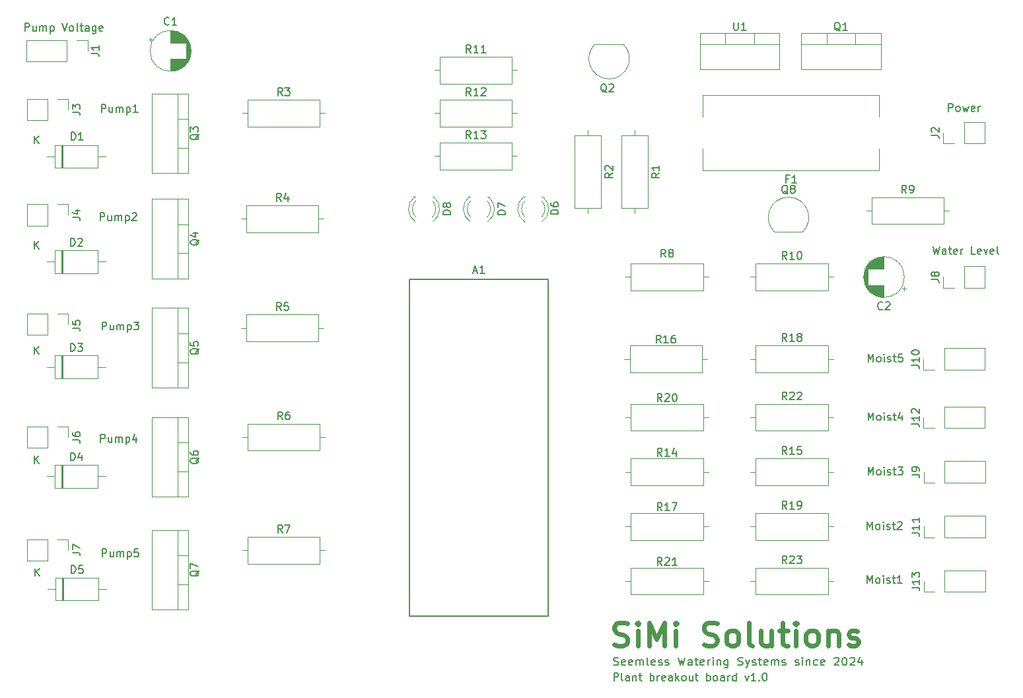
<source format=gbr>
%TF.GenerationSoftware,KiCad,Pcbnew,9.0.3*%
%TF.CreationDate,2025-09-28T13:54:29+02:00*%
%TF.ProjectId,PlantBreakoutBoard,506c616e-7442-4726-9561-6b6f7574426f,rev?*%
%TF.SameCoordinates,Original*%
%TF.FileFunction,Legend,Top*%
%TF.FilePolarity,Positive*%
%FSLAX46Y46*%
G04 Gerber Fmt 4.6, Leading zero omitted, Abs format (unit mm)*
G04 Created by KiCad (PCBNEW 9.0.3) date 2025-09-28 13:54:29*
%MOMM*%
%LPD*%
G01*
G04 APERTURE LIST*
%ADD10C,0.150000*%
%ADD11C,0.600000*%
%ADD12C,0.120000*%
G04 APERTURE END LIST*
D10*
X172436779Y-97869819D02*
X172436779Y-96869819D01*
X172436779Y-96869819D02*
X172770112Y-97584104D01*
X172770112Y-97584104D02*
X173103445Y-96869819D01*
X173103445Y-96869819D02*
X173103445Y-97869819D01*
X173722493Y-97869819D02*
X173627255Y-97822200D01*
X173627255Y-97822200D02*
X173579636Y-97774580D01*
X173579636Y-97774580D02*
X173532017Y-97679342D01*
X173532017Y-97679342D02*
X173532017Y-97393628D01*
X173532017Y-97393628D02*
X173579636Y-97298390D01*
X173579636Y-97298390D02*
X173627255Y-97250771D01*
X173627255Y-97250771D02*
X173722493Y-97203152D01*
X173722493Y-97203152D02*
X173865350Y-97203152D01*
X173865350Y-97203152D02*
X173960588Y-97250771D01*
X173960588Y-97250771D02*
X174008207Y-97298390D01*
X174008207Y-97298390D02*
X174055826Y-97393628D01*
X174055826Y-97393628D02*
X174055826Y-97679342D01*
X174055826Y-97679342D02*
X174008207Y-97774580D01*
X174008207Y-97774580D02*
X173960588Y-97822200D01*
X173960588Y-97822200D02*
X173865350Y-97869819D01*
X173865350Y-97869819D02*
X173722493Y-97869819D01*
X174484398Y-97869819D02*
X174484398Y-97203152D01*
X174484398Y-96869819D02*
X174436779Y-96917438D01*
X174436779Y-96917438D02*
X174484398Y-96965057D01*
X174484398Y-96965057D02*
X174532017Y-96917438D01*
X174532017Y-96917438D02*
X174484398Y-96869819D01*
X174484398Y-96869819D02*
X174484398Y-96965057D01*
X174912969Y-97822200D02*
X175008207Y-97869819D01*
X175008207Y-97869819D02*
X175198683Y-97869819D01*
X175198683Y-97869819D02*
X175293921Y-97822200D01*
X175293921Y-97822200D02*
X175341540Y-97726961D01*
X175341540Y-97726961D02*
X175341540Y-97679342D01*
X175341540Y-97679342D02*
X175293921Y-97584104D01*
X175293921Y-97584104D02*
X175198683Y-97536485D01*
X175198683Y-97536485D02*
X175055826Y-97536485D01*
X175055826Y-97536485D02*
X174960588Y-97488866D01*
X174960588Y-97488866D02*
X174912969Y-97393628D01*
X174912969Y-97393628D02*
X174912969Y-97346009D01*
X174912969Y-97346009D02*
X174960588Y-97250771D01*
X174960588Y-97250771D02*
X175055826Y-97203152D01*
X175055826Y-97203152D02*
X175198683Y-97203152D01*
X175198683Y-97203152D02*
X175293921Y-97250771D01*
X175627255Y-97203152D02*
X176008207Y-97203152D01*
X175770112Y-96869819D02*
X175770112Y-97726961D01*
X175770112Y-97726961D02*
X175817731Y-97822200D01*
X175817731Y-97822200D02*
X175912969Y-97869819D01*
X175912969Y-97869819D02*
X176008207Y-97869819D01*
X176246303Y-96869819D02*
X176865350Y-96869819D01*
X176865350Y-96869819D02*
X176532017Y-97250771D01*
X176532017Y-97250771D02*
X176674874Y-97250771D01*
X176674874Y-97250771D02*
X176770112Y-97298390D01*
X176770112Y-97298390D02*
X176817731Y-97346009D01*
X176817731Y-97346009D02*
X176865350Y-97441247D01*
X176865350Y-97441247D02*
X176865350Y-97679342D01*
X176865350Y-97679342D02*
X176817731Y-97774580D01*
X176817731Y-97774580D02*
X176770112Y-97822200D01*
X176770112Y-97822200D02*
X176674874Y-97869819D01*
X176674874Y-97869819D02*
X176389160Y-97869819D01*
X176389160Y-97869819D02*
X176293922Y-97822200D01*
X176293922Y-97822200D02*
X176246303Y-97774580D01*
X172336779Y-111769819D02*
X172336779Y-110769819D01*
X172336779Y-110769819D02*
X172670112Y-111484104D01*
X172670112Y-111484104D02*
X173003445Y-110769819D01*
X173003445Y-110769819D02*
X173003445Y-111769819D01*
X173622493Y-111769819D02*
X173527255Y-111722200D01*
X173527255Y-111722200D02*
X173479636Y-111674580D01*
X173479636Y-111674580D02*
X173432017Y-111579342D01*
X173432017Y-111579342D02*
X173432017Y-111293628D01*
X173432017Y-111293628D02*
X173479636Y-111198390D01*
X173479636Y-111198390D02*
X173527255Y-111150771D01*
X173527255Y-111150771D02*
X173622493Y-111103152D01*
X173622493Y-111103152D02*
X173765350Y-111103152D01*
X173765350Y-111103152D02*
X173860588Y-111150771D01*
X173860588Y-111150771D02*
X173908207Y-111198390D01*
X173908207Y-111198390D02*
X173955826Y-111293628D01*
X173955826Y-111293628D02*
X173955826Y-111579342D01*
X173955826Y-111579342D02*
X173908207Y-111674580D01*
X173908207Y-111674580D02*
X173860588Y-111722200D01*
X173860588Y-111722200D02*
X173765350Y-111769819D01*
X173765350Y-111769819D02*
X173622493Y-111769819D01*
X174384398Y-111769819D02*
X174384398Y-111103152D01*
X174384398Y-110769819D02*
X174336779Y-110817438D01*
X174336779Y-110817438D02*
X174384398Y-110865057D01*
X174384398Y-110865057D02*
X174432017Y-110817438D01*
X174432017Y-110817438D02*
X174384398Y-110769819D01*
X174384398Y-110769819D02*
X174384398Y-110865057D01*
X174812969Y-111722200D02*
X174908207Y-111769819D01*
X174908207Y-111769819D02*
X175098683Y-111769819D01*
X175098683Y-111769819D02*
X175193921Y-111722200D01*
X175193921Y-111722200D02*
X175241540Y-111626961D01*
X175241540Y-111626961D02*
X175241540Y-111579342D01*
X175241540Y-111579342D02*
X175193921Y-111484104D01*
X175193921Y-111484104D02*
X175098683Y-111436485D01*
X175098683Y-111436485D02*
X174955826Y-111436485D01*
X174955826Y-111436485D02*
X174860588Y-111388866D01*
X174860588Y-111388866D02*
X174812969Y-111293628D01*
X174812969Y-111293628D02*
X174812969Y-111246009D01*
X174812969Y-111246009D02*
X174860588Y-111150771D01*
X174860588Y-111150771D02*
X174955826Y-111103152D01*
X174955826Y-111103152D02*
X175098683Y-111103152D01*
X175098683Y-111103152D02*
X175193921Y-111150771D01*
X175527255Y-111103152D02*
X175908207Y-111103152D01*
X175670112Y-110769819D02*
X175670112Y-111626961D01*
X175670112Y-111626961D02*
X175717731Y-111722200D01*
X175717731Y-111722200D02*
X175812969Y-111769819D01*
X175812969Y-111769819D02*
X175908207Y-111769819D01*
X176765350Y-111769819D02*
X176193922Y-111769819D01*
X176479636Y-111769819D02*
X176479636Y-110769819D01*
X176479636Y-110769819D02*
X176384398Y-110912676D01*
X176384398Y-110912676D02*
X176289160Y-111007914D01*
X176289160Y-111007914D02*
X176193922Y-111055533D01*
X172436779Y-90869819D02*
X172436779Y-89869819D01*
X172436779Y-89869819D02*
X172770112Y-90584104D01*
X172770112Y-90584104D02*
X173103445Y-89869819D01*
X173103445Y-89869819D02*
X173103445Y-90869819D01*
X173722493Y-90869819D02*
X173627255Y-90822200D01*
X173627255Y-90822200D02*
X173579636Y-90774580D01*
X173579636Y-90774580D02*
X173532017Y-90679342D01*
X173532017Y-90679342D02*
X173532017Y-90393628D01*
X173532017Y-90393628D02*
X173579636Y-90298390D01*
X173579636Y-90298390D02*
X173627255Y-90250771D01*
X173627255Y-90250771D02*
X173722493Y-90203152D01*
X173722493Y-90203152D02*
X173865350Y-90203152D01*
X173865350Y-90203152D02*
X173960588Y-90250771D01*
X173960588Y-90250771D02*
X174008207Y-90298390D01*
X174008207Y-90298390D02*
X174055826Y-90393628D01*
X174055826Y-90393628D02*
X174055826Y-90679342D01*
X174055826Y-90679342D02*
X174008207Y-90774580D01*
X174008207Y-90774580D02*
X173960588Y-90822200D01*
X173960588Y-90822200D02*
X173865350Y-90869819D01*
X173865350Y-90869819D02*
X173722493Y-90869819D01*
X174484398Y-90869819D02*
X174484398Y-90203152D01*
X174484398Y-89869819D02*
X174436779Y-89917438D01*
X174436779Y-89917438D02*
X174484398Y-89965057D01*
X174484398Y-89965057D02*
X174532017Y-89917438D01*
X174532017Y-89917438D02*
X174484398Y-89869819D01*
X174484398Y-89869819D02*
X174484398Y-89965057D01*
X174912969Y-90822200D02*
X175008207Y-90869819D01*
X175008207Y-90869819D02*
X175198683Y-90869819D01*
X175198683Y-90869819D02*
X175293921Y-90822200D01*
X175293921Y-90822200D02*
X175341540Y-90726961D01*
X175341540Y-90726961D02*
X175341540Y-90679342D01*
X175341540Y-90679342D02*
X175293921Y-90584104D01*
X175293921Y-90584104D02*
X175198683Y-90536485D01*
X175198683Y-90536485D02*
X175055826Y-90536485D01*
X175055826Y-90536485D02*
X174960588Y-90488866D01*
X174960588Y-90488866D02*
X174912969Y-90393628D01*
X174912969Y-90393628D02*
X174912969Y-90346009D01*
X174912969Y-90346009D02*
X174960588Y-90250771D01*
X174960588Y-90250771D02*
X175055826Y-90203152D01*
X175055826Y-90203152D02*
X175198683Y-90203152D01*
X175198683Y-90203152D02*
X175293921Y-90250771D01*
X175627255Y-90203152D02*
X176008207Y-90203152D01*
X175770112Y-89869819D02*
X175770112Y-90726961D01*
X175770112Y-90726961D02*
X175817731Y-90822200D01*
X175817731Y-90822200D02*
X175912969Y-90869819D01*
X175912969Y-90869819D02*
X176008207Y-90869819D01*
X176770112Y-90203152D02*
X176770112Y-90869819D01*
X176532017Y-89822200D02*
X176293922Y-90536485D01*
X176293922Y-90536485D02*
X176912969Y-90536485D01*
X64336779Y-40969819D02*
X64336779Y-39969819D01*
X64336779Y-39969819D02*
X64717731Y-39969819D01*
X64717731Y-39969819D02*
X64812969Y-40017438D01*
X64812969Y-40017438D02*
X64860588Y-40065057D01*
X64860588Y-40065057D02*
X64908207Y-40160295D01*
X64908207Y-40160295D02*
X64908207Y-40303152D01*
X64908207Y-40303152D02*
X64860588Y-40398390D01*
X64860588Y-40398390D02*
X64812969Y-40446009D01*
X64812969Y-40446009D02*
X64717731Y-40493628D01*
X64717731Y-40493628D02*
X64336779Y-40493628D01*
X65765350Y-40303152D02*
X65765350Y-40969819D01*
X65336779Y-40303152D02*
X65336779Y-40826961D01*
X65336779Y-40826961D02*
X65384398Y-40922200D01*
X65384398Y-40922200D02*
X65479636Y-40969819D01*
X65479636Y-40969819D02*
X65622493Y-40969819D01*
X65622493Y-40969819D02*
X65717731Y-40922200D01*
X65717731Y-40922200D02*
X65765350Y-40874580D01*
X66241541Y-40969819D02*
X66241541Y-40303152D01*
X66241541Y-40398390D02*
X66289160Y-40350771D01*
X66289160Y-40350771D02*
X66384398Y-40303152D01*
X66384398Y-40303152D02*
X66527255Y-40303152D01*
X66527255Y-40303152D02*
X66622493Y-40350771D01*
X66622493Y-40350771D02*
X66670112Y-40446009D01*
X66670112Y-40446009D02*
X66670112Y-40969819D01*
X66670112Y-40446009D02*
X66717731Y-40350771D01*
X66717731Y-40350771D02*
X66812969Y-40303152D01*
X66812969Y-40303152D02*
X66955826Y-40303152D01*
X66955826Y-40303152D02*
X67051065Y-40350771D01*
X67051065Y-40350771D02*
X67098684Y-40446009D01*
X67098684Y-40446009D02*
X67098684Y-40969819D01*
X67574874Y-40303152D02*
X67574874Y-41303152D01*
X67574874Y-40350771D02*
X67670112Y-40303152D01*
X67670112Y-40303152D02*
X67860588Y-40303152D01*
X67860588Y-40303152D02*
X67955826Y-40350771D01*
X67955826Y-40350771D02*
X68003445Y-40398390D01*
X68003445Y-40398390D02*
X68051064Y-40493628D01*
X68051064Y-40493628D02*
X68051064Y-40779342D01*
X68051064Y-40779342D02*
X68003445Y-40874580D01*
X68003445Y-40874580D02*
X67955826Y-40922200D01*
X67955826Y-40922200D02*
X67860588Y-40969819D01*
X67860588Y-40969819D02*
X67670112Y-40969819D01*
X67670112Y-40969819D02*
X67574874Y-40922200D01*
X69098684Y-39969819D02*
X69432017Y-40969819D01*
X69432017Y-40969819D02*
X69765350Y-39969819D01*
X70241541Y-40969819D02*
X70146303Y-40922200D01*
X70146303Y-40922200D02*
X70098684Y-40874580D01*
X70098684Y-40874580D02*
X70051065Y-40779342D01*
X70051065Y-40779342D02*
X70051065Y-40493628D01*
X70051065Y-40493628D02*
X70098684Y-40398390D01*
X70098684Y-40398390D02*
X70146303Y-40350771D01*
X70146303Y-40350771D02*
X70241541Y-40303152D01*
X70241541Y-40303152D02*
X70384398Y-40303152D01*
X70384398Y-40303152D02*
X70479636Y-40350771D01*
X70479636Y-40350771D02*
X70527255Y-40398390D01*
X70527255Y-40398390D02*
X70574874Y-40493628D01*
X70574874Y-40493628D02*
X70574874Y-40779342D01*
X70574874Y-40779342D02*
X70527255Y-40874580D01*
X70527255Y-40874580D02*
X70479636Y-40922200D01*
X70479636Y-40922200D02*
X70384398Y-40969819D01*
X70384398Y-40969819D02*
X70241541Y-40969819D01*
X71146303Y-40969819D02*
X71051065Y-40922200D01*
X71051065Y-40922200D02*
X71003446Y-40826961D01*
X71003446Y-40826961D02*
X71003446Y-39969819D01*
X71384399Y-40303152D02*
X71765351Y-40303152D01*
X71527256Y-39969819D02*
X71527256Y-40826961D01*
X71527256Y-40826961D02*
X71574875Y-40922200D01*
X71574875Y-40922200D02*
X71670113Y-40969819D01*
X71670113Y-40969819D02*
X71765351Y-40969819D01*
X72527256Y-40969819D02*
X72527256Y-40446009D01*
X72527256Y-40446009D02*
X72479637Y-40350771D01*
X72479637Y-40350771D02*
X72384399Y-40303152D01*
X72384399Y-40303152D02*
X72193923Y-40303152D01*
X72193923Y-40303152D02*
X72098685Y-40350771D01*
X72527256Y-40922200D02*
X72432018Y-40969819D01*
X72432018Y-40969819D02*
X72193923Y-40969819D01*
X72193923Y-40969819D02*
X72098685Y-40922200D01*
X72098685Y-40922200D02*
X72051066Y-40826961D01*
X72051066Y-40826961D02*
X72051066Y-40731723D01*
X72051066Y-40731723D02*
X72098685Y-40636485D01*
X72098685Y-40636485D02*
X72193923Y-40588866D01*
X72193923Y-40588866D02*
X72432018Y-40588866D01*
X72432018Y-40588866D02*
X72527256Y-40541247D01*
X73432018Y-40303152D02*
X73432018Y-41112676D01*
X73432018Y-41112676D02*
X73384399Y-41207914D01*
X73384399Y-41207914D02*
X73336780Y-41255533D01*
X73336780Y-41255533D02*
X73241542Y-41303152D01*
X73241542Y-41303152D02*
X73098685Y-41303152D01*
X73098685Y-41303152D02*
X73003447Y-41255533D01*
X73432018Y-40922200D02*
X73336780Y-40969819D01*
X73336780Y-40969819D02*
X73146304Y-40969819D01*
X73146304Y-40969819D02*
X73051066Y-40922200D01*
X73051066Y-40922200D02*
X73003447Y-40874580D01*
X73003447Y-40874580D02*
X72955828Y-40779342D01*
X72955828Y-40779342D02*
X72955828Y-40493628D01*
X72955828Y-40493628D02*
X73003447Y-40398390D01*
X73003447Y-40398390D02*
X73051066Y-40350771D01*
X73051066Y-40350771D02*
X73146304Y-40303152D01*
X73146304Y-40303152D02*
X73336780Y-40303152D01*
X73336780Y-40303152D02*
X73432018Y-40350771D01*
X74289161Y-40922200D02*
X74193923Y-40969819D01*
X74193923Y-40969819D02*
X74003447Y-40969819D01*
X74003447Y-40969819D02*
X73908209Y-40922200D01*
X73908209Y-40922200D02*
X73860590Y-40826961D01*
X73860590Y-40826961D02*
X73860590Y-40446009D01*
X73860590Y-40446009D02*
X73908209Y-40350771D01*
X73908209Y-40350771D02*
X74003447Y-40303152D01*
X74003447Y-40303152D02*
X74193923Y-40303152D01*
X74193923Y-40303152D02*
X74289161Y-40350771D01*
X74289161Y-40350771D02*
X74336780Y-40446009D01*
X74336780Y-40446009D02*
X74336780Y-40541247D01*
X74336780Y-40541247D02*
X73860590Y-40636485D01*
X180741541Y-68569819D02*
X180979636Y-69569819D01*
X180979636Y-69569819D02*
X181170112Y-68855533D01*
X181170112Y-68855533D02*
X181360588Y-69569819D01*
X181360588Y-69569819D02*
X181598684Y-68569819D01*
X182408207Y-69569819D02*
X182408207Y-69046009D01*
X182408207Y-69046009D02*
X182360588Y-68950771D01*
X182360588Y-68950771D02*
X182265350Y-68903152D01*
X182265350Y-68903152D02*
X182074874Y-68903152D01*
X182074874Y-68903152D02*
X181979636Y-68950771D01*
X182408207Y-69522200D02*
X182312969Y-69569819D01*
X182312969Y-69569819D02*
X182074874Y-69569819D01*
X182074874Y-69569819D02*
X181979636Y-69522200D01*
X181979636Y-69522200D02*
X181932017Y-69426961D01*
X181932017Y-69426961D02*
X181932017Y-69331723D01*
X181932017Y-69331723D02*
X181979636Y-69236485D01*
X181979636Y-69236485D02*
X182074874Y-69188866D01*
X182074874Y-69188866D02*
X182312969Y-69188866D01*
X182312969Y-69188866D02*
X182408207Y-69141247D01*
X182741541Y-68903152D02*
X183122493Y-68903152D01*
X182884398Y-68569819D02*
X182884398Y-69426961D01*
X182884398Y-69426961D02*
X182932017Y-69522200D01*
X182932017Y-69522200D02*
X183027255Y-69569819D01*
X183027255Y-69569819D02*
X183122493Y-69569819D01*
X183836779Y-69522200D02*
X183741541Y-69569819D01*
X183741541Y-69569819D02*
X183551065Y-69569819D01*
X183551065Y-69569819D02*
X183455827Y-69522200D01*
X183455827Y-69522200D02*
X183408208Y-69426961D01*
X183408208Y-69426961D02*
X183408208Y-69046009D01*
X183408208Y-69046009D02*
X183455827Y-68950771D01*
X183455827Y-68950771D02*
X183551065Y-68903152D01*
X183551065Y-68903152D02*
X183741541Y-68903152D01*
X183741541Y-68903152D02*
X183836779Y-68950771D01*
X183836779Y-68950771D02*
X183884398Y-69046009D01*
X183884398Y-69046009D02*
X183884398Y-69141247D01*
X183884398Y-69141247D02*
X183408208Y-69236485D01*
X184312970Y-69569819D02*
X184312970Y-68903152D01*
X184312970Y-69093628D02*
X184360589Y-68998390D01*
X184360589Y-68998390D02*
X184408208Y-68950771D01*
X184408208Y-68950771D02*
X184503446Y-68903152D01*
X184503446Y-68903152D02*
X184598684Y-68903152D01*
X186170113Y-69569819D02*
X185693923Y-69569819D01*
X185693923Y-69569819D02*
X185693923Y-68569819D01*
X186884399Y-69522200D02*
X186789161Y-69569819D01*
X186789161Y-69569819D02*
X186598685Y-69569819D01*
X186598685Y-69569819D02*
X186503447Y-69522200D01*
X186503447Y-69522200D02*
X186455828Y-69426961D01*
X186455828Y-69426961D02*
X186455828Y-69046009D01*
X186455828Y-69046009D02*
X186503447Y-68950771D01*
X186503447Y-68950771D02*
X186598685Y-68903152D01*
X186598685Y-68903152D02*
X186789161Y-68903152D01*
X186789161Y-68903152D02*
X186884399Y-68950771D01*
X186884399Y-68950771D02*
X186932018Y-69046009D01*
X186932018Y-69046009D02*
X186932018Y-69141247D01*
X186932018Y-69141247D02*
X186455828Y-69236485D01*
X187265352Y-68903152D02*
X187503447Y-69569819D01*
X187503447Y-69569819D02*
X187741542Y-68903152D01*
X188503447Y-69522200D02*
X188408209Y-69569819D01*
X188408209Y-69569819D02*
X188217733Y-69569819D01*
X188217733Y-69569819D02*
X188122495Y-69522200D01*
X188122495Y-69522200D02*
X188074876Y-69426961D01*
X188074876Y-69426961D02*
X188074876Y-69046009D01*
X188074876Y-69046009D02*
X188122495Y-68950771D01*
X188122495Y-68950771D02*
X188217733Y-68903152D01*
X188217733Y-68903152D02*
X188408209Y-68903152D01*
X188408209Y-68903152D02*
X188503447Y-68950771D01*
X188503447Y-68950771D02*
X188551066Y-69046009D01*
X188551066Y-69046009D02*
X188551066Y-69141247D01*
X188551066Y-69141247D02*
X188074876Y-69236485D01*
X189122495Y-69569819D02*
X189027257Y-69522200D01*
X189027257Y-69522200D02*
X188979638Y-69426961D01*
X188979638Y-69426961D02*
X188979638Y-68569819D01*
X172336779Y-104869819D02*
X172336779Y-103869819D01*
X172336779Y-103869819D02*
X172670112Y-104584104D01*
X172670112Y-104584104D02*
X173003445Y-103869819D01*
X173003445Y-103869819D02*
X173003445Y-104869819D01*
X173622493Y-104869819D02*
X173527255Y-104822200D01*
X173527255Y-104822200D02*
X173479636Y-104774580D01*
X173479636Y-104774580D02*
X173432017Y-104679342D01*
X173432017Y-104679342D02*
X173432017Y-104393628D01*
X173432017Y-104393628D02*
X173479636Y-104298390D01*
X173479636Y-104298390D02*
X173527255Y-104250771D01*
X173527255Y-104250771D02*
X173622493Y-104203152D01*
X173622493Y-104203152D02*
X173765350Y-104203152D01*
X173765350Y-104203152D02*
X173860588Y-104250771D01*
X173860588Y-104250771D02*
X173908207Y-104298390D01*
X173908207Y-104298390D02*
X173955826Y-104393628D01*
X173955826Y-104393628D02*
X173955826Y-104679342D01*
X173955826Y-104679342D02*
X173908207Y-104774580D01*
X173908207Y-104774580D02*
X173860588Y-104822200D01*
X173860588Y-104822200D02*
X173765350Y-104869819D01*
X173765350Y-104869819D02*
X173622493Y-104869819D01*
X174384398Y-104869819D02*
X174384398Y-104203152D01*
X174384398Y-103869819D02*
X174336779Y-103917438D01*
X174336779Y-103917438D02*
X174384398Y-103965057D01*
X174384398Y-103965057D02*
X174432017Y-103917438D01*
X174432017Y-103917438D02*
X174384398Y-103869819D01*
X174384398Y-103869819D02*
X174384398Y-103965057D01*
X174812969Y-104822200D02*
X174908207Y-104869819D01*
X174908207Y-104869819D02*
X175098683Y-104869819D01*
X175098683Y-104869819D02*
X175193921Y-104822200D01*
X175193921Y-104822200D02*
X175241540Y-104726961D01*
X175241540Y-104726961D02*
X175241540Y-104679342D01*
X175241540Y-104679342D02*
X175193921Y-104584104D01*
X175193921Y-104584104D02*
X175098683Y-104536485D01*
X175098683Y-104536485D02*
X174955826Y-104536485D01*
X174955826Y-104536485D02*
X174860588Y-104488866D01*
X174860588Y-104488866D02*
X174812969Y-104393628D01*
X174812969Y-104393628D02*
X174812969Y-104346009D01*
X174812969Y-104346009D02*
X174860588Y-104250771D01*
X174860588Y-104250771D02*
X174955826Y-104203152D01*
X174955826Y-104203152D02*
X175098683Y-104203152D01*
X175098683Y-104203152D02*
X175193921Y-104250771D01*
X175527255Y-104203152D02*
X175908207Y-104203152D01*
X175670112Y-103869819D02*
X175670112Y-104726961D01*
X175670112Y-104726961D02*
X175717731Y-104822200D01*
X175717731Y-104822200D02*
X175812969Y-104869819D01*
X175812969Y-104869819D02*
X175908207Y-104869819D01*
X176193922Y-103965057D02*
X176241541Y-103917438D01*
X176241541Y-103917438D02*
X176336779Y-103869819D01*
X176336779Y-103869819D02*
X176574874Y-103869819D01*
X176574874Y-103869819D02*
X176670112Y-103917438D01*
X176670112Y-103917438D02*
X176717731Y-103965057D01*
X176717731Y-103965057D02*
X176765350Y-104060295D01*
X176765350Y-104060295D02*
X176765350Y-104155533D01*
X176765350Y-104155533D02*
X176717731Y-104298390D01*
X176717731Y-104298390D02*
X176146303Y-104869819D01*
X176146303Y-104869819D02*
X176765350Y-104869819D01*
X139836779Y-124269819D02*
X139836779Y-123269819D01*
X139836779Y-123269819D02*
X140217731Y-123269819D01*
X140217731Y-123269819D02*
X140312969Y-123317438D01*
X140312969Y-123317438D02*
X140360588Y-123365057D01*
X140360588Y-123365057D02*
X140408207Y-123460295D01*
X140408207Y-123460295D02*
X140408207Y-123603152D01*
X140408207Y-123603152D02*
X140360588Y-123698390D01*
X140360588Y-123698390D02*
X140312969Y-123746009D01*
X140312969Y-123746009D02*
X140217731Y-123793628D01*
X140217731Y-123793628D02*
X139836779Y-123793628D01*
X140979636Y-124269819D02*
X140884398Y-124222200D01*
X140884398Y-124222200D02*
X140836779Y-124126961D01*
X140836779Y-124126961D02*
X140836779Y-123269819D01*
X141789160Y-124269819D02*
X141789160Y-123746009D01*
X141789160Y-123746009D02*
X141741541Y-123650771D01*
X141741541Y-123650771D02*
X141646303Y-123603152D01*
X141646303Y-123603152D02*
X141455827Y-123603152D01*
X141455827Y-123603152D02*
X141360589Y-123650771D01*
X141789160Y-124222200D02*
X141693922Y-124269819D01*
X141693922Y-124269819D02*
X141455827Y-124269819D01*
X141455827Y-124269819D02*
X141360589Y-124222200D01*
X141360589Y-124222200D02*
X141312970Y-124126961D01*
X141312970Y-124126961D02*
X141312970Y-124031723D01*
X141312970Y-124031723D02*
X141360589Y-123936485D01*
X141360589Y-123936485D02*
X141455827Y-123888866D01*
X141455827Y-123888866D02*
X141693922Y-123888866D01*
X141693922Y-123888866D02*
X141789160Y-123841247D01*
X142265351Y-123603152D02*
X142265351Y-124269819D01*
X142265351Y-123698390D02*
X142312970Y-123650771D01*
X142312970Y-123650771D02*
X142408208Y-123603152D01*
X142408208Y-123603152D02*
X142551065Y-123603152D01*
X142551065Y-123603152D02*
X142646303Y-123650771D01*
X142646303Y-123650771D02*
X142693922Y-123746009D01*
X142693922Y-123746009D02*
X142693922Y-124269819D01*
X143027256Y-123603152D02*
X143408208Y-123603152D01*
X143170113Y-123269819D02*
X143170113Y-124126961D01*
X143170113Y-124126961D02*
X143217732Y-124222200D01*
X143217732Y-124222200D02*
X143312970Y-124269819D01*
X143312970Y-124269819D02*
X143408208Y-124269819D01*
X144503447Y-124269819D02*
X144503447Y-123269819D01*
X144503447Y-123650771D02*
X144598685Y-123603152D01*
X144598685Y-123603152D02*
X144789161Y-123603152D01*
X144789161Y-123603152D02*
X144884399Y-123650771D01*
X144884399Y-123650771D02*
X144932018Y-123698390D01*
X144932018Y-123698390D02*
X144979637Y-123793628D01*
X144979637Y-123793628D02*
X144979637Y-124079342D01*
X144979637Y-124079342D02*
X144932018Y-124174580D01*
X144932018Y-124174580D02*
X144884399Y-124222200D01*
X144884399Y-124222200D02*
X144789161Y-124269819D01*
X144789161Y-124269819D02*
X144598685Y-124269819D01*
X144598685Y-124269819D02*
X144503447Y-124222200D01*
X145408209Y-124269819D02*
X145408209Y-123603152D01*
X145408209Y-123793628D02*
X145455828Y-123698390D01*
X145455828Y-123698390D02*
X145503447Y-123650771D01*
X145503447Y-123650771D02*
X145598685Y-123603152D01*
X145598685Y-123603152D02*
X145693923Y-123603152D01*
X146408209Y-124222200D02*
X146312971Y-124269819D01*
X146312971Y-124269819D02*
X146122495Y-124269819D01*
X146122495Y-124269819D02*
X146027257Y-124222200D01*
X146027257Y-124222200D02*
X145979638Y-124126961D01*
X145979638Y-124126961D02*
X145979638Y-123746009D01*
X145979638Y-123746009D02*
X146027257Y-123650771D01*
X146027257Y-123650771D02*
X146122495Y-123603152D01*
X146122495Y-123603152D02*
X146312971Y-123603152D01*
X146312971Y-123603152D02*
X146408209Y-123650771D01*
X146408209Y-123650771D02*
X146455828Y-123746009D01*
X146455828Y-123746009D02*
X146455828Y-123841247D01*
X146455828Y-123841247D02*
X145979638Y-123936485D01*
X147312971Y-124269819D02*
X147312971Y-123746009D01*
X147312971Y-123746009D02*
X147265352Y-123650771D01*
X147265352Y-123650771D02*
X147170114Y-123603152D01*
X147170114Y-123603152D02*
X146979638Y-123603152D01*
X146979638Y-123603152D02*
X146884400Y-123650771D01*
X147312971Y-124222200D02*
X147217733Y-124269819D01*
X147217733Y-124269819D02*
X146979638Y-124269819D01*
X146979638Y-124269819D02*
X146884400Y-124222200D01*
X146884400Y-124222200D02*
X146836781Y-124126961D01*
X146836781Y-124126961D02*
X146836781Y-124031723D01*
X146836781Y-124031723D02*
X146884400Y-123936485D01*
X146884400Y-123936485D02*
X146979638Y-123888866D01*
X146979638Y-123888866D02*
X147217733Y-123888866D01*
X147217733Y-123888866D02*
X147312971Y-123841247D01*
X147789162Y-124269819D02*
X147789162Y-123269819D01*
X147884400Y-123888866D02*
X148170114Y-124269819D01*
X148170114Y-123603152D02*
X147789162Y-123984104D01*
X148741543Y-124269819D02*
X148646305Y-124222200D01*
X148646305Y-124222200D02*
X148598686Y-124174580D01*
X148598686Y-124174580D02*
X148551067Y-124079342D01*
X148551067Y-124079342D02*
X148551067Y-123793628D01*
X148551067Y-123793628D02*
X148598686Y-123698390D01*
X148598686Y-123698390D02*
X148646305Y-123650771D01*
X148646305Y-123650771D02*
X148741543Y-123603152D01*
X148741543Y-123603152D02*
X148884400Y-123603152D01*
X148884400Y-123603152D02*
X148979638Y-123650771D01*
X148979638Y-123650771D02*
X149027257Y-123698390D01*
X149027257Y-123698390D02*
X149074876Y-123793628D01*
X149074876Y-123793628D02*
X149074876Y-124079342D01*
X149074876Y-124079342D02*
X149027257Y-124174580D01*
X149027257Y-124174580D02*
X148979638Y-124222200D01*
X148979638Y-124222200D02*
X148884400Y-124269819D01*
X148884400Y-124269819D02*
X148741543Y-124269819D01*
X149932019Y-123603152D02*
X149932019Y-124269819D01*
X149503448Y-123603152D02*
X149503448Y-124126961D01*
X149503448Y-124126961D02*
X149551067Y-124222200D01*
X149551067Y-124222200D02*
X149646305Y-124269819D01*
X149646305Y-124269819D02*
X149789162Y-124269819D01*
X149789162Y-124269819D02*
X149884400Y-124222200D01*
X149884400Y-124222200D02*
X149932019Y-124174580D01*
X150265353Y-123603152D02*
X150646305Y-123603152D01*
X150408210Y-123269819D02*
X150408210Y-124126961D01*
X150408210Y-124126961D02*
X150455829Y-124222200D01*
X150455829Y-124222200D02*
X150551067Y-124269819D01*
X150551067Y-124269819D02*
X150646305Y-124269819D01*
X151741544Y-124269819D02*
X151741544Y-123269819D01*
X151741544Y-123650771D02*
X151836782Y-123603152D01*
X151836782Y-123603152D02*
X152027258Y-123603152D01*
X152027258Y-123603152D02*
X152122496Y-123650771D01*
X152122496Y-123650771D02*
X152170115Y-123698390D01*
X152170115Y-123698390D02*
X152217734Y-123793628D01*
X152217734Y-123793628D02*
X152217734Y-124079342D01*
X152217734Y-124079342D02*
X152170115Y-124174580D01*
X152170115Y-124174580D02*
X152122496Y-124222200D01*
X152122496Y-124222200D02*
X152027258Y-124269819D01*
X152027258Y-124269819D02*
X151836782Y-124269819D01*
X151836782Y-124269819D02*
X151741544Y-124222200D01*
X152789163Y-124269819D02*
X152693925Y-124222200D01*
X152693925Y-124222200D02*
X152646306Y-124174580D01*
X152646306Y-124174580D02*
X152598687Y-124079342D01*
X152598687Y-124079342D02*
X152598687Y-123793628D01*
X152598687Y-123793628D02*
X152646306Y-123698390D01*
X152646306Y-123698390D02*
X152693925Y-123650771D01*
X152693925Y-123650771D02*
X152789163Y-123603152D01*
X152789163Y-123603152D02*
X152932020Y-123603152D01*
X152932020Y-123603152D02*
X153027258Y-123650771D01*
X153027258Y-123650771D02*
X153074877Y-123698390D01*
X153074877Y-123698390D02*
X153122496Y-123793628D01*
X153122496Y-123793628D02*
X153122496Y-124079342D01*
X153122496Y-124079342D02*
X153074877Y-124174580D01*
X153074877Y-124174580D02*
X153027258Y-124222200D01*
X153027258Y-124222200D02*
X152932020Y-124269819D01*
X152932020Y-124269819D02*
X152789163Y-124269819D01*
X153979639Y-124269819D02*
X153979639Y-123746009D01*
X153979639Y-123746009D02*
X153932020Y-123650771D01*
X153932020Y-123650771D02*
X153836782Y-123603152D01*
X153836782Y-123603152D02*
X153646306Y-123603152D01*
X153646306Y-123603152D02*
X153551068Y-123650771D01*
X153979639Y-124222200D02*
X153884401Y-124269819D01*
X153884401Y-124269819D02*
X153646306Y-124269819D01*
X153646306Y-124269819D02*
X153551068Y-124222200D01*
X153551068Y-124222200D02*
X153503449Y-124126961D01*
X153503449Y-124126961D02*
X153503449Y-124031723D01*
X153503449Y-124031723D02*
X153551068Y-123936485D01*
X153551068Y-123936485D02*
X153646306Y-123888866D01*
X153646306Y-123888866D02*
X153884401Y-123888866D01*
X153884401Y-123888866D02*
X153979639Y-123841247D01*
X154455830Y-124269819D02*
X154455830Y-123603152D01*
X154455830Y-123793628D02*
X154503449Y-123698390D01*
X154503449Y-123698390D02*
X154551068Y-123650771D01*
X154551068Y-123650771D02*
X154646306Y-123603152D01*
X154646306Y-123603152D02*
X154741544Y-123603152D01*
X155503449Y-124269819D02*
X155503449Y-123269819D01*
X155503449Y-124222200D02*
X155408211Y-124269819D01*
X155408211Y-124269819D02*
X155217735Y-124269819D01*
X155217735Y-124269819D02*
X155122497Y-124222200D01*
X155122497Y-124222200D02*
X155074878Y-124174580D01*
X155074878Y-124174580D02*
X155027259Y-124079342D01*
X155027259Y-124079342D02*
X155027259Y-123793628D01*
X155027259Y-123793628D02*
X155074878Y-123698390D01*
X155074878Y-123698390D02*
X155122497Y-123650771D01*
X155122497Y-123650771D02*
X155217735Y-123603152D01*
X155217735Y-123603152D02*
X155408211Y-123603152D01*
X155408211Y-123603152D02*
X155503449Y-123650771D01*
X156646307Y-123603152D02*
X156884402Y-124269819D01*
X156884402Y-124269819D02*
X157122497Y-123603152D01*
X158027259Y-124269819D02*
X157455831Y-124269819D01*
X157741545Y-124269819D02*
X157741545Y-123269819D01*
X157741545Y-123269819D02*
X157646307Y-123412676D01*
X157646307Y-123412676D02*
X157551069Y-123507914D01*
X157551069Y-123507914D02*
X157455831Y-123555533D01*
X158455831Y-124174580D02*
X158503450Y-124222200D01*
X158503450Y-124222200D02*
X158455831Y-124269819D01*
X158455831Y-124269819D02*
X158408212Y-124222200D01*
X158408212Y-124222200D02*
X158455831Y-124174580D01*
X158455831Y-124174580D02*
X158455831Y-124269819D01*
X159122497Y-123269819D02*
X159217735Y-123269819D01*
X159217735Y-123269819D02*
X159312973Y-123317438D01*
X159312973Y-123317438D02*
X159360592Y-123365057D01*
X159360592Y-123365057D02*
X159408211Y-123460295D01*
X159408211Y-123460295D02*
X159455830Y-123650771D01*
X159455830Y-123650771D02*
X159455830Y-123888866D01*
X159455830Y-123888866D02*
X159408211Y-124079342D01*
X159408211Y-124079342D02*
X159360592Y-124174580D01*
X159360592Y-124174580D02*
X159312973Y-124222200D01*
X159312973Y-124222200D02*
X159217735Y-124269819D01*
X159217735Y-124269819D02*
X159122497Y-124269819D01*
X159122497Y-124269819D02*
X159027259Y-124222200D01*
X159027259Y-124222200D02*
X158979640Y-124174580D01*
X158979640Y-124174580D02*
X158932021Y-124079342D01*
X158932021Y-124079342D02*
X158884402Y-123888866D01*
X158884402Y-123888866D02*
X158884402Y-123650771D01*
X158884402Y-123650771D02*
X158932021Y-123460295D01*
X158932021Y-123460295D02*
X158979640Y-123365057D01*
X158979640Y-123365057D02*
X159027259Y-123317438D01*
X159027259Y-123317438D02*
X159122497Y-123269819D01*
X139802493Y-122222200D02*
X139955350Y-122269819D01*
X139955350Y-122269819D02*
X140210112Y-122269819D01*
X140210112Y-122269819D02*
X140312017Y-122222200D01*
X140312017Y-122222200D02*
X140362969Y-122174580D01*
X140362969Y-122174580D02*
X140413922Y-122079342D01*
X140413922Y-122079342D02*
X140413922Y-121984104D01*
X140413922Y-121984104D02*
X140362969Y-121888866D01*
X140362969Y-121888866D02*
X140312017Y-121841247D01*
X140312017Y-121841247D02*
X140210112Y-121793628D01*
X140210112Y-121793628D02*
X140006303Y-121746009D01*
X140006303Y-121746009D02*
X139904398Y-121698390D01*
X139904398Y-121698390D02*
X139853445Y-121650771D01*
X139853445Y-121650771D02*
X139802493Y-121555533D01*
X139802493Y-121555533D02*
X139802493Y-121460295D01*
X139802493Y-121460295D02*
X139853445Y-121365057D01*
X139853445Y-121365057D02*
X139904398Y-121317438D01*
X139904398Y-121317438D02*
X140006303Y-121269819D01*
X140006303Y-121269819D02*
X140261064Y-121269819D01*
X140261064Y-121269819D02*
X140413922Y-121317438D01*
X141280112Y-122222200D02*
X141178208Y-122269819D01*
X141178208Y-122269819D02*
X140974398Y-122269819D01*
X140974398Y-122269819D02*
X140872493Y-122222200D01*
X140872493Y-122222200D02*
X140821541Y-122126961D01*
X140821541Y-122126961D02*
X140821541Y-121746009D01*
X140821541Y-121746009D02*
X140872493Y-121650771D01*
X140872493Y-121650771D02*
X140974398Y-121603152D01*
X140974398Y-121603152D02*
X141178208Y-121603152D01*
X141178208Y-121603152D02*
X141280112Y-121650771D01*
X141280112Y-121650771D02*
X141331065Y-121746009D01*
X141331065Y-121746009D02*
X141331065Y-121841247D01*
X141331065Y-121841247D02*
X140821541Y-121936485D01*
X142197255Y-122222200D02*
X142095351Y-122269819D01*
X142095351Y-122269819D02*
X141891541Y-122269819D01*
X141891541Y-122269819D02*
X141789636Y-122222200D01*
X141789636Y-122222200D02*
X141738684Y-122126961D01*
X141738684Y-122126961D02*
X141738684Y-121746009D01*
X141738684Y-121746009D02*
X141789636Y-121650771D01*
X141789636Y-121650771D02*
X141891541Y-121603152D01*
X141891541Y-121603152D02*
X142095351Y-121603152D01*
X142095351Y-121603152D02*
X142197255Y-121650771D01*
X142197255Y-121650771D02*
X142248208Y-121746009D01*
X142248208Y-121746009D02*
X142248208Y-121841247D01*
X142248208Y-121841247D02*
X141738684Y-121936485D01*
X142706779Y-122269819D02*
X142706779Y-121603152D01*
X142706779Y-121698390D02*
X142757732Y-121650771D01*
X142757732Y-121650771D02*
X142859637Y-121603152D01*
X142859637Y-121603152D02*
X143012494Y-121603152D01*
X143012494Y-121603152D02*
X143114398Y-121650771D01*
X143114398Y-121650771D02*
X143165351Y-121746009D01*
X143165351Y-121746009D02*
X143165351Y-122269819D01*
X143165351Y-121746009D02*
X143216303Y-121650771D01*
X143216303Y-121650771D02*
X143318208Y-121603152D01*
X143318208Y-121603152D02*
X143471065Y-121603152D01*
X143471065Y-121603152D02*
X143572970Y-121650771D01*
X143572970Y-121650771D02*
X143623922Y-121746009D01*
X143623922Y-121746009D02*
X143623922Y-122269819D01*
X144286304Y-122269819D02*
X144184399Y-122222200D01*
X144184399Y-122222200D02*
X144133446Y-122126961D01*
X144133446Y-122126961D02*
X144133446Y-121269819D01*
X145101541Y-122222200D02*
X144999637Y-122269819D01*
X144999637Y-122269819D02*
X144795827Y-122269819D01*
X144795827Y-122269819D02*
X144693922Y-122222200D01*
X144693922Y-122222200D02*
X144642970Y-122126961D01*
X144642970Y-122126961D02*
X144642970Y-121746009D01*
X144642970Y-121746009D02*
X144693922Y-121650771D01*
X144693922Y-121650771D02*
X144795827Y-121603152D01*
X144795827Y-121603152D02*
X144999637Y-121603152D01*
X144999637Y-121603152D02*
X145101541Y-121650771D01*
X145101541Y-121650771D02*
X145152494Y-121746009D01*
X145152494Y-121746009D02*
X145152494Y-121841247D01*
X145152494Y-121841247D02*
X144642970Y-121936485D01*
X145560113Y-122222200D02*
X145662018Y-122269819D01*
X145662018Y-122269819D02*
X145865827Y-122269819D01*
X145865827Y-122269819D02*
X145967732Y-122222200D01*
X145967732Y-122222200D02*
X146018684Y-122126961D01*
X146018684Y-122126961D02*
X146018684Y-122079342D01*
X146018684Y-122079342D02*
X145967732Y-121984104D01*
X145967732Y-121984104D02*
X145865827Y-121936485D01*
X145865827Y-121936485D02*
X145712970Y-121936485D01*
X145712970Y-121936485D02*
X145611065Y-121888866D01*
X145611065Y-121888866D02*
X145560113Y-121793628D01*
X145560113Y-121793628D02*
X145560113Y-121746009D01*
X145560113Y-121746009D02*
X145611065Y-121650771D01*
X145611065Y-121650771D02*
X145712970Y-121603152D01*
X145712970Y-121603152D02*
X145865827Y-121603152D01*
X145865827Y-121603152D02*
X145967732Y-121650771D01*
X146426303Y-122222200D02*
X146528208Y-122269819D01*
X146528208Y-122269819D02*
X146732017Y-122269819D01*
X146732017Y-122269819D02*
X146833922Y-122222200D01*
X146833922Y-122222200D02*
X146884874Y-122126961D01*
X146884874Y-122126961D02*
X146884874Y-122079342D01*
X146884874Y-122079342D02*
X146833922Y-121984104D01*
X146833922Y-121984104D02*
X146732017Y-121936485D01*
X146732017Y-121936485D02*
X146579160Y-121936485D01*
X146579160Y-121936485D02*
X146477255Y-121888866D01*
X146477255Y-121888866D02*
X146426303Y-121793628D01*
X146426303Y-121793628D02*
X146426303Y-121746009D01*
X146426303Y-121746009D02*
X146477255Y-121650771D01*
X146477255Y-121650771D02*
X146579160Y-121603152D01*
X146579160Y-121603152D02*
X146732017Y-121603152D01*
X146732017Y-121603152D02*
X146833922Y-121650771D01*
X148056779Y-121269819D02*
X148311541Y-122269819D01*
X148311541Y-122269819D02*
X148515350Y-121555533D01*
X148515350Y-121555533D02*
X148719160Y-122269819D01*
X148719160Y-122269819D02*
X148973922Y-121269819D01*
X149840112Y-122269819D02*
X149840112Y-121746009D01*
X149840112Y-121746009D02*
X149789159Y-121650771D01*
X149789159Y-121650771D02*
X149687255Y-121603152D01*
X149687255Y-121603152D02*
X149483445Y-121603152D01*
X149483445Y-121603152D02*
X149381540Y-121650771D01*
X149840112Y-122222200D02*
X149738207Y-122269819D01*
X149738207Y-122269819D02*
X149483445Y-122269819D01*
X149483445Y-122269819D02*
X149381540Y-122222200D01*
X149381540Y-122222200D02*
X149330588Y-122126961D01*
X149330588Y-122126961D02*
X149330588Y-122031723D01*
X149330588Y-122031723D02*
X149381540Y-121936485D01*
X149381540Y-121936485D02*
X149483445Y-121888866D01*
X149483445Y-121888866D02*
X149738207Y-121888866D01*
X149738207Y-121888866D02*
X149840112Y-121841247D01*
X150196778Y-121603152D02*
X150604397Y-121603152D01*
X150349635Y-121269819D02*
X150349635Y-122126961D01*
X150349635Y-122126961D02*
X150400588Y-122222200D01*
X150400588Y-122222200D02*
X150502493Y-122269819D01*
X150502493Y-122269819D02*
X150604397Y-122269819D01*
X151368683Y-122222200D02*
X151266779Y-122269819D01*
X151266779Y-122269819D02*
X151062969Y-122269819D01*
X151062969Y-122269819D02*
X150961064Y-122222200D01*
X150961064Y-122222200D02*
X150910112Y-122126961D01*
X150910112Y-122126961D02*
X150910112Y-121746009D01*
X150910112Y-121746009D02*
X150961064Y-121650771D01*
X150961064Y-121650771D02*
X151062969Y-121603152D01*
X151062969Y-121603152D02*
X151266779Y-121603152D01*
X151266779Y-121603152D02*
X151368683Y-121650771D01*
X151368683Y-121650771D02*
X151419636Y-121746009D01*
X151419636Y-121746009D02*
X151419636Y-121841247D01*
X151419636Y-121841247D02*
X150910112Y-121936485D01*
X151878207Y-122269819D02*
X151878207Y-121603152D01*
X151878207Y-121793628D02*
X151929160Y-121698390D01*
X151929160Y-121698390D02*
X151980112Y-121650771D01*
X151980112Y-121650771D02*
X152082017Y-121603152D01*
X152082017Y-121603152D02*
X152183922Y-121603152D01*
X152540588Y-122269819D02*
X152540588Y-121603152D01*
X152540588Y-121269819D02*
X152489636Y-121317438D01*
X152489636Y-121317438D02*
X152540588Y-121365057D01*
X152540588Y-121365057D02*
X152591541Y-121317438D01*
X152591541Y-121317438D02*
X152540588Y-121269819D01*
X152540588Y-121269819D02*
X152540588Y-121365057D01*
X153050112Y-121603152D02*
X153050112Y-122269819D01*
X153050112Y-121698390D02*
X153101065Y-121650771D01*
X153101065Y-121650771D02*
X153202970Y-121603152D01*
X153202970Y-121603152D02*
X153355827Y-121603152D01*
X153355827Y-121603152D02*
X153457731Y-121650771D01*
X153457731Y-121650771D02*
X153508684Y-121746009D01*
X153508684Y-121746009D02*
X153508684Y-122269819D01*
X154476779Y-121603152D02*
X154476779Y-122412676D01*
X154476779Y-122412676D02*
X154425826Y-122507914D01*
X154425826Y-122507914D02*
X154374874Y-122555533D01*
X154374874Y-122555533D02*
X154272969Y-122603152D01*
X154272969Y-122603152D02*
X154120112Y-122603152D01*
X154120112Y-122603152D02*
X154018207Y-122555533D01*
X154476779Y-122222200D02*
X154374874Y-122269819D01*
X154374874Y-122269819D02*
X154171065Y-122269819D01*
X154171065Y-122269819D02*
X154069160Y-122222200D01*
X154069160Y-122222200D02*
X154018207Y-122174580D01*
X154018207Y-122174580D02*
X153967255Y-122079342D01*
X153967255Y-122079342D02*
X153967255Y-121793628D01*
X153967255Y-121793628D02*
X154018207Y-121698390D01*
X154018207Y-121698390D02*
X154069160Y-121650771D01*
X154069160Y-121650771D02*
X154171065Y-121603152D01*
X154171065Y-121603152D02*
X154374874Y-121603152D01*
X154374874Y-121603152D02*
X154476779Y-121650771D01*
X155750588Y-122222200D02*
X155903445Y-122269819D01*
X155903445Y-122269819D02*
X156158207Y-122269819D01*
X156158207Y-122269819D02*
X156260112Y-122222200D01*
X156260112Y-122222200D02*
X156311064Y-122174580D01*
X156311064Y-122174580D02*
X156362017Y-122079342D01*
X156362017Y-122079342D02*
X156362017Y-121984104D01*
X156362017Y-121984104D02*
X156311064Y-121888866D01*
X156311064Y-121888866D02*
X156260112Y-121841247D01*
X156260112Y-121841247D02*
X156158207Y-121793628D01*
X156158207Y-121793628D02*
X155954398Y-121746009D01*
X155954398Y-121746009D02*
X155852493Y-121698390D01*
X155852493Y-121698390D02*
X155801540Y-121650771D01*
X155801540Y-121650771D02*
X155750588Y-121555533D01*
X155750588Y-121555533D02*
X155750588Y-121460295D01*
X155750588Y-121460295D02*
X155801540Y-121365057D01*
X155801540Y-121365057D02*
X155852493Y-121317438D01*
X155852493Y-121317438D02*
X155954398Y-121269819D01*
X155954398Y-121269819D02*
X156209159Y-121269819D01*
X156209159Y-121269819D02*
X156362017Y-121317438D01*
X156718684Y-121603152D02*
X156973446Y-122269819D01*
X157228207Y-121603152D02*
X156973446Y-122269819D01*
X156973446Y-122269819D02*
X156871541Y-122507914D01*
X156871541Y-122507914D02*
X156820588Y-122555533D01*
X156820588Y-122555533D02*
X156718684Y-122603152D01*
X157584874Y-122222200D02*
X157686779Y-122269819D01*
X157686779Y-122269819D02*
X157890588Y-122269819D01*
X157890588Y-122269819D02*
X157992493Y-122222200D01*
X157992493Y-122222200D02*
X158043445Y-122126961D01*
X158043445Y-122126961D02*
X158043445Y-122079342D01*
X158043445Y-122079342D02*
X157992493Y-121984104D01*
X157992493Y-121984104D02*
X157890588Y-121936485D01*
X157890588Y-121936485D02*
X157737731Y-121936485D01*
X157737731Y-121936485D02*
X157635826Y-121888866D01*
X157635826Y-121888866D02*
X157584874Y-121793628D01*
X157584874Y-121793628D02*
X157584874Y-121746009D01*
X157584874Y-121746009D02*
X157635826Y-121650771D01*
X157635826Y-121650771D02*
X157737731Y-121603152D01*
X157737731Y-121603152D02*
X157890588Y-121603152D01*
X157890588Y-121603152D02*
X157992493Y-121650771D01*
X158349159Y-121603152D02*
X158756778Y-121603152D01*
X158502016Y-121269819D02*
X158502016Y-122126961D01*
X158502016Y-122126961D02*
X158552969Y-122222200D01*
X158552969Y-122222200D02*
X158654874Y-122269819D01*
X158654874Y-122269819D02*
X158756778Y-122269819D01*
X159521064Y-122222200D02*
X159419160Y-122269819D01*
X159419160Y-122269819D02*
X159215350Y-122269819D01*
X159215350Y-122269819D02*
X159113445Y-122222200D01*
X159113445Y-122222200D02*
X159062493Y-122126961D01*
X159062493Y-122126961D02*
X159062493Y-121746009D01*
X159062493Y-121746009D02*
X159113445Y-121650771D01*
X159113445Y-121650771D02*
X159215350Y-121603152D01*
X159215350Y-121603152D02*
X159419160Y-121603152D01*
X159419160Y-121603152D02*
X159521064Y-121650771D01*
X159521064Y-121650771D02*
X159572017Y-121746009D01*
X159572017Y-121746009D02*
X159572017Y-121841247D01*
X159572017Y-121841247D02*
X159062493Y-121936485D01*
X160030588Y-122269819D02*
X160030588Y-121603152D01*
X160030588Y-121698390D02*
X160081541Y-121650771D01*
X160081541Y-121650771D02*
X160183446Y-121603152D01*
X160183446Y-121603152D02*
X160336303Y-121603152D01*
X160336303Y-121603152D02*
X160438207Y-121650771D01*
X160438207Y-121650771D02*
X160489160Y-121746009D01*
X160489160Y-121746009D02*
X160489160Y-122269819D01*
X160489160Y-121746009D02*
X160540112Y-121650771D01*
X160540112Y-121650771D02*
X160642017Y-121603152D01*
X160642017Y-121603152D02*
X160794874Y-121603152D01*
X160794874Y-121603152D02*
X160896779Y-121650771D01*
X160896779Y-121650771D02*
X160947731Y-121746009D01*
X160947731Y-121746009D02*
X160947731Y-122269819D01*
X161406303Y-122222200D02*
X161508208Y-122269819D01*
X161508208Y-122269819D02*
X161712017Y-122269819D01*
X161712017Y-122269819D02*
X161813922Y-122222200D01*
X161813922Y-122222200D02*
X161864874Y-122126961D01*
X161864874Y-122126961D02*
X161864874Y-122079342D01*
X161864874Y-122079342D02*
X161813922Y-121984104D01*
X161813922Y-121984104D02*
X161712017Y-121936485D01*
X161712017Y-121936485D02*
X161559160Y-121936485D01*
X161559160Y-121936485D02*
X161457255Y-121888866D01*
X161457255Y-121888866D02*
X161406303Y-121793628D01*
X161406303Y-121793628D02*
X161406303Y-121746009D01*
X161406303Y-121746009D02*
X161457255Y-121650771D01*
X161457255Y-121650771D02*
X161559160Y-121603152D01*
X161559160Y-121603152D02*
X161712017Y-121603152D01*
X161712017Y-121603152D02*
X161813922Y-121650771D01*
X163087731Y-122222200D02*
X163189636Y-122269819D01*
X163189636Y-122269819D02*
X163393445Y-122269819D01*
X163393445Y-122269819D02*
X163495350Y-122222200D01*
X163495350Y-122222200D02*
X163546302Y-122126961D01*
X163546302Y-122126961D02*
X163546302Y-122079342D01*
X163546302Y-122079342D02*
X163495350Y-121984104D01*
X163495350Y-121984104D02*
X163393445Y-121936485D01*
X163393445Y-121936485D02*
X163240588Y-121936485D01*
X163240588Y-121936485D02*
X163138683Y-121888866D01*
X163138683Y-121888866D02*
X163087731Y-121793628D01*
X163087731Y-121793628D02*
X163087731Y-121746009D01*
X163087731Y-121746009D02*
X163138683Y-121650771D01*
X163138683Y-121650771D02*
X163240588Y-121603152D01*
X163240588Y-121603152D02*
X163393445Y-121603152D01*
X163393445Y-121603152D02*
X163495350Y-121650771D01*
X164004873Y-122269819D02*
X164004873Y-121603152D01*
X164004873Y-121269819D02*
X163953921Y-121317438D01*
X163953921Y-121317438D02*
X164004873Y-121365057D01*
X164004873Y-121365057D02*
X164055826Y-121317438D01*
X164055826Y-121317438D02*
X164004873Y-121269819D01*
X164004873Y-121269819D02*
X164004873Y-121365057D01*
X164514397Y-121603152D02*
X164514397Y-122269819D01*
X164514397Y-121698390D02*
X164565350Y-121650771D01*
X164565350Y-121650771D02*
X164667255Y-121603152D01*
X164667255Y-121603152D02*
X164820112Y-121603152D01*
X164820112Y-121603152D02*
X164922016Y-121650771D01*
X164922016Y-121650771D02*
X164972969Y-121746009D01*
X164972969Y-121746009D02*
X164972969Y-122269819D01*
X165941064Y-122222200D02*
X165839159Y-122269819D01*
X165839159Y-122269819D02*
X165635350Y-122269819D01*
X165635350Y-122269819D02*
X165533445Y-122222200D01*
X165533445Y-122222200D02*
X165482492Y-122174580D01*
X165482492Y-122174580D02*
X165431540Y-122079342D01*
X165431540Y-122079342D02*
X165431540Y-121793628D01*
X165431540Y-121793628D02*
X165482492Y-121698390D01*
X165482492Y-121698390D02*
X165533445Y-121650771D01*
X165533445Y-121650771D02*
X165635350Y-121603152D01*
X165635350Y-121603152D02*
X165839159Y-121603152D01*
X165839159Y-121603152D02*
X165941064Y-121650771D01*
X166807254Y-122222200D02*
X166705350Y-122269819D01*
X166705350Y-122269819D02*
X166501540Y-122269819D01*
X166501540Y-122269819D02*
X166399635Y-122222200D01*
X166399635Y-122222200D02*
X166348683Y-122126961D01*
X166348683Y-122126961D02*
X166348683Y-121746009D01*
X166348683Y-121746009D02*
X166399635Y-121650771D01*
X166399635Y-121650771D02*
X166501540Y-121603152D01*
X166501540Y-121603152D02*
X166705350Y-121603152D01*
X166705350Y-121603152D02*
X166807254Y-121650771D01*
X166807254Y-121650771D02*
X166858207Y-121746009D01*
X166858207Y-121746009D02*
X166858207Y-121841247D01*
X166858207Y-121841247D02*
X166348683Y-121936485D01*
X168081064Y-121365057D02*
X168132016Y-121317438D01*
X168132016Y-121317438D02*
X168233921Y-121269819D01*
X168233921Y-121269819D02*
X168488683Y-121269819D01*
X168488683Y-121269819D02*
X168590588Y-121317438D01*
X168590588Y-121317438D02*
X168641540Y-121365057D01*
X168641540Y-121365057D02*
X168692493Y-121460295D01*
X168692493Y-121460295D02*
X168692493Y-121555533D01*
X168692493Y-121555533D02*
X168641540Y-121698390D01*
X168641540Y-121698390D02*
X168030112Y-122269819D01*
X168030112Y-122269819D02*
X168692493Y-122269819D01*
X169354874Y-121269819D02*
X169456779Y-121269819D01*
X169456779Y-121269819D02*
X169558683Y-121317438D01*
X169558683Y-121317438D02*
X169609636Y-121365057D01*
X169609636Y-121365057D02*
X169660588Y-121460295D01*
X169660588Y-121460295D02*
X169711541Y-121650771D01*
X169711541Y-121650771D02*
X169711541Y-121888866D01*
X169711541Y-121888866D02*
X169660588Y-122079342D01*
X169660588Y-122079342D02*
X169609636Y-122174580D01*
X169609636Y-122174580D02*
X169558683Y-122222200D01*
X169558683Y-122222200D02*
X169456779Y-122269819D01*
X169456779Y-122269819D02*
X169354874Y-122269819D01*
X169354874Y-122269819D02*
X169252969Y-122222200D01*
X169252969Y-122222200D02*
X169202017Y-122174580D01*
X169202017Y-122174580D02*
X169151064Y-122079342D01*
X169151064Y-122079342D02*
X169100112Y-121888866D01*
X169100112Y-121888866D02*
X169100112Y-121650771D01*
X169100112Y-121650771D02*
X169151064Y-121460295D01*
X169151064Y-121460295D02*
X169202017Y-121365057D01*
X169202017Y-121365057D02*
X169252969Y-121317438D01*
X169252969Y-121317438D02*
X169354874Y-121269819D01*
X170119160Y-121365057D02*
X170170112Y-121317438D01*
X170170112Y-121317438D02*
X170272017Y-121269819D01*
X170272017Y-121269819D02*
X170526779Y-121269819D01*
X170526779Y-121269819D02*
X170628684Y-121317438D01*
X170628684Y-121317438D02*
X170679636Y-121365057D01*
X170679636Y-121365057D02*
X170730589Y-121460295D01*
X170730589Y-121460295D02*
X170730589Y-121555533D01*
X170730589Y-121555533D02*
X170679636Y-121698390D01*
X170679636Y-121698390D02*
X170068208Y-122269819D01*
X170068208Y-122269819D02*
X170730589Y-122269819D01*
X171647732Y-121603152D02*
X171647732Y-122269819D01*
X171392970Y-121222200D02*
X171138208Y-121936485D01*
X171138208Y-121936485D02*
X171800589Y-121936485D01*
D11*
X139869974Y-119658800D02*
X140301402Y-119801657D01*
X140301402Y-119801657D02*
X141020450Y-119801657D01*
X141020450Y-119801657D02*
X141308069Y-119658800D01*
X141308069Y-119658800D02*
X141451878Y-119515942D01*
X141451878Y-119515942D02*
X141595688Y-119230228D01*
X141595688Y-119230228D02*
X141595688Y-118944514D01*
X141595688Y-118944514D02*
X141451878Y-118658800D01*
X141451878Y-118658800D02*
X141308069Y-118515942D01*
X141308069Y-118515942D02*
X141020450Y-118373085D01*
X141020450Y-118373085D02*
X140445212Y-118230228D01*
X140445212Y-118230228D02*
X140157593Y-118087371D01*
X140157593Y-118087371D02*
X140013783Y-117944514D01*
X140013783Y-117944514D02*
X139869974Y-117658800D01*
X139869974Y-117658800D02*
X139869974Y-117373085D01*
X139869974Y-117373085D02*
X140013783Y-117087371D01*
X140013783Y-117087371D02*
X140157593Y-116944514D01*
X140157593Y-116944514D02*
X140445212Y-116801657D01*
X140445212Y-116801657D02*
X141164259Y-116801657D01*
X141164259Y-116801657D02*
X141595688Y-116944514D01*
X142889973Y-119801657D02*
X142889973Y-117801657D01*
X142889973Y-116801657D02*
X142746164Y-116944514D01*
X142746164Y-116944514D02*
X142889973Y-117087371D01*
X142889973Y-117087371D02*
X143033783Y-116944514D01*
X143033783Y-116944514D02*
X142889973Y-116801657D01*
X142889973Y-116801657D02*
X142889973Y-117087371D01*
X144328068Y-119801657D02*
X144328068Y-116801657D01*
X144328068Y-116801657D02*
X145334735Y-118944514D01*
X145334735Y-118944514D02*
X146341401Y-116801657D01*
X146341401Y-116801657D02*
X146341401Y-119801657D01*
X147779497Y-119801657D02*
X147779497Y-117801657D01*
X147779497Y-116801657D02*
X147635688Y-116944514D01*
X147635688Y-116944514D02*
X147779497Y-117087371D01*
X147779497Y-117087371D02*
X147923307Y-116944514D01*
X147923307Y-116944514D02*
X147779497Y-116801657D01*
X147779497Y-116801657D02*
X147779497Y-117087371D01*
X151374735Y-119658800D02*
X151806163Y-119801657D01*
X151806163Y-119801657D02*
X152525211Y-119801657D01*
X152525211Y-119801657D02*
X152812830Y-119658800D01*
X152812830Y-119658800D02*
X152956639Y-119515942D01*
X152956639Y-119515942D02*
X153100449Y-119230228D01*
X153100449Y-119230228D02*
X153100449Y-118944514D01*
X153100449Y-118944514D02*
X152956639Y-118658800D01*
X152956639Y-118658800D02*
X152812830Y-118515942D01*
X152812830Y-118515942D02*
X152525211Y-118373085D01*
X152525211Y-118373085D02*
X151949973Y-118230228D01*
X151949973Y-118230228D02*
X151662354Y-118087371D01*
X151662354Y-118087371D02*
X151518544Y-117944514D01*
X151518544Y-117944514D02*
X151374735Y-117658800D01*
X151374735Y-117658800D02*
X151374735Y-117373085D01*
X151374735Y-117373085D02*
X151518544Y-117087371D01*
X151518544Y-117087371D02*
X151662354Y-116944514D01*
X151662354Y-116944514D02*
X151949973Y-116801657D01*
X151949973Y-116801657D02*
X152669020Y-116801657D01*
X152669020Y-116801657D02*
X153100449Y-116944514D01*
X154826163Y-119801657D02*
X154538544Y-119658800D01*
X154538544Y-119658800D02*
X154394734Y-119515942D01*
X154394734Y-119515942D02*
X154250925Y-119230228D01*
X154250925Y-119230228D02*
X154250925Y-118373085D01*
X154250925Y-118373085D02*
X154394734Y-118087371D01*
X154394734Y-118087371D02*
X154538544Y-117944514D01*
X154538544Y-117944514D02*
X154826163Y-117801657D01*
X154826163Y-117801657D02*
X155257591Y-117801657D01*
X155257591Y-117801657D02*
X155545210Y-117944514D01*
X155545210Y-117944514D02*
X155689020Y-118087371D01*
X155689020Y-118087371D02*
X155832829Y-118373085D01*
X155832829Y-118373085D02*
X155832829Y-119230228D01*
X155832829Y-119230228D02*
X155689020Y-119515942D01*
X155689020Y-119515942D02*
X155545210Y-119658800D01*
X155545210Y-119658800D02*
X155257591Y-119801657D01*
X155257591Y-119801657D02*
X154826163Y-119801657D01*
X157558544Y-119801657D02*
X157270925Y-119658800D01*
X157270925Y-119658800D02*
X157127115Y-119373085D01*
X157127115Y-119373085D02*
X157127115Y-116801657D01*
X160003306Y-117801657D02*
X160003306Y-119801657D01*
X158709020Y-117801657D02*
X158709020Y-119373085D01*
X158709020Y-119373085D02*
X158852830Y-119658800D01*
X158852830Y-119658800D02*
X159140449Y-119801657D01*
X159140449Y-119801657D02*
X159571877Y-119801657D01*
X159571877Y-119801657D02*
X159859496Y-119658800D01*
X159859496Y-119658800D02*
X160003306Y-119515942D01*
X161009973Y-117801657D02*
X162160449Y-117801657D01*
X161441401Y-116801657D02*
X161441401Y-119373085D01*
X161441401Y-119373085D02*
X161585211Y-119658800D01*
X161585211Y-119658800D02*
X161872830Y-119801657D01*
X161872830Y-119801657D02*
X162160449Y-119801657D01*
X163167115Y-119801657D02*
X163167115Y-117801657D01*
X163167115Y-116801657D02*
X163023306Y-116944514D01*
X163023306Y-116944514D02*
X163167115Y-117087371D01*
X163167115Y-117087371D02*
X163310925Y-116944514D01*
X163310925Y-116944514D02*
X163167115Y-116801657D01*
X163167115Y-116801657D02*
X163167115Y-117087371D01*
X165036639Y-119801657D02*
X164749020Y-119658800D01*
X164749020Y-119658800D02*
X164605210Y-119515942D01*
X164605210Y-119515942D02*
X164461401Y-119230228D01*
X164461401Y-119230228D02*
X164461401Y-118373085D01*
X164461401Y-118373085D02*
X164605210Y-118087371D01*
X164605210Y-118087371D02*
X164749020Y-117944514D01*
X164749020Y-117944514D02*
X165036639Y-117801657D01*
X165036639Y-117801657D02*
X165468067Y-117801657D01*
X165468067Y-117801657D02*
X165755686Y-117944514D01*
X165755686Y-117944514D02*
X165899496Y-118087371D01*
X165899496Y-118087371D02*
X166043305Y-118373085D01*
X166043305Y-118373085D02*
X166043305Y-119230228D01*
X166043305Y-119230228D02*
X165899496Y-119515942D01*
X165899496Y-119515942D02*
X165755686Y-119658800D01*
X165755686Y-119658800D02*
X165468067Y-119801657D01*
X165468067Y-119801657D02*
X165036639Y-119801657D01*
X167337591Y-117801657D02*
X167337591Y-119801657D01*
X167337591Y-118087371D02*
X167481401Y-117944514D01*
X167481401Y-117944514D02*
X167769020Y-117801657D01*
X167769020Y-117801657D02*
X168200448Y-117801657D01*
X168200448Y-117801657D02*
X168488067Y-117944514D01*
X168488067Y-117944514D02*
X168631877Y-118230228D01*
X168631877Y-118230228D02*
X168631877Y-119801657D01*
X169926163Y-119658800D02*
X170213782Y-119801657D01*
X170213782Y-119801657D02*
X170789020Y-119801657D01*
X170789020Y-119801657D02*
X171076639Y-119658800D01*
X171076639Y-119658800D02*
X171220448Y-119373085D01*
X171220448Y-119373085D02*
X171220448Y-119230228D01*
X171220448Y-119230228D02*
X171076639Y-118944514D01*
X171076639Y-118944514D02*
X170789020Y-118801657D01*
X170789020Y-118801657D02*
X170357591Y-118801657D01*
X170357591Y-118801657D02*
X170069972Y-118658800D01*
X170069972Y-118658800D02*
X169926163Y-118373085D01*
X169926163Y-118373085D02*
X169926163Y-118230228D01*
X169926163Y-118230228D02*
X170069972Y-117944514D01*
X170069972Y-117944514D02*
X170357591Y-117801657D01*
X170357591Y-117801657D02*
X170789020Y-117801657D01*
X170789020Y-117801657D02*
X171076639Y-117944514D01*
D10*
X172436779Y-83369819D02*
X172436779Y-82369819D01*
X172436779Y-82369819D02*
X172770112Y-83084104D01*
X172770112Y-83084104D02*
X173103445Y-82369819D01*
X173103445Y-82369819D02*
X173103445Y-83369819D01*
X173722493Y-83369819D02*
X173627255Y-83322200D01*
X173627255Y-83322200D02*
X173579636Y-83274580D01*
X173579636Y-83274580D02*
X173532017Y-83179342D01*
X173532017Y-83179342D02*
X173532017Y-82893628D01*
X173532017Y-82893628D02*
X173579636Y-82798390D01*
X173579636Y-82798390D02*
X173627255Y-82750771D01*
X173627255Y-82750771D02*
X173722493Y-82703152D01*
X173722493Y-82703152D02*
X173865350Y-82703152D01*
X173865350Y-82703152D02*
X173960588Y-82750771D01*
X173960588Y-82750771D02*
X174008207Y-82798390D01*
X174008207Y-82798390D02*
X174055826Y-82893628D01*
X174055826Y-82893628D02*
X174055826Y-83179342D01*
X174055826Y-83179342D02*
X174008207Y-83274580D01*
X174008207Y-83274580D02*
X173960588Y-83322200D01*
X173960588Y-83322200D02*
X173865350Y-83369819D01*
X173865350Y-83369819D02*
X173722493Y-83369819D01*
X174484398Y-83369819D02*
X174484398Y-82703152D01*
X174484398Y-82369819D02*
X174436779Y-82417438D01*
X174436779Y-82417438D02*
X174484398Y-82465057D01*
X174484398Y-82465057D02*
X174532017Y-82417438D01*
X174532017Y-82417438D02*
X174484398Y-82369819D01*
X174484398Y-82369819D02*
X174484398Y-82465057D01*
X174912969Y-83322200D02*
X175008207Y-83369819D01*
X175008207Y-83369819D02*
X175198683Y-83369819D01*
X175198683Y-83369819D02*
X175293921Y-83322200D01*
X175293921Y-83322200D02*
X175341540Y-83226961D01*
X175341540Y-83226961D02*
X175341540Y-83179342D01*
X175341540Y-83179342D02*
X175293921Y-83084104D01*
X175293921Y-83084104D02*
X175198683Y-83036485D01*
X175198683Y-83036485D02*
X175055826Y-83036485D01*
X175055826Y-83036485D02*
X174960588Y-82988866D01*
X174960588Y-82988866D02*
X174912969Y-82893628D01*
X174912969Y-82893628D02*
X174912969Y-82846009D01*
X174912969Y-82846009D02*
X174960588Y-82750771D01*
X174960588Y-82750771D02*
X175055826Y-82703152D01*
X175055826Y-82703152D02*
X175198683Y-82703152D01*
X175198683Y-82703152D02*
X175293921Y-82750771D01*
X175627255Y-82703152D02*
X176008207Y-82703152D01*
X175770112Y-82369819D02*
X175770112Y-83226961D01*
X175770112Y-83226961D02*
X175817731Y-83322200D01*
X175817731Y-83322200D02*
X175912969Y-83369819D01*
X175912969Y-83369819D02*
X176008207Y-83369819D01*
X176817731Y-82369819D02*
X176341541Y-82369819D01*
X176341541Y-82369819D02*
X176293922Y-82846009D01*
X176293922Y-82846009D02*
X176341541Y-82798390D01*
X176341541Y-82798390D02*
X176436779Y-82750771D01*
X176436779Y-82750771D02*
X176674874Y-82750771D01*
X176674874Y-82750771D02*
X176770112Y-82798390D01*
X176770112Y-82798390D02*
X176817731Y-82846009D01*
X176817731Y-82846009D02*
X176865350Y-82941247D01*
X176865350Y-82941247D02*
X176865350Y-83179342D01*
X176865350Y-83179342D02*
X176817731Y-83274580D01*
X176817731Y-83274580D02*
X176770112Y-83322200D01*
X176770112Y-83322200D02*
X176674874Y-83369819D01*
X176674874Y-83369819D02*
X176436779Y-83369819D01*
X176436779Y-83369819D02*
X176341541Y-83322200D01*
X176341541Y-83322200D02*
X176293922Y-83274580D01*
X182736779Y-51269819D02*
X182736779Y-50269819D01*
X182736779Y-50269819D02*
X183117731Y-50269819D01*
X183117731Y-50269819D02*
X183212969Y-50317438D01*
X183212969Y-50317438D02*
X183260588Y-50365057D01*
X183260588Y-50365057D02*
X183308207Y-50460295D01*
X183308207Y-50460295D02*
X183308207Y-50603152D01*
X183308207Y-50603152D02*
X183260588Y-50698390D01*
X183260588Y-50698390D02*
X183212969Y-50746009D01*
X183212969Y-50746009D02*
X183117731Y-50793628D01*
X183117731Y-50793628D02*
X182736779Y-50793628D01*
X183879636Y-51269819D02*
X183784398Y-51222200D01*
X183784398Y-51222200D02*
X183736779Y-51174580D01*
X183736779Y-51174580D02*
X183689160Y-51079342D01*
X183689160Y-51079342D02*
X183689160Y-50793628D01*
X183689160Y-50793628D02*
X183736779Y-50698390D01*
X183736779Y-50698390D02*
X183784398Y-50650771D01*
X183784398Y-50650771D02*
X183879636Y-50603152D01*
X183879636Y-50603152D02*
X184022493Y-50603152D01*
X184022493Y-50603152D02*
X184117731Y-50650771D01*
X184117731Y-50650771D02*
X184165350Y-50698390D01*
X184165350Y-50698390D02*
X184212969Y-50793628D01*
X184212969Y-50793628D02*
X184212969Y-51079342D01*
X184212969Y-51079342D02*
X184165350Y-51174580D01*
X184165350Y-51174580D02*
X184117731Y-51222200D01*
X184117731Y-51222200D02*
X184022493Y-51269819D01*
X184022493Y-51269819D02*
X183879636Y-51269819D01*
X184546303Y-50603152D02*
X184736779Y-51269819D01*
X184736779Y-51269819D02*
X184927255Y-50793628D01*
X184927255Y-50793628D02*
X185117731Y-51269819D01*
X185117731Y-51269819D02*
X185308207Y-50603152D01*
X186070112Y-51222200D02*
X185974874Y-51269819D01*
X185974874Y-51269819D02*
X185784398Y-51269819D01*
X185784398Y-51269819D02*
X185689160Y-51222200D01*
X185689160Y-51222200D02*
X185641541Y-51126961D01*
X185641541Y-51126961D02*
X185641541Y-50746009D01*
X185641541Y-50746009D02*
X185689160Y-50650771D01*
X185689160Y-50650771D02*
X185784398Y-50603152D01*
X185784398Y-50603152D02*
X185974874Y-50603152D01*
X185974874Y-50603152D02*
X186070112Y-50650771D01*
X186070112Y-50650771D02*
X186117731Y-50746009D01*
X186117731Y-50746009D02*
X186117731Y-50841247D01*
X186117731Y-50841247D02*
X185641541Y-50936485D01*
X186546303Y-51269819D02*
X186546303Y-50603152D01*
X186546303Y-50793628D02*
X186593922Y-50698390D01*
X186593922Y-50698390D02*
X186641541Y-50650771D01*
X186641541Y-50650771D02*
X186736779Y-50603152D01*
X186736779Y-50603152D02*
X186832017Y-50603152D01*
X73976779Y-65269819D02*
X73976779Y-64269819D01*
X73976779Y-64269819D02*
X74357731Y-64269819D01*
X74357731Y-64269819D02*
X74452969Y-64317438D01*
X74452969Y-64317438D02*
X74500588Y-64365057D01*
X74500588Y-64365057D02*
X74548207Y-64460295D01*
X74548207Y-64460295D02*
X74548207Y-64603152D01*
X74548207Y-64603152D02*
X74500588Y-64698390D01*
X74500588Y-64698390D02*
X74452969Y-64746009D01*
X74452969Y-64746009D02*
X74357731Y-64793628D01*
X74357731Y-64793628D02*
X73976779Y-64793628D01*
X75405350Y-64603152D02*
X75405350Y-65269819D01*
X74976779Y-64603152D02*
X74976779Y-65126961D01*
X74976779Y-65126961D02*
X75024398Y-65222200D01*
X75024398Y-65222200D02*
X75119636Y-65269819D01*
X75119636Y-65269819D02*
X75262493Y-65269819D01*
X75262493Y-65269819D02*
X75357731Y-65222200D01*
X75357731Y-65222200D02*
X75405350Y-65174580D01*
X75881541Y-65269819D02*
X75881541Y-64603152D01*
X75881541Y-64698390D02*
X75929160Y-64650771D01*
X75929160Y-64650771D02*
X76024398Y-64603152D01*
X76024398Y-64603152D02*
X76167255Y-64603152D01*
X76167255Y-64603152D02*
X76262493Y-64650771D01*
X76262493Y-64650771D02*
X76310112Y-64746009D01*
X76310112Y-64746009D02*
X76310112Y-65269819D01*
X76310112Y-64746009D02*
X76357731Y-64650771D01*
X76357731Y-64650771D02*
X76452969Y-64603152D01*
X76452969Y-64603152D02*
X76595826Y-64603152D01*
X76595826Y-64603152D02*
X76691065Y-64650771D01*
X76691065Y-64650771D02*
X76738684Y-64746009D01*
X76738684Y-64746009D02*
X76738684Y-65269819D01*
X77214874Y-64603152D02*
X77214874Y-65603152D01*
X77214874Y-64650771D02*
X77310112Y-64603152D01*
X77310112Y-64603152D02*
X77500588Y-64603152D01*
X77500588Y-64603152D02*
X77595826Y-64650771D01*
X77595826Y-64650771D02*
X77643445Y-64698390D01*
X77643445Y-64698390D02*
X77691064Y-64793628D01*
X77691064Y-64793628D02*
X77691064Y-65079342D01*
X77691064Y-65079342D02*
X77643445Y-65174580D01*
X77643445Y-65174580D02*
X77595826Y-65222200D01*
X77595826Y-65222200D02*
X77500588Y-65269819D01*
X77500588Y-65269819D02*
X77310112Y-65269819D01*
X77310112Y-65269819D02*
X77214874Y-65222200D01*
X78072017Y-64365057D02*
X78119636Y-64317438D01*
X78119636Y-64317438D02*
X78214874Y-64269819D01*
X78214874Y-64269819D02*
X78452969Y-64269819D01*
X78452969Y-64269819D02*
X78548207Y-64317438D01*
X78548207Y-64317438D02*
X78595826Y-64365057D01*
X78595826Y-64365057D02*
X78643445Y-64460295D01*
X78643445Y-64460295D02*
X78643445Y-64555533D01*
X78643445Y-64555533D02*
X78595826Y-64698390D01*
X78595826Y-64698390D02*
X78024398Y-65269819D01*
X78024398Y-65269819D02*
X78643445Y-65269819D01*
X74236779Y-108369819D02*
X74236779Y-107369819D01*
X74236779Y-107369819D02*
X74617731Y-107369819D01*
X74617731Y-107369819D02*
X74712969Y-107417438D01*
X74712969Y-107417438D02*
X74760588Y-107465057D01*
X74760588Y-107465057D02*
X74808207Y-107560295D01*
X74808207Y-107560295D02*
X74808207Y-107703152D01*
X74808207Y-107703152D02*
X74760588Y-107798390D01*
X74760588Y-107798390D02*
X74712969Y-107846009D01*
X74712969Y-107846009D02*
X74617731Y-107893628D01*
X74617731Y-107893628D02*
X74236779Y-107893628D01*
X75665350Y-107703152D02*
X75665350Y-108369819D01*
X75236779Y-107703152D02*
X75236779Y-108226961D01*
X75236779Y-108226961D02*
X75284398Y-108322200D01*
X75284398Y-108322200D02*
X75379636Y-108369819D01*
X75379636Y-108369819D02*
X75522493Y-108369819D01*
X75522493Y-108369819D02*
X75617731Y-108322200D01*
X75617731Y-108322200D02*
X75665350Y-108274580D01*
X76141541Y-108369819D02*
X76141541Y-107703152D01*
X76141541Y-107798390D02*
X76189160Y-107750771D01*
X76189160Y-107750771D02*
X76284398Y-107703152D01*
X76284398Y-107703152D02*
X76427255Y-107703152D01*
X76427255Y-107703152D02*
X76522493Y-107750771D01*
X76522493Y-107750771D02*
X76570112Y-107846009D01*
X76570112Y-107846009D02*
X76570112Y-108369819D01*
X76570112Y-107846009D02*
X76617731Y-107750771D01*
X76617731Y-107750771D02*
X76712969Y-107703152D01*
X76712969Y-107703152D02*
X76855826Y-107703152D01*
X76855826Y-107703152D02*
X76951065Y-107750771D01*
X76951065Y-107750771D02*
X76998684Y-107846009D01*
X76998684Y-107846009D02*
X76998684Y-108369819D01*
X77474874Y-107703152D02*
X77474874Y-108703152D01*
X77474874Y-107750771D02*
X77570112Y-107703152D01*
X77570112Y-107703152D02*
X77760588Y-107703152D01*
X77760588Y-107703152D02*
X77855826Y-107750771D01*
X77855826Y-107750771D02*
X77903445Y-107798390D01*
X77903445Y-107798390D02*
X77951064Y-107893628D01*
X77951064Y-107893628D02*
X77951064Y-108179342D01*
X77951064Y-108179342D02*
X77903445Y-108274580D01*
X77903445Y-108274580D02*
X77855826Y-108322200D01*
X77855826Y-108322200D02*
X77760588Y-108369819D01*
X77760588Y-108369819D02*
X77570112Y-108369819D01*
X77570112Y-108369819D02*
X77474874Y-108322200D01*
X78855826Y-107369819D02*
X78379636Y-107369819D01*
X78379636Y-107369819D02*
X78332017Y-107846009D01*
X78332017Y-107846009D02*
X78379636Y-107798390D01*
X78379636Y-107798390D02*
X78474874Y-107750771D01*
X78474874Y-107750771D02*
X78712969Y-107750771D01*
X78712969Y-107750771D02*
X78808207Y-107798390D01*
X78808207Y-107798390D02*
X78855826Y-107846009D01*
X78855826Y-107846009D02*
X78903445Y-107941247D01*
X78903445Y-107941247D02*
X78903445Y-108179342D01*
X78903445Y-108179342D02*
X78855826Y-108274580D01*
X78855826Y-108274580D02*
X78808207Y-108322200D01*
X78808207Y-108322200D02*
X78712969Y-108369819D01*
X78712969Y-108369819D02*
X78474874Y-108369819D01*
X78474874Y-108369819D02*
X78379636Y-108322200D01*
X78379636Y-108322200D02*
X78332017Y-108274580D01*
X74236779Y-79269819D02*
X74236779Y-78269819D01*
X74236779Y-78269819D02*
X74617731Y-78269819D01*
X74617731Y-78269819D02*
X74712969Y-78317438D01*
X74712969Y-78317438D02*
X74760588Y-78365057D01*
X74760588Y-78365057D02*
X74808207Y-78460295D01*
X74808207Y-78460295D02*
X74808207Y-78603152D01*
X74808207Y-78603152D02*
X74760588Y-78698390D01*
X74760588Y-78698390D02*
X74712969Y-78746009D01*
X74712969Y-78746009D02*
X74617731Y-78793628D01*
X74617731Y-78793628D02*
X74236779Y-78793628D01*
X75665350Y-78603152D02*
X75665350Y-79269819D01*
X75236779Y-78603152D02*
X75236779Y-79126961D01*
X75236779Y-79126961D02*
X75284398Y-79222200D01*
X75284398Y-79222200D02*
X75379636Y-79269819D01*
X75379636Y-79269819D02*
X75522493Y-79269819D01*
X75522493Y-79269819D02*
X75617731Y-79222200D01*
X75617731Y-79222200D02*
X75665350Y-79174580D01*
X76141541Y-79269819D02*
X76141541Y-78603152D01*
X76141541Y-78698390D02*
X76189160Y-78650771D01*
X76189160Y-78650771D02*
X76284398Y-78603152D01*
X76284398Y-78603152D02*
X76427255Y-78603152D01*
X76427255Y-78603152D02*
X76522493Y-78650771D01*
X76522493Y-78650771D02*
X76570112Y-78746009D01*
X76570112Y-78746009D02*
X76570112Y-79269819D01*
X76570112Y-78746009D02*
X76617731Y-78650771D01*
X76617731Y-78650771D02*
X76712969Y-78603152D01*
X76712969Y-78603152D02*
X76855826Y-78603152D01*
X76855826Y-78603152D02*
X76951065Y-78650771D01*
X76951065Y-78650771D02*
X76998684Y-78746009D01*
X76998684Y-78746009D02*
X76998684Y-79269819D01*
X77474874Y-78603152D02*
X77474874Y-79603152D01*
X77474874Y-78650771D02*
X77570112Y-78603152D01*
X77570112Y-78603152D02*
X77760588Y-78603152D01*
X77760588Y-78603152D02*
X77855826Y-78650771D01*
X77855826Y-78650771D02*
X77903445Y-78698390D01*
X77903445Y-78698390D02*
X77951064Y-78793628D01*
X77951064Y-78793628D02*
X77951064Y-79079342D01*
X77951064Y-79079342D02*
X77903445Y-79174580D01*
X77903445Y-79174580D02*
X77855826Y-79222200D01*
X77855826Y-79222200D02*
X77760588Y-79269819D01*
X77760588Y-79269819D02*
X77570112Y-79269819D01*
X77570112Y-79269819D02*
X77474874Y-79222200D01*
X78284398Y-78269819D02*
X78903445Y-78269819D01*
X78903445Y-78269819D02*
X78570112Y-78650771D01*
X78570112Y-78650771D02*
X78712969Y-78650771D01*
X78712969Y-78650771D02*
X78808207Y-78698390D01*
X78808207Y-78698390D02*
X78855826Y-78746009D01*
X78855826Y-78746009D02*
X78903445Y-78841247D01*
X78903445Y-78841247D02*
X78903445Y-79079342D01*
X78903445Y-79079342D02*
X78855826Y-79174580D01*
X78855826Y-79174580D02*
X78808207Y-79222200D01*
X78808207Y-79222200D02*
X78712969Y-79269819D01*
X78712969Y-79269819D02*
X78427255Y-79269819D01*
X78427255Y-79269819D02*
X78332017Y-79222200D01*
X78332017Y-79222200D02*
X78284398Y-79174580D01*
X74036779Y-93669819D02*
X74036779Y-92669819D01*
X74036779Y-92669819D02*
X74417731Y-92669819D01*
X74417731Y-92669819D02*
X74512969Y-92717438D01*
X74512969Y-92717438D02*
X74560588Y-92765057D01*
X74560588Y-92765057D02*
X74608207Y-92860295D01*
X74608207Y-92860295D02*
X74608207Y-93003152D01*
X74608207Y-93003152D02*
X74560588Y-93098390D01*
X74560588Y-93098390D02*
X74512969Y-93146009D01*
X74512969Y-93146009D02*
X74417731Y-93193628D01*
X74417731Y-93193628D02*
X74036779Y-93193628D01*
X75465350Y-93003152D02*
X75465350Y-93669819D01*
X75036779Y-93003152D02*
X75036779Y-93526961D01*
X75036779Y-93526961D02*
X75084398Y-93622200D01*
X75084398Y-93622200D02*
X75179636Y-93669819D01*
X75179636Y-93669819D02*
X75322493Y-93669819D01*
X75322493Y-93669819D02*
X75417731Y-93622200D01*
X75417731Y-93622200D02*
X75465350Y-93574580D01*
X75941541Y-93669819D02*
X75941541Y-93003152D01*
X75941541Y-93098390D02*
X75989160Y-93050771D01*
X75989160Y-93050771D02*
X76084398Y-93003152D01*
X76084398Y-93003152D02*
X76227255Y-93003152D01*
X76227255Y-93003152D02*
X76322493Y-93050771D01*
X76322493Y-93050771D02*
X76370112Y-93146009D01*
X76370112Y-93146009D02*
X76370112Y-93669819D01*
X76370112Y-93146009D02*
X76417731Y-93050771D01*
X76417731Y-93050771D02*
X76512969Y-93003152D01*
X76512969Y-93003152D02*
X76655826Y-93003152D01*
X76655826Y-93003152D02*
X76751065Y-93050771D01*
X76751065Y-93050771D02*
X76798684Y-93146009D01*
X76798684Y-93146009D02*
X76798684Y-93669819D01*
X77274874Y-93003152D02*
X77274874Y-94003152D01*
X77274874Y-93050771D02*
X77370112Y-93003152D01*
X77370112Y-93003152D02*
X77560588Y-93003152D01*
X77560588Y-93003152D02*
X77655826Y-93050771D01*
X77655826Y-93050771D02*
X77703445Y-93098390D01*
X77703445Y-93098390D02*
X77751064Y-93193628D01*
X77751064Y-93193628D02*
X77751064Y-93479342D01*
X77751064Y-93479342D02*
X77703445Y-93574580D01*
X77703445Y-93574580D02*
X77655826Y-93622200D01*
X77655826Y-93622200D02*
X77560588Y-93669819D01*
X77560588Y-93669819D02*
X77370112Y-93669819D01*
X77370112Y-93669819D02*
X77274874Y-93622200D01*
X78608207Y-93003152D02*
X78608207Y-93669819D01*
X78370112Y-92622200D02*
X78132017Y-93336485D01*
X78132017Y-93336485D02*
X78751064Y-93336485D01*
X74136779Y-51369819D02*
X74136779Y-50369819D01*
X74136779Y-50369819D02*
X74517731Y-50369819D01*
X74517731Y-50369819D02*
X74612969Y-50417438D01*
X74612969Y-50417438D02*
X74660588Y-50465057D01*
X74660588Y-50465057D02*
X74708207Y-50560295D01*
X74708207Y-50560295D02*
X74708207Y-50703152D01*
X74708207Y-50703152D02*
X74660588Y-50798390D01*
X74660588Y-50798390D02*
X74612969Y-50846009D01*
X74612969Y-50846009D02*
X74517731Y-50893628D01*
X74517731Y-50893628D02*
X74136779Y-50893628D01*
X75565350Y-50703152D02*
X75565350Y-51369819D01*
X75136779Y-50703152D02*
X75136779Y-51226961D01*
X75136779Y-51226961D02*
X75184398Y-51322200D01*
X75184398Y-51322200D02*
X75279636Y-51369819D01*
X75279636Y-51369819D02*
X75422493Y-51369819D01*
X75422493Y-51369819D02*
X75517731Y-51322200D01*
X75517731Y-51322200D02*
X75565350Y-51274580D01*
X76041541Y-51369819D02*
X76041541Y-50703152D01*
X76041541Y-50798390D02*
X76089160Y-50750771D01*
X76089160Y-50750771D02*
X76184398Y-50703152D01*
X76184398Y-50703152D02*
X76327255Y-50703152D01*
X76327255Y-50703152D02*
X76422493Y-50750771D01*
X76422493Y-50750771D02*
X76470112Y-50846009D01*
X76470112Y-50846009D02*
X76470112Y-51369819D01*
X76470112Y-50846009D02*
X76517731Y-50750771D01*
X76517731Y-50750771D02*
X76612969Y-50703152D01*
X76612969Y-50703152D02*
X76755826Y-50703152D01*
X76755826Y-50703152D02*
X76851065Y-50750771D01*
X76851065Y-50750771D02*
X76898684Y-50846009D01*
X76898684Y-50846009D02*
X76898684Y-51369819D01*
X77374874Y-50703152D02*
X77374874Y-51703152D01*
X77374874Y-50750771D02*
X77470112Y-50703152D01*
X77470112Y-50703152D02*
X77660588Y-50703152D01*
X77660588Y-50703152D02*
X77755826Y-50750771D01*
X77755826Y-50750771D02*
X77803445Y-50798390D01*
X77803445Y-50798390D02*
X77851064Y-50893628D01*
X77851064Y-50893628D02*
X77851064Y-51179342D01*
X77851064Y-51179342D02*
X77803445Y-51274580D01*
X77803445Y-51274580D02*
X77755826Y-51322200D01*
X77755826Y-51322200D02*
X77660588Y-51369819D01*
X77660588Y-51369819D02*
X77470112Y-51369819D01*
X77470112Y-51369819D02*
X77374874Y-51322200D01*
X78803445Y-51369819D02*
X78232017Y-51369819D01*
X78517731Y-51369819D02*
X78517731Y-50369819D01*
X78517731Y-50369819D02*
X78422493Y-50512676D01*
X78422493Y-50512676D02*
X78327255Y-50607914D01*
X78327255Y-50607914D02*
X78232017Y-50655533D01*
X86650057Y-95675238D02*
X86602438Y-95770476D01*
X86602438Y-95770476D02*
X86507200Y-95865714D01*
X86507200Y-95865714D02*
X86364342Y-96008571D01*
X86364342Y-96008571D02*
X86316723Y-96103809D01*
X86316723Y-96103809D02*
X86316723Y-96199047D01*
X86554819Y-96151428D02*
X86507200Y-96246666D01*
X86507200Y-96246666D02*
X86411961Y-96341904D01*
X86411961Y-96341904D02*
X86221485Y-96389523D01*
X86221485Y-96389523D02*
X85888152Y-96389523D01*
X85888152Y-96389523D02*
X85697676Y-96341904D01*
X85697676Y-96341904D02*
X85602438Y-96246666D01*
X85602438Y-96246666D02*
X85554819Y-96151428D01*
X85554819Y-96151428D02*
X85554819Y-95960952D01*
X85554819Y-95960952D02*
X85602438Y-95865714D01*
X85602438Y-95865714D02*
X85697676Y-95770476D01*
X85697676Y-95770476D02*
X85888152Y-95722857D01*
X85888152Y-95722857D02*
X86221485Y-95722857D01*
X86221485Y-95722857D02*
X86411961Y-95770476D01*
X86411961Y-95770476D02*
X86507200Y-95865714D01*
X86507200Y-95865714D02*
X86554819Y-95960952D01*
X86554819Y-95960952D02*
X86554819Y-96151428D01*
X85554819Y-94865714D02*
X85554819Y-95056190D01*
X85554819Y-95056190D02*
X85602438Y-95151428D01*
X85602438Y-95151428D02*
X85650057Y-95199047D01*
X85650057Y-95199047D02*
X85792914Y-95294285D01*
X85792914Y-95294285D02*
X85983390Y-95341904D01*
X85983390Y-95341904D02*
X86364342Y-95341904D01*
X86364342Y-95341904D02*
X86459580Y-95294285D01*
X86459580Y-95294285D02*
X86507200Y-95246666D01*
X86507200Y-95246666D02*
X86554819Y-95151428D01*
X86554819Y-95151428D02*
X86554819Y-94960952D01*
X86554819Y-94960952D02*
X86507200Y-94865714D01*
X86507200Y-94865714D02*
X86459580Y-94818095D01*
X86459580Y-94818095D02*
X86364342Y-94770476D01*
X86364342Y-94770476D02*
X86126247Y-94770476D01*
X86126247Y-94770476D02*
X86031009Y-94818095D01*
X86031009Y-94818095D02*
X85983390Y-94865714D01*
X85983390Y-94865714D02*
X85935771Y-94960952D01*
X85935771Y-94960952D02*
X85935771Y-95151428D01*
X85935771Y-95151428D02*
X85983390Y-95246666D01*
X85983390Y-95246666D02*
X86031009Y-95294285D01*
X86031009Y-95294285D02*
X86126247Y-95341904D01*
X145857142Y-80954819D02*
X145523809Y-80478628D01*
X145285714Y-80954819D02*
X145285714Y-79954819D01*
X145285714Y-79954819D02*
X145666666Y-79954819D01*
X145666666Y-79954819D02*
X145761904Y-80002438D01*
X145761904Y-80002438D02*
X145809523Y-80050057D01*
X145809523Y-80050057D02*
X145857142Y-80145295D01*
X145857142Y-80145295D02*
X145857142Y-80288152D01*
X145857142Y-80288152D02*
X145809523Y-80383390D01*
X145809523Y-80383390D02*
X145761904Y-80431009D01*
X145761904Y-80431009D02*
X145666666Y-80478628D01*
X145666666Y-80478628D02*
X145285714Y-80478628D01*
X146809523Y-80954819D02*
X146238095Y-80954819D01*
X146523809Y-80954819D02*
X146523809Y-79954819D01*
X146523809Y-79954819D02*
X146428571Y-80097676D01*
X146428571Y-80097676D02*
X146333333Y-80192914D01*
X146333333Y-80192914D02*
X146238095Y-80240533D01*
X147666666Y-79954819D02*
X147476190Y-79954819D01*
X147476190Y-79954819D02*
X147380952Y-80002438D01*
X147380952Y-80002438D02*
X147333333Y-80050057D01*
X147333333Y-80050057D02*
X147238095Y-80192914D01*
X147238095Y-80192914D02*
X147190476Y-80383390D01*
X147190476Y-80383390D02*
X147190476Y-80764342D01*
X147190476Y-80764342D02*
X147238095Y-80859580D01*
X147238095Y-80859580D02*
X147285714Y-80907200D01*
X147285714Y-80907200D02*
X147380952Y-80954819D01*
X147380952Y-80954819D02*
X147571428Y-80954819D01*
X147571428Y-80954819D02*
X147666666Y-80907200D01*
X147666666Y-80907200D02*
X147714285Y-80859580D01*
X147714285Y-80859580D02*
X147761904Y-80764342D01*
X147761904Y-80764342D02*
X147761904Y-80526247D01*
X147761904Y-80526247D02*
X147714285Y-80431009D01*
X147714285Y-80431009D02*
X147666666Y-80383390D01*
X147666666Y-80383390D02*
X147571428Y-80335771D01*
X147571428Y-80335771D02*
X147380952Y-80335771D01*
X147380952Y-80335771D02*
X147285714Y-80383390D01*
X147285714Y-80383390D02*
X147238095Y-80431009D01*
X147238095Y-80431009D02*
X147190476Y-80526247D01*
X70181905Y-68524819D02*
X70181905Y-67524819D01*
X70181905Y-67524819D02*
X70420000Y-67524819D01*
X70420000Y-67524819D02*
X70562857Y-67572438D01*
X70562857Y-67572438D02*
X70658095Y-67667676D01*
X70658095Y-67667676D02*
X70705714Y-67762914D01*
X70705714Y-67762914D02*
X70753333Y-67953390D01*
X70753333Y-67953390D02*
X70753333Y-68096247D01*
X70753333Y-68096247D02*
X70705714Y-68286723D01*
X70705714Y-68286723D02*
X70658095Y-68381961D01*
X70658095Y-68381961D02*
X70562857Y-68477200D01*
X70562857Y-68477200D02*
X70420000Y-68524819D01*
X70420000Y-68524819D02*
X70181905Y-68524819D01*
X71134286Y-67620057D02*
X71181905Y-67572438D01*
X71181905Y-67572438D02*
X71277143Y-67524819D01*
X71277143Y-67524819D02*
X71515238Y-67524819D01*
X71515238Y-67524819D02*
X71610476Y-67572438D01*
X71610476Y-67572438D02*
X71658095Y-67620057D01*
X71658095Y-67620057D02*
X71705714Y-67715295D01*
X71705714Y-67715295D02*
X71705714Y-67810533D01*
X71705714Y-67810533D02*
X71658095Y-67953390D01*
X71658095Y-67953390D02*
X71086667Y-68524819D01*
X71086667Y-68524819D02*
X71705714Y-68524819D01*
X65578095Y-68894819D02*
X65578095Y-67894819D01*
X66149523Y-68894819D02*
X65720952Y-68323390D01*
X66149523Y-67894819D02*
X65578095Y-68466247D01*
X162007142Y-102234819D02*
X161673809Y-101758628D01*
X161435714Y-102234819D02*
X161435714Y-101234819D01*
X161435714Y-101234819D02*
X161816666Y-101234819D01*
X161816666Y-101234819D02*
X161911904Y-101282438D01*
X161911904Y-101282438D02*
X161959523Y-101330057D01*
X161959523Y-101330057D02*
X162007142Y-101425295D01*
X162007142Y-101425295D02*
X162007142Y-101568152D01*
X162007142Y-101568152D02*
X161959523Y-101663390D01*
X161959523Y-101663390D02*
X161911904Y-101711009D01*
X161911904Y-101711009D02*
X161816666Y-101758628D01*
X161816666Y-101758628D02*
X161435714Y-101758628D01*
X162959523Y-102234819D02*
X162388095Y-102234819D01*
X162673809Y-102234819D02*
X162673809Y-101234819D01*
X162673809Y-101234819D02*
X162578571Y-101377676D01*
X162578571Y-101377676D02*
X162483333Y-101472914D01*
X162483333Y-101472914D02*
X162388095Y-101520533D01*
X163435714Y-102234819D02*
X163626190Y-102234819D01*
X163626190Y-102234819D02*
X163721428Y-102187200D01*
X163721428Y-102187200D02*
X163769047Y-102139580D01*
X163769047Y-102139580D02*
X163864285Y-101996723D01*
X163864285Y-101996723D02*
X163911904Y-101806247D01*
X163911904Y-101806247D02*
X163911904Y-101425295D01*
X163911904Y-101425295D02*
X163864285Y-101330057D01*
X163864285Y-101330057D02*
X163816666Y-101282438D01*
X163816666Y-101282438D02*
X163721428Y-101234819D01*
X163721428Y-101234819D02*
X163530952Y-101234819D01*
X163530952Y-101234819D02*
X163435714Y-101282438D01*
X163435714Y-101282438D02*
X163388095Y-101330057D01*
X163388095Y-101330057D02*
X163340476Y-101425295D01*
X163340476Y-101425295D02*
X163340476Y-101663390D01*
X163340476Y-101663390D02*
X163388095Y-101758628D01*
X163388095Y-101758628D02*
X163435714Y-101806247D01*
X163435714Y-101806247D02*
X163530952Y-101853866D01*
X163530952Y-101853866D02*
X163721428Y-101853866D01*
X163721428Y-101853866D02*
X163816666Y-101806247D01*
X163816666Y-101806247D02*
X163864285Y-101758628D01*
X163864285Y-101758628D02*
X163911904Y-101663390D01*
X155198095Y-39854819D02*
X155198095Y-40664342D01*
X155198095Y-40664342D02*
X155245714Y-40759580D01*
X155245714Y-40759580D02*
X155293333Y-40807200D01*
X155293333Y-40807200D02*
X155388571Y-40854819D01*
X155388571Y-40854819D02*
X155579047Y-40854819D01*
X155579047Y-40854819D02*
X155674285Y-40807200D01*
X155674285Y-40807200D02*
X155721904Y-40759580D01*
X155721904Y-40759580D02*
X155769523Y-40664342D01*
X155769523Y-40664342D02*
X155769523Y-39854819D01*
X156769523Y-40854819D02*
X156198095Y-40854819D01*
X156483809Y-40854819D02*
X156483809Y-39854819D01*
X156483809Y-39854819D02*
X156388571Y-39997676D01*
X156388571Y-39997676D02*
X156293333Y-40092914D01*
X156293333Y-40092914D02*
X156198095Y-40140533D01*
X138904761Y-48830057D02*
X138809523Y-48782438D01*
X138809523Y-48782438D02*
X138714285Y-48687200D01*
X138714285Y-48687200D02*
X138571428Y-48544342D01*
X138571428Y-48544342D02*
X138476190Y-48496723D01*
X138476190Y-48496723D02*
X138380952Y-48496723D01*
X138428571Y-48734819D02*
X138333333Y-48687200D01*
X138333333Y-48687200D02*
X138238095Y-48591961D01*
X138238095Y-48591961D02*
X138190476Y-48401485D01*
X138190476Y-48401485D02*
X138190476Y-48068152D01*
X138190476Y-48068152D02*
X138238095Y-47877676D01*
X138238095Y-47877676D02*
X138333333Y-47782438D01*
X138333333Y-47782438D02*
X138428571Y-47734819D01*
X138428571Y-47734819D02*
X138619047Y-47734819D01*
X138619047Y-47734819D02*
X138714285Y-47782438D01*
X138714285Y-47782438D02*
X138809523Y-47877676D01*
X138809523Y-47877676D02*
X138857142Y-48068152D01*
X138857142Y-48068152D02*
X138857142Y-48401485D01*
X138857142Y-48401485D02*
X138809523Y-48591961D01*
X138809523Y-48591961D02*
X138714285Y-48687200D01*
X138714285Y-48687200D02*
X138619047Y-48734819D01*
X138619047Y-48734819D02*
X138428571Y-48734819D01*
X139238095Y-47830057D02*
X139285714Y-47782438D01*
X139285714Y-47782438D02*
X139380952Y-47734819D01*
X139380952Y-47734819D02*
X139619047Y-47734819D01*
X139619047Y-47734819D02*
X139714285Y-47782438D01*
X139714285Y-47782438D02*
X139761904Y-47830057D01*
X139761904Y-47830057D02*
X139809523Y-47925295D01*
X139809523Y-47925295D02*
X139809523Y-48020533D01*
X139809523Y-48020533D02*
X139761904Y-48163390D01*
X139761904Y-48163390D02*
X139190476Y-48734819D01*
X139190476Y-48734819D02*
X139809523Y-48734819D01*
X86650057Y-54175238D02*
X86602438Y-54270476D01*
X86602438Y-54270476D02*
X86507200Y-54365714D01*
X86507200Y-54365714D02*
X86364342Y-54508571D01*
X86364342Y-54508571D02*
X86316723Y-54603809D01*
X86316723Y-54603809D02*
X86316723Y-54699047D01*
X86554819Y-54651428D02*
X86507200Y-54746666D01*
X86507200Y-54746666D02*
X86411961Y-54841904D01*
X86411961Y-54841904D02*
X86221485Y-54889523D01*
X86221485Y-54889523D02*
X85888152Y-54889523D01*
X85888152Y-54889523D02*
X85697676Y-54841904D01*
X85697676Y-54841904D02*
X85602438Y-54746666D01*
X85602438Y-54746666D02*
X85554819Y-54651428D01*
X85554819Y-54651428D02*
X85554819Y-54460952D01*
X85554819Y-54460952D02*
X85602438Y-54365714D01*
X85602438Y-54365714D02*
X85697676Y-54270476D01*
X85697676Y-54270476D02*
X85888152Y-54222857D01*
X85888152Y-54222857D02*
X86221485Y-54222857D01*
X86221485Y-54222857D02*
X86411961Y-54270476D01*
X86411961Y-54270476D02*
X86507200Y-54365714D01*
X86507200Y-54365714D02*
X86554819Y-54460952D01*
X86554819Y-54460952D02*
X86554819Y-54651428D01*
X85554819Y-53889523D02*
X85554819Y-53270476D01*
X85554819Y-53270476D02*
X85935771Y-53603809D01*
X85935771Y-53603809D02*
X85935771Y-53460952D01*
X85935771Y-53460952D02*
X85983390Y-53365714D01*
X85983390Y-53365714D02*
X86031009Y-53318095D01*
X86031009Y-53318095D02*
X86126247Y-53270476D01*
X86126247Y-53270476D02*
X86364342Y-53270476D01*
X86364342Y-53270476D02*
X86459580Y-53318095D01*
X86459580Y-53318095D02*
X86507200Y-53365714D01*
X86507200Y-53365714D02*
X86554819Y-53460952D01*
X86554819Y-53460952D02*
X86554819Y-53746666D01*
X86554819Y-53746666D02*
X86507200Y-53841904D01*
X86507200Y-53841904D02*
X86459580Y-53889523D01*
X146007142Y-102454819D02*
X145673809Y-101978628D01*
X145435714Y-102454819D02*
X145435714Y-101454819D01*
X145435714Y-101454819D02*
X145816666Y-101454819D01*
X145816666Y-101454819D02*
X145911904Y-101502438D01*
X145911904Y-101502438D02*
X145959523Y-101550057D01*
X145959523Y-101550057D02*
X146007142Y-101645295D01*
X146007142Y-101645295D02*
X146007142Y-101788152D01*
X146007142Y-101788152D02*
X145959523Y-101883390D01*
X145959523Y-101883390D02*
X145911904Y-101931009D01*
X145911904Y-101931009D02*
X145816666Y-101978628D01*
X145816666Y-101978628D02*
X145435714Y-101978628D01*
X146959523Y-102454819D02*
X146388095Y-102454819D01*
X146673809Y-102454819D02*
X146673809Y-101454819D01*
X146673809Y-101454819D02*
X146578571Y-101597676D01*
X146578571Y-101597676D02*
X146483333Y-101692914D01*
X146483333Y-101692914D02*
X146388095Y-101740533D01*
X147292857Y-101454819D02*
X147959523Y-101454819D01*
X147959523Y-101454819D02*
X147530952Y-102454819D01*
X97333333Y-105274819D02*
X97000000Y-104798628D01*
X96761905Y-105274819D02*
X96761905Y-104274819D01*
X96761905Y-104274819D02*
X97142857Y-104274819D01*
X97142857Y-104274819D02*
X97238095Y-104322438D01*
X97238095Y-104322438D02*
X97285714Y-104370057D01*
X97285714Y-104370057D02*
X97333333Y-104465295D01*
X97333333Y-104465295D02*
X97333333Y-104608152D01*
X97333333Y-104608152D02*
X97285714Y-104703390D01*
X97285714Y-104703390D02*
X97238095Y-104751009D01*
X97238095Y-104751009D02*
X97142857Y-104798628D01*
X97142857Y-104798628D02*
X96761905Y-104798628D01*
X97666667Y-104274819D02*
X98333333Y-104274819D01*
X98333333Y-104274819D02*
X97904762Y-105274819D01*
X139674819Y-59166666D02*
X139198628Y-59499999D01*
X139674819Y-59738094D02*
X138674819Y-59738094D01*
X138674819Y-59738094D02*
X138674819Y-59357142D01*
X138674819Y-59357142D02*
X138722438Y-59261904D01*
X138722438Y-59261904D02*
X138770057Y-59214285D01*
X138770057Y-59214285D02*
X138865295Y-59166666D01*
X138865295Y-59166666D02*
X139008152Y-59166666D01*
X139008152Y-59166666D02*
X139103390Y-59214285D01*
X139103390Y-59214285D02*
X139151009Y-59261904D01*
X139151009Y-59261904D02*
X139198628Y-59357142D01*
X139198628Y-59357142D02*
X139198628Y-59738094D01*
X138770057Y-58785713D02*
X138722438Y-58738094D01*
X138722438Y-58738094D02*
X138674819Y-58642856D01*
X138674819Y-58642856D02*
X138674819Y-58404761D01*
X138674819Y-58404761D02*
X138722438Y-58309523D01*
X138722438Y-58309523D02*
X138770057Y-58261904D01*
X138770057Y-58261904D02*
X138865295Y-58214285D01*
X138865295Y-58214285D02*
X138960533Y-58214285D01*
X138960533Y-58214285D02*
X139103390Y-58261904D01*
X139103390Y-58261904D02*
X139674819Y-58833332D01*
X139674819Y-58833332D02*
X139674819Y-58214285D01*
X72834819Y-43833333D02*
X73549104Y-43833333D01*
X73549104Y-43833333D02*
X73691961Y-43880952D01*
X73691961Y-43880952D02*
X73787200Y-43976190D01*
X73787200Y-43976190D02*
X73834819Y-44119047D01*
X73834819Y-44119047D02*
X73834819Y-44214285D01*
X73834819Y-42833333D02*
X73834819Y-43404761D01*
X73834819Y-43119047D02*
X72834819Y-43119047D01*
X72834819Y-43119047D02*
X72977676Y-43214285D01*
X72977676Y-43214285D02*
X73072914Y-43309523D01*
X73072914Y-43309523D02*
X73120533Y-43404761D01*
X162007142Y-70234819D02*
X161673809Y-69758628D01*
X161435714Y-70234819D02*
X161435714Y-69234819D01*
X161435714Y-69234819D02*
X161816666Y-69234819D01*
X161816666Y-69234819D02*
X161911904Y-69282438D01*
X161911904Y-69282438D02*
X161959523Y-69330057D01*
X161959523Y-69330057D02*
X162007142Y-69425295D01*
X162007142Y-69425295D02*
X162007142Y-69568152D01*
X162007142Y-69568152D02*
X161959523Y-69663390D01*
X161959523Y-69663390D02*
X161911904Y-69711009D01*
X161911904Y-69711009D02*
X161816666Y-69758628D01*
X161816666Y-69758628D02*
X161435714Y-69758628D01*
X162959523Y-70234819D02*
X162388095Y-70234819D01*
X162673809Y-70234819D02*
X162673809Y-69234819D01*
X162673809Y-69234819D02*
X162578571Y-69377676D01*
X162578571Y-69377676D02*
X162483333Y-69472914D01*
X162483333Y-69472914D02*
X162388095Y-69520533D01*
X163578571Y-69234819D02*
X163673809Y-69234819D01*
X163673809Y-69234819D02*
X163769047Y-69282438D01*
X163769047Y-69282438D02*
X163816666Y-69330057D01*
X163816666Y-69330057D02*
X163864285Y-69425295D01*
X163864285Y-69425295D02*
X163911904Y-69615771D01*
X163911904Y-69615771D02*
X163911904Y-69853866D01*
X163911904Y-69853866D02*
X163864285Y-70044342D01*
X163864285Y-70044342D02*
X163816666Y-70139580D01*
X163816666Y-70139580D02*
X163769047Y-70187200D01*
X163769047Y-70187200D02*
X163673809Y-70234819D01*
X163673809Y-70234819D02*
X163578571Y-70234819D01*
X163578571Y-70234819D02*
X163483333Y-70187200D01*
X163483333Y-70187200D02*
X163435714Y-70139580D01*
X163435714Y-70139580D02*
X163388095Y-70044342D01*
X163388095Y-70044342D02*
X163340476Y-69853866D01*
X163340476Y-69853866D02*
X163340476Y-69615771D01*
X163340476Y-69615771D02*
X163388095Y-69425295D01*
X163388095Y-69425295D02*
X163435714Y-69330057D01*
X163435714Y-69330057D02*
X163483333Y-69282438D01*
X163483333Y-69282438D02*
X163578571Y-69234819D01*
X118914819Y-64508094D02*
X117914819Y-64508094D01*
X117914819Y-64508094D02*
X117914819Y-64269999D01*
X117914819Y-64269999D02*
X117962438Y-64127142D01*
X117962438Y-64127142D02*
X118057676Y-64031904D01*
X118057676Y-64031904D02*
X118152914Y-63984285D01*
X118152914Y-63984285D02*
X118343390Y-63936666D01*
X118343390Y-63936666D02*
X118486247Y-63936666D01*
X118486247Y-63936666D02*
X118676723Y-63984285D01*
X118676723Y-63984285D02*
X118771961Y-64031904D01*
X118771961Y-64031904D02*
X118867200Y-64127142D01*
X118867200Y-64127142D02*
X118914819Y-64269999D01*
X118914819Y-64269999D02*
X118914819Y-64508094D01*
X118343390Y-63365237D02*
X118295771Y-63460475D01*
X118295771Y-63460475D02*
X118248152Y-63508094D01*
X118248152Y-63508094D02*
X118152914Y-63555713D01*
X118152914Y-63555713D02*
X118105295Y-63555713D01*
X118105295Y-63555713D02*
X118010057Y-63508094D01*
X118010057Y-63508094D02*
X117962438Y-63460475D01*
X117962438Y-63460475D02*
X117914819Y-63365237D01*
X117914819Y-63365237D02*
X117914819Y-63174761D01*
X117914819Y-63174761D02*
X117962438Y-63079523D01*
X117962438Y-63079523D02*
X118010057Y-63031904D01*
X118010057Y-63031904D02*
X118105295Y-62984285D01*
X118105295Y-62984285D02*
X118152914Y-62984285D01*
X118152914Y-62984285D02*
X118248152Y-63031904D01*
X118248152Y-63031904D02*
X118295771Y-63079523D01*
X118295771Y-63079523D02*
X118343390Y-63174761D01*
X118343390Y-63174761D02*
X118343390Y-63365237D01*
X118343390Y-63365237D02*
X118391009Y-63460475D01*
X118391009Y-63460475D02*
X118438628Y-63508094D01*
X118438628Y-63508094D02*
X118533866Y-63555713D01*
X118533866Y-63555713D02*
X118724342Y-63555713D01*
X118724342Y-63555713D02*
X118819580Y-63508094D01*
X118819580Y-63508094D02*
X118867200Y-63460475D01*
X118867200Y-63460475D02*
X118914819Y-63365237D01*
X118914819Y-63365237D02*
X118914819Y-63174761D01*
X118914819Y-63174761D02*
X118867200Y-63079523D01*
X118867200Y-63079523D02*
X118819580Y-63031904D01*
X118819580Y-63031904D02*
X118724342Y-62984285D01*
X118724342Y-62984285D02*
X118533866Y-62984285D01*
X118533866Y-62984285D02*
X118438628Y-63031904D01*
X118438628Y-63031904D02*
X118391009Y-63079523D01*
X118391009Y-63079523D02*
X118343390Y-63174761D01*
X174288446Y-76609580D02*
X174240827Y-76657200D01*
X174240827Y-76657200D02*
X174097970Y-76704819D01*
X174097970Y-76704819D02*
X174002732Y-76704819D01*
X174002732Y-76704819D02*
X173859875Y-76657200D01*
X173859875Y-76657200D02*
X173764637Y-76561961D01*
X173764637Y-76561961D02*
X173717018Y-76466723D01*
X173717018Y-76466723D02*
X173669399Y-76276247D01*
X173669399Y-76276247D02*
X173669399Y-76133390D01*
X173669399Y-76133390D02*
X173717018Y-75942914D01*
X173717018Y-75942914D02*
X173764637Y-75847676D01*
X173764637Y-75847676D02*
X173859875Y-75752438D01*
X173859875Y-75752438D02*
X174002732Y-75704819D01*
X174002732Y-75704819D02*
X174097970Y-75704819D01*
X174097970Y-75704819D02*
X174240827Y-75752438D01*
X174240827Y-75752438D02*
X174288446Y-75800057D01*
X174669399Y-75800057D02*
X174717018Y-75752438D01*
X174717018Y-75752438D02*
X174812256Y-75704819D01*
X174812256Y-75704819D02*
X175050351Y-75704819D01*
X175050351Y-75704819D02*
X175145589Y-75752438D01*
X175145589Y-75752438D02*
X175193208Y-75800057D01*
X175193208Y-75800057D02*
X175240827Y-75895295D01*
X175240827Y-75895295D02*
X175240827Y-75990533D01*
X175240827Y-75990533D02*
X175193208Y-76133390D01*
X175193208Y-76133390D02*
X174621780Y-76704819D01*
X174621780Y-76704819D02*
X175240827Y-76704819D01*
X162007142Y-109234819D02*
X161673809Y-108758628D01*
X161435714Y-109234819D02*
X161435714Y-108234819D01*
X161435714Y-108234819D02*
X161816666Y-108234819D01*
X161816666Y-108234819D02*
X161911904Y-108282438D01*
X161911904Y-108282438D02*
X161959523Y-108330057D01*
X161959523Y-108330057D02*
X162007142Y-108425295D01*
X162007142Y-108425295D02*
X162007142Y-108568152D01*
X162007142Y-108568152D02*
X161959523Y-108663390D01*
X161959523Y-108663390D02*
X161911904Y-108711009D01*
X161911904Y-108711009D02*
X161816666Y-108758628D01*
X161816666Y-108758628D02*
X161435714Y-108758628D01*
X162388095Y-108330057D02*
X162435714Y-108282438D01*
X162435714Y-108282438D02*
X162530952Y-108234819D01*
X162530952Y-108234819D02*
X162769047Y-108234819D01*
X162769047Y-108234819D02*
X162864285Y-108282438D01*
X162864285Y-108282438D02*
X162911904Y-108330057D01*
X162911904Y-108330057D02*
X162959523Y-108425295D01*
X162959523Y-108425295D02*
X162959523Y-108520533D01*
X162959523Y-108520533D02*
X162911904Y-108663390D01*
X162911904Y-108663390D02*
X162340476Y-109234819D01*
X162340476Y-109234819D02*
X162959523Y-109234819D01*
X163292857Y-108234819D02*
X163911904Y-108234819D01*
X163911904Y-108234819D02*
X163578571Y-108615771D01*
X163578571Y-108615771D02*
X163721428Y-108615771D01*
X163721428Y-108615771D02*
X163816666Y-108663390D01*
X163816666Y-108663390D02*
X163864285Y-108711009D01*
X163864285Y-108711009D02*
X163911904Y-108806247D01*
X163911904Y-108806247D02*
X163911904Y-109044342D01*
X163911904Y-109044342D02*
X163864285Y-109139580D01*
X163864285Y-109139580D02*
X163816666Y-109187200D01*
X163816666Y-109187200D02*
X163721428Y-109234819D01*
X163721428Y-109234819D02*
X163435714Y-109234819D01*
X163435714Y-109234819D02*
X163340476Y-109187200D01*
X163340476Y-109187200D02*
X163292857Y-109139580D01*
X162007142Y-95234819D02*
X161673809Y-94758628D01*
X161435714Y-95234819D02*
X161435714Y-94234819D01*
X161435714Y-94234819D02*
X161816666Y-94234819D01*
X161816666Y-94234819D02*
X161911904Y-94282438D01*
X161911904Y-94282438D02*
X161959523Y-94330057D01*
X161959523Y-94330057D02*
X162007142Y-94425295D01*
X162007142Y-94425295D02*
X162007142Y-94568152D01*
X162007142Y-94568152D02*
X161959523Y-94663390D01*
X161959523Y-94663390D02*
X161911904Y-94711009D01*
X161911904Y-94711009D02*
X161816666Y-94758628D01*
X161816666Y-94758628D02*
X161435714Y-94758628D01*
X162959523Y-95234819D02*
X162388095Y-95234819D01*
X162673809Y-95234819D02*
X162673809Y-94234819D01*
X162673809Y-94234819D02*
X162578571Y-94377676D01*
X162578571Y-94377676D02*
X162483333Y-94472914D01*
X162483333Y-94472914D02*
X162388095Y-94520533D01*
X163864285Y-94234819D02*
X163388095Y-94234819D01*
X163388095Y-94234819D02*
X163340476Y-94711009D01*
X163340476Y-94711009D02*
X163388095Y-94663390D01*
X163388095Y-94663390D02*
X163483333Y-94615771D01*
X163483333Y-94615771D02*
X163721428Y-94615771D01*
X163721428Y-94615771D02*
X163816666Y-94663390D01*
X163816666Y-94663390D02*
X163864285Y-94711009D01*
X163864285Y-94711009D02*
X163911904Y-94806247D01*
X163911904Y-94806247D02*
X163911904Y-95044342D01*
X163911904Y-95044342D02*
X163864285Y-95139580D01*
X163864285Y-95139580D02*
X163816666Y-95187200D01*
X163816666Y-95187200D02*
X163721428Y-95234819D01*
X163721428Y-95234819D02*
X163483333Y-95234819D01*
X163483333Y-95234819D02*
X163388095Y-95187200D01*
X163388095Y-95187200D02*
X163340476Y-95139580D01*
X162007142Y-88234819D02*
X161673809Y-87758628D01*
X161435714Y-88234819D02*
X161435714Y-87234819D01*
X161435714Y-87234819D02*
X161816666Y-87234819D01*
X161816666Y-87234819D02*
X161911904Y-87282438D01*
X161911904Y-87282438D02*
X161959523Y-87330057D01*
X161959523Y-87330057D02*
X162007142Y-87425295D01*
X162007142Y-87425295D02*
X162007142Y-87568152D01*
X162007142Y-87568152D02*
X161959523Y-87663390D01*
X161959523Y-87663390D02*
X161911904Y-87711009D01*
X161911904Y-87711009D02*
X161816666Y-87758628D01*
X161816666Y-87758628D02*
X161435714Y-87758628D01*
X162388095Y-87330057D02*
X162435714Y-87282438D01*
X162435714Y-87282438D02*
X162530952Y-87234819D01*
X162530952Y-87234819D02*
X162769047Y-87234819D01*
X162769047Y-87234819D02*
X162864285Y-87282438D01*
X162864285Y-87282438D02*
X162911904Y-87330057D01*
X162911904Y-87330057D02*
X162959523Y-87425295D01*
X162959523Y-87425295D02*
X162959523Y-87520533D01*
X162959523Y-87520533D02*
X162911904Y-87663390D01*
X162911904Y-87663390D02*
X162340476Y-88234819D01*
X162340476Y-88234819D02*
X162959523Y-88234819D01*
X163340476Y-87330057D02*
X163388095Y-87282438D01*
X163388095Y-87282438D02*
X163483333Y-87234819D01*
X163483333Y-87234819D02*
X163721428Y-87234819D01*
X163721428Y-87234819D02*
X163816666Y-87282438D01*
X163816666Y-87282438D02*
X163864285Y-87330057D01*
X163864285Y-87330057D02*
X163911904Y-87425295D01*
X163911904Y-87425295D02*
X163911904Y-87520533D01*
X163911904Y-87520533D02*
X163864285Y-87663390D01*
X163864285Y-87663390D02*
X163292857Y-88234819D01*
X163292857Y-88234819D02*
X163911904Y-88234819D01*
X70181905Y-82024819D02*
X70181905Y-81024819D01*
X70181905Y-81024819D02*
X70420000Y-81024819D01*
X70420000Y-81024819D02*
X70562857Y-81072438D01*
X70562857Y-81072438D02*
X70658095Y-81167676D01*
X70658095Y-81167676D02*
X70705714Y-81262914D01*
X70705714Y-81262914D02*
X70753333Y-81453390D01*
X70753333Y-81453390D02*
X70753333Y-81596247D01*
X70753333Y-81596247D02*
X70705714Y-81786723D01*
X70705714Y-81786723D02*
X70658095Y-81881961D01*
X70658095Y-81881961D02*
X70562857Y-81977200D01*
X70562857Y-81977200D02*
X70420000Y-82024819D01*
X70420000Y-82024819D02*
X70181905Y-82024819D01*
X71086667Y-81024819D02*
X71705714Y-81024819D01*
X71705714Y-81024819D02*
X71372381Y-81405771D01*
X71372381Y-81405771D02*
X71515238Y-81405771D01*
X71515238Y-81405771D02*
X71610476Y-81453390D01*
X71610476Y-81453390D02*
X71658095Y-81501009D01*
X71658095Y-81501009D02*
X71705714Y-81596247D01*
X71705714Y-81596247D02*
X71705714Y-81834342D01*
X71705714Y-81834342D02*
X71658095Y-81929580D01*
X71658095Y-81929580D02*
X71610476Y-81977200D01*
X71610476Y-81977200D02*
X71515238Y-82024819D01*
X71515238Y-82024819D02*
X71229524Y-82024819D01*
X71229524Y-82024819D02*
X71134286Y-81977200D01*
X71134286Y-81977200D02*
X71086667Y-81929580D01*
X65578095Y-82394819D02*
X65578095Y-81394819D01*
X66149523Y-82394819D02*
X65720952Y-81823390D01*
X66149523Y-81394819D02*
X65578095Y-81966247D01*
X146007142Y-88454819D02*
X145673809Y-87978628D01*
X145435714Y-88454819D02*
X145435714Y-87454819D01*
X145435714Y-87454819D02*
X145816666Y-87454819D01*
X145816666Y-87454819D02*
X145911904Y-87502438D01*
X145911904Y-87502438D02*
X145959523Y-87550057D01*
X145959523Y-87550057D02*
X146007142Y-87645295D01*
X146007142Y-87645295D02*
X146007142Y-87788152D01*
X146007142Y-87788152D02*
X145959523Y-87883390D01*
X145959523Y-87883390D02*
X145911904Y-87931009D01*
X145911904Y-87931009D02*
X145816666Y-87978628D01*
X145816666Y-87978628D02*
X145435714Y-87978628D01*
X146388095Y-87550057D02*
X146435714Y-87502438D01*
X146435714Y-87502438D02*
X146530952Y-87454819D01*
X146530952Y-87454819D02*
X146769047Y-87454819D01*
X146769047Y-87454819D02*
X146864285Y-87502438D01*
X146864285Y-87502438D02*
X146911904Y-87550057D01*
X146911904Y-87550057D02*
X146959523Y-87645295D01*
X146959523Y-87645295D02*
X146959523Y-87740533D01*
X146959523Y-87740533D02*
X146911904Y-87883390D01*
X146911904Y-87883390D02*
X146340476Y-88454819D01*
X146340476Y-88454819D02*
X146959523Y-88454819D01*
X147578571Y-87454819D02*
X147673809Y-87454819D01*
X147673809Y-87454819D02*
X147769047Y-87502438D01*
X147769047Y-87502438D02*
X147816666Y-87550057D01*
X147816666Y-87550057D02*
X147864285Y-87645295D01*
X147864285Y-87645295D02*
X147911904Y-87835771D01*
X147911904Y-87835771D02*
X147911904Y-88073866D01*
X147911904Y-88073866D02*
X147864285Y-88264342D01*
X147864285Y-88264342D02*
X147816666Y-88359580D01*
X147816666Y-88359580D02*
X147769047Y-88407200D01*
X147769047Y-88407200D02*
X147673809Y-88454819D01*
X147673809Y-88454819D02*
X147578571Y-88454819D01*
X147578571Y-88454819D02*
X147483333Y-88407200D01*
X147483333Y-88407200D02*
X147435714Y-88359580D01*
X147435714Y-88359580D02*
X147388095Y-88264342D01*
X147388095Y-88264342D02*
X147340476Y-88073866D01*
X147340476Y-88073866D02*
X147340476Y-87835771D01*
X147340476Y-87835771D02*
X147388095Y-87645295D01*
X147388095Y-87645295D02*
X147435714Y-87550057D01*
X147435714Y-87550057D02*
X147483333Y-87502438D01*
X147483333Y-87502438D02*
X147578571Y-87454819D01*
X178034819Y-112309523D02*
X178749104Y-112309523D01*
X178749104Y-112309523D02*
X178891961Y-112357142D01*
X178891961Y-112357142D02*
X178987200Y-112452380D01*
X178987200Y-112452380D02*
X179034819Y-112595237D01*
X179034819Y-112595237D02*
X179034819Y-112690475D01*
X179034819Y-111309523D02*
X179034819Y-111880951D01*
X179034819Y-111595237D02*
X178034819Y-111595237D01*
X178034819Y-111595237D02*
X178177676Y-111690475D01*
X178177676Y-111690475D02*
X178272914Y-111785713D01*
X178272914Y-111785713D02*
X178320533Y-111880951D01*
X178034819Y-110976189D02*
X178034819Y-110357142D01*
X178034819Y-110357142D02*
X178415771Y-110690475D01*
X178415771Y-110690475D02*
X178415771Y-110547618D01*
X178415771Y-110547618D02*
X178463390Y-110452380D01*
X178463390Y-110452380D02*
X178511009Y-110404761D01*
X178511009Y-110404761D02*
X178606247Y-110357142D01*
X178606247Y-110357142D02*
X178844342Y-110357142D01*
X178844342Y-110357142D02*
X178939580Y-110404761D01*
X178939580Y-110404761D02*
X178987200Y-110452380D01*
X178987200Y-110452380D02*
X179034819Y-110547618D01*
X179034819Y-110547618D02*
X179034819Y-110833332D01*
X179034819Y-110833332D02*
X178987200Y-110928570D01*
X178987200Y-110928570D02*
X178939580Y-110976189D01*
X162134761Y-61850057D02*
X162039523Y-61802438D01*
X162039523Y-61802438D02*
X161944285Y-61707200D01*
X161944285Y-61707200D02*
X161801428Y-61564342D01*
X161801428Y-61564342D02*
X161706190Y-61516723D01*
X161706190Y-61516723D02*
X161610952Y-61516723D01*
X161658571Y-61754819D02*
X161563333Y-61707200D01*
X161563333Y-61707200D02*
X161468095Y-61611961D01*
X161468095Y-61611961D02*
X161420476Y-61421485D01*
X161420476Y-61421485D02*
X161420476Y-61088152D01*
X161420476Y-61088152D02*
X161468095Y-60897676D01*
X161468095Y-60897676D02*
X161563333Y-60802438D01*
X161563333Y-60802438D02*
X161658571Y-60754819D01*
X161658571Y-60754819D02*
X161849047Y-60754819D01*
X161849047Y-60754819D02*
X161944285Y-60802438D01*
X161944285Y-60802438D02*
X162039523Y-60897676D01*
X162039523Y-60897676D02*
X162087142Y-61088152D01*
X162087142Y-61088152D02*
X162087142Y-61421485D01*
X162087142Y-61421485D02*
X162039523Y-61611961D01*
X162039523Y-61611961D02*
X161944285Y-61707200D01*
X161944285Y-61707200D02*
X161849047Y-61754819D01*
X161849047Y-61754819D02*
X161658571Y-61754819D01*
X162658571Y-61183390D02*
X162563333Y-61135771D01*
X162563333Y-61135771D02*
X162515714Y-61088152D01*
X162515714Y-61088152D02*
X162468095Y-60992914D01*
X162468095Y-60992914D02*
X162468095Y-60945295D01*
X162468095Y-60945295D02*
X162515714Y-60850057D01*
X162515714Y-60850057D02*
X162563333Y-60802438D01*
X162563333Y-60802438D02*
X162658571Y-60754819D01*
X162658571Y-60754819D02*
X162849047Y-60754819D01*
X162849047Y-60754819D02*
X162944285Y-60802438D01*
X162944285Y-60802438D02*
X162991904Y-60850057D01*
X162991904Y-60850057D02*
X163039523Y-60945295D01*
X163039523Y-60945295D02*
X163039523Y-60992914D01*
X163039523Y-60992914D02*
X162991904Y-61088152D01*
X162991904Y-61088152D02*
X162944285Y-61135771D01*
X162944285Y-61135771D02*
X162849047Y-61183390D01*
X162849047Y-61183390D02*
X162658571Y-61183390D01*
X162658571Y-61183390D02*
X162563333Y-61231009D01*
X162563333Y-61231009D02*
X162515714Y-61278628D01*
X162515714Y-61278628D02*
X162468095Y-61373866D01*
X162468095Y-61373866D02*
X162468095Y-61564342D01*
X162468095Y-61564342D02*
X162515714Y-61659580D01*
X162515714Y-61659580D02*
X162563333Y-61707200D01*
X162563333Y-61707200D02*
X162658571Y-61754819D01*
X162658571Y-61754819D02*
X162849047Y-61754819D01*
X162849047Y-61754819D02*
X162944285Y-61707200D01*
X162944285Y-61707200D02*
X162991904Y-61659580D01*
X162991904Y-61659580D02*
X163039523Y-61564342D01*
X163039523Y-61564342D02*
X163039523Y-61373866D01*
X163039523Y-61373866D02*
X162991904Y-61278628D01*
X162991904Y-61278628D02*
X162944285Y-61231009D01*
X162944285Y-61231009D02*
X162849047Y-61183390D01*
X132714819Y-64438094D02*
X131714819Y-64438094D01*
X131714819Y-64438094D02*
X131714819Y-64199999D01*
X131714819Y-64199999D02*
X131762438Y-64057142D01*
X131762438Y-64057142D02*
X131857676Y-63961904D01*
X131857676Y-63961904D02*
X131952914Y-63914285D01*
X131952914Y-63914285D02*
X132143390Y-63866666D01*
X132143390Y-63866666D02*
X132286247Y-63866666D01*
X132286247Y-63866666D02*
X132476723Y-63914285D01*
X132476723Y-63914285D02*
X132571961Y-63961904D01*
X132571961Y-63961904D02*
X132667200Y-64057142D01*
X132667200Y-64057142D02*
X132714819Y-64199999D01*
X132714819Y-64199999D02*
X132714819Y-64438094D01*
X131714819Y-63009523D02*
X131714819Y-63199999D01*
X131714819Y-63199999D02*
X131762438Y-63295237D01*
X131762438Y-63295237D02*
X131810057Y-63342856D01*
X131810057Y-63342856D02*
X131952914Y-63438094D01*
X131952914Y-63438094D02*
X132143390Y-63485713D01*
X132143390Y-63485713D02*
X132524342Y-63485713D01*
X132524342Y-63485713D02*
X132619580Y-63438094D01*
X132619580Y-63438094D02*
X132667200Y-63390475D01*
X132667200Y-63390475D02*
X132714819Y-63295237D01*
X132714819Y-63295237D02*
X132714819Y-63104761D01*
X132714819Y-63104761D02*
X132667200Y-63009523D01*
X132667200Y-63009523D02*
X132619580Y-62961904D01*
X132619580Y-62961904D02*
X132524342Y-62914285D01*
X132524342Y-62914285D02*
X132286247Y-62914285D01*
X132286247Y-62914285D02*
X132191009Y-62961904D01*
X132191009Y-62961904D02*
X132143390Y-63009523D01*
X132143390Y-63009523D02*
X132095771Y-63104761D01*
X132095771Y-63104761D02*
X132095771Y-63295237D01*
X132095771Y-63295237D02*
X132143390Y-63390475D01*
X132143390Y-63390475D02*
X132191009Y-63438094D01*
X132191009Y-63438094D02*
X132286247Y-63485713D01*
X97333333Y-90774819D02*
X97000000Y-90298628D01*
X96761905Y-90774819D02*
X96761905Y-89774819D01*
X96761905Y-89774819D02*
X97142857Y-89774819D01*
X97142857Y-89774819D02*
X97238095Y-89822438D01*
X97238095Y-89822438D02*
X97285714Y-89870057D01*
X97285714Y-89870057D02*
X97333333Y-89965295D01*
X97333333Y-89965295D02*
X97333333Y-90108152D01*
X97333333Y-90108152D02*
X97285714Y-90203390D01*
X97285714Y-90203390D02*
X97238095Y-90251009D01*
X97238095Y-90251009D02*
X97142857Y-90298628D01*
X97142857Y-90298628D02*
X96761905Y-90298628D01*
X98190476Y-89774819D02*
X98000000Y-89774819D01*
X98000000Y-89774819D02*
X97904762Y-89822438D01*
X97904762Y-89822438D02*
X97857143Y-89870057D01*
X97857143Y-89870057D02*
X97761905Y-90012914D01*
X97761905Y-90012914D02*
X97714286Y-90203390D01*
X97714286Y-90203390D02*
X97714286Y-90584342D01*
X97714286Y-90584342D02*
X97761905Y-90679580D01*
X97761905Y-90679580D02*
X97809524Y-90727200D01*
X97809524Y-90727200D02*
X97904762Y-90774819D01*
X97904762Y-90774819D02*
X98095238Y-90774819D01*
X98095238Y-90774819D02*
X98190476Y-90727200D01*
X98190476Y-90727200D02*
X98238095Y-90679580D01*
X98238095Y-90679580D02*
X98285714Y-90584342D01*
X98285714Y-90584342D02*
X98285714Y-90346247D01*
X98285714Y-90346247D02*
X98238095Y-90251009D01*
X98238095Y-90251009D02*
X98190476Y-90203390D01*
X98190476Y-90203390D02*
X98095238Y-90155771D01*
X98095238Y-90155771D02*
X97904762Y-90155771D01*
X97904762Y-90155771D02*
X97809524Y-90203390D01*
X97809524Y-90203390D02*
X97761905Y-90251009D01*
X97761905Y-90251009D02*
X97714286Y-90346247D01*
X70414819Y-64873333D02*
X71129104Y-64873333D01*
X71129104Y-64873333D02*
X71271961Y-64920952D01*
X71271961Y-64920952D02*
X71367200Y-65016190D01*
X71367200Y-65016190D02*
X71414819Y-65159047D01*
X71414819Y-65159047D02*
X71414819Y-65254285D01*
X70748152Y-63968571D02*
X71414819Y-63968571D01*
X70367200Y-64206666D02*
X71081485Y-64444761D01*
X71081485Y-64444761D02*
X71081485Y-63825714D01*
X146007142Y-109454819D02*
X145673809Y-108978628D01*
X145435714Y-109454819D02*
X145435714Y-108454819D01*
X145435714Y-108454819D02*
X145816666Y-108454819D01*
X145816666Y-108454819D02*
X145911904Y-108502438D01*
X145911904Y-108502438D02*
X145959523Y-108550057D01*
X145959523Y-108550057D02*
X146007142Y-108645295D01*
X146007142Y-108645295D02*
X146007142Y-108788152D01*
X146007142Y-108788152D02*
X145959523Y-108883390D01*
X145959523Y-108883390D02*
X145911904Y-108931009D01*
X145911904Y-108931009D02*
X145816666Y-108978628D01*
X145816666Y-108978628D02*
X145435714Y-108978628D01*
X146388095Y-108550057D02*
X146435714Y-108502438D01*
X146435714Y-108502438D02*
X146530952Y-108454819D01*
X146530952Y-108454819D02*
X146769047Y-108454819D01*
X146769047Y-108454819D02*
X146864285Y-108502438D01*
X146864285Y-108502438D02*
X146911904Y-108550057D01*
X146911904Y-108550057D02*
X146959523Y-108645295D01*
X146959523Y-108645295D02*
X146959523Y-108740533D01*
X146959523Y-108740533D02*
X146911904Y-108883390D01*
X146911904Y-108883390D02*
X146340476Y-109454819D01*
X146340476Y-109454819D02*
X146959523Y-109454819D01*
X147911904Y-109454819D02*
X147340476Y-109454819D01*
X147626190Y-109454819D02*
X147626190Y-108454819D01*
X147626190Y-108454819D02*
X147530952Y-108597676D01*
X147530952Y-108597676D02*
X147435714Y-108692914D01*
X147435714Y-108692914D02*
X147340476Y-108740533D01*
X86650057Y-67675238D02*
X86602438Y-67770476D01*
X86602438Y-67770476D02*
X86507200Y-67865714D01*
X86507200Y-67865714D02*
X86364342Y-68008571D01*
X86364342Y-68008571D02*
X86316723Y-68103809D01*
X86316723Y-68103809D02*
X86316723Y-68199047D01*
X86554819Y-68151428D02*
X86507200Y-68246666D01*
X86507200Y-68246666D02*
X86411961Y-68341904D01*
X86411961Y-68341904D02*
X86221485Y-68389523D01*
X86221485Y-68389523D02*
X85888152Y-68389523D01*
X85888152Y-68389523D02*
X85697676Y-68341904D01*
X85697676Y-68341904D02*
X85602438Y-68246666D01*
X85602438Y-68246666D02*
X85554819Y-68151428D01*
X85554819Y-68151428D02*
X85554819Y-67960952D01*
X85554819Y-67960952D02*
X85602438Y-67865714D01*
X85602438Y-67865714D02*
X85697676Y-67770476D01*
X85697676Y-67770476D02*
X85888152Y-67722857D01*
X85888152Y-67722857D02*
X86221485Y-67722857D01*
X86221485Y-67722857D02*
X86411961Y-67770476D01*
X86411961Y-67770476D02*
X86507200Y-67865714D01*
X86507200Y-67865714D02*
X86554819Y-67960952D01*
X86554819Y-67960952D02*
X86554819Y-68151428D01*
X85888152Y-66865714D02*
X86554819Y-66865714D01*
X85507200Y-67103809D02*
X86221485Y-67341904D01*
X86221485Y-67341904D02*
X86221485Y-66722857D01*
X177994819Y-83809523D02*
X178709104Y-83809523D01*
X178709104Y-83809523D02*
X178851961Y-83857142D01*
X178851961Y-83857142D02*
X178947200Y-83952380D01*
X178947200Y-83952380D02*
X178994819Y-84095237D01*
X178994819Y-84095237D02*
X178994819Y-84190475D01*
X178994819Y-82809523D02*
X178994819Y-83380951D01*
X178994819Y-83095237D02*
X177994819Y-83095237D01*
X177994819Y-83095237D02*
X178137676Y-83190475D01*
X178137676Y-83190475D02*
X178232914Y-83285713D01*
X178232914Y-83285713D02*
X178280533Y-83380951D01*
X177994819Y-82190475D02*
X177994819Y-82095237D01*
X177994819Y-82095237D02*
X178042438Y-81999999D01*
X178042438Y-81999999D02*
X178090057Y-81952380D01*
X178090057Y-81952380D02*
X178185295Y-81904761D01*
X178185295Y-81904761D02*
X178375771Y-81857142D01*
X178375771Y-81857142D02*
X178613866Y-81857142D01*
X178613866Y-81857142D02*
X178804342Y-81904761D01*
X178804342Y-81904761D02*
X178899580Y-81952380D01*
X178899580Y-81952380D02*
X178947200Y-81999999D01*
X178947200Y-81999999D02*
X178994819Y-82095237D01*
X178994819Y-82095237D02*
X178994819Y-82190475D01*
X178994819Y-82190475D02*
X178947200Y-82285713D01*
X178947200Y-82285713D02*
X178899580Y-82333332D01*
X178899580Y-82333332D02*
X178804342Y-82380951D01*
X178804342Y-82380951D02*
X178613866Y-82428570D01*
X178613866Y-82428570D02*
X178375771Y-82428570D01*
X178375771Y-82428570D02*
X178185295Y-82380951D01*
X178185295Y-82380951D02*
X178090057Y-82333332D01*
X178090057Y-82333332D02*
X178042438Y-82285713D01*
X178042438Y-82285713D02*
X177994819Y-82190475D01*
X177333333Y-61734819D02*
X177000000Y-61258628D01*
X176761905Y-61734819D02*
X176761905Y-60734819D01*
X176761905Y-60734819D02*
X177142857Y-60734819D01*
X177142857Y-60734819D02*
X177238095Y-60782438D01*
X177238095Y-60782438D02*
X177285714Y-60830057D01*
X177285714Y-60830057D02*
X177333333Y-60925295D01*
X177333333Y-60925295D02*
X177333333Y-61068152D01*
X177333333Y-61068152D02*
X177285714Y-61163390D01*
X177285714Y-61163390D02*
X177238095Y-61211009D01*
X177238095Y-61211009D02*
X177142857Y-61258628D01*
X177142857Y-61258628D02*
X176761905Y-61258628D01*
X177809524Y-61734819D02*
X178000000Y-61734819D01*
X178000000Y-61734819D02*
X178095238Y-61687200D01*
X178095238Y-61687200D02*
X178142857Y-61639580D01*
X178142857Y-61639580D02*
X178238095Y-61496723D01*
X178238095Y-61496723D02*
X178285714Y-61306247D01*
X178285714Y-61306247D02*
X178285714Y-60925295D01*
X178285714Y-60925295D02*
X178238095Y-60830057D01*
X178238095Y-60830057D02*
X178190476Y-60782438D01*
X178190476Y-60782438D02*
X178095238Y-60734819D01*
X178095238Y-60734819D02*
X177904762Y-60734819D01*
X177904762Y-60734819D02*
X177809524Y-60782438D01*
X177809524Y-60782438D02*
X177761905Y-60830057D01*
X177761905Y-60830057D02*
X177714286Y-60925295D01*
X177714286Y-60925295D02*
X177714286Y-61163390D01*
X177714286Y-61163390D02*
X177761905Y-61258628D01*
X177761905Y-61258628D02*
X177809524Y-61306247D01*
X177809524Y-61306247D02*
X177904762Y-61353866D01*
X177904762Y-61353866D02*
X178095238Y-61353866D01*
X178095238Y-61353866D02*
X178190476Y-61306247D01*
X178190476Y-61306247D02*
X178238095Y-61258628D01*
X178238095Y-61258628D02*
X178285714Y-61163390D01*
X86650057Y-81675238D02*
X86602438Y-81770476D01*
X86602438Y-81770476D02*
X86507200Y-81865714D01*
X86507200Y-81865714D02*
X86364342Y-82008571D01*
X86364342Y-82008571D02*
X86316723Y-82103809D01*
X86316723Y-82103809D02*
X86316723Y-82199047D01*
X86554819Y-82151428D02*
X86507200Y-82246666D01*
X86507200Y-82246666D02*
X86411961Y-82341904D01*
X86411961Y-82341904D02*
X86221485Y-82389523D01*
X86221485Y-82389523D02*
X85888152Y-82389523D01*
X85888152Y-82389523D02*
X85697676Y-82341904D01*
X85697676Y-82341904D02*
X85602438Y-82246666D01*
X85602438Y-82246666D02*
X85554819Y-82151428D01*
X85554819Y-82151428D02*
X85554819Y-81960952D01*
X85554819Y-81960952D02*
X85602438Y-81865714D01*
X85602438Y-81865714D02*
X85697676Y-81770476D01*
X85697676Y-81770476D02*
X85888152Y-81722857D01*
X85888152Y-81722857D02*
X86221485Y-81722857D01*
X86221485Y-81722857D02*
X86411961Y-81770476D01*
X86411961Y-81770476D02*
X86507200Y-81865714D01*
X86507200Y-81865714D02*
X86554819Y-81960952D01*
X86554819Y-81960952D02*
X86554819Y-82151428D01*
X85554819Y-80818095D02*
X85554819Y-81294285D01*
X85554819Y-81294285D02*
X86031009Y-81341904D01*
X86031009Y-81341904D02*
X85983390Y-81294285D01*
X85983390Y-81294285D02*
X85935771Y-81199047D01*
X85935771Y-81199047D02*
X85935771Y-80960952D01*
X85935771Y-80960952D02*
X85983390Y-80865714D01*
X85983390Y-80865714D02*
X86031009Y-80818095D01*
X86031009Y-80818095D02*
X86126247Y-80770476D01*
X86126247Y-80770476D02*
X86364342Y-80770476D01*
X86364342Y-80770476D02*
X86459580Y-80818095D01*
X86459580Y-80818095D02*
X86507200Y-80865714D01*
X86507200Y-80865714D02*
X86554819Y-80960952D01*
X86554819Y-80960952D02*
X86554819Y-81199047D01*
X86554819Y-81199047D02*
X86507200Y-81294285D01*
X86507200Y-81294285D02*
X86459580Y-81341904D01*
X121507142Y-49234819D02*
X121173809Y-48758628D01*
X120935714Y-49234819D02*
X120935714Y-48234819D01*
X120935714Y-48234819D02*
X121316666Y-48234819D01*
X121316666Y-48234819D02*
X121411904Y-48282438D01*
X121411904Y-48282438D02*
X121459523Y-48330057D01*
X121459523Y-48330057D02*
X121507142Y-48425295D01*
X121507142Y-48425295D02*
X121507142Y-48568152D01*
X121507142Y-48568152D02*
X121459523Y-48663390D01*
X121459523Y-48663390D02*
X121411904Y-48711009D01*
X121411904Y-48711009D02*
X121316666Y-48758628D01*
X121316666Y-48758628D02*
X120935714Y-48758628D01*
X122459523Y-49234819D02*
X121888095Y-49234819D01*
X122173809Y-49234819D02*
X122173809Y-48234819D01*
X122173809Y-48234819D02*
X122078571Y-48377676D01*
X122078571Y-48377676D02*
X121983333Y-48472914D01*
X121983333Y-48472914D02*
X121888095Y-48520533D01*
X122840476Y-48330057D02*
X122888095Y-48282438D01*
X122888095Y-48282438D02*
X122983333Y-48234819D01*
X122983333Y-48234819D02*
X123221428Y-48234819D01*
X123221428Y-48234819D02*
X123316666Y-48282438D01*
X123316666Y-48282438D02*
X123364285Y-48330057D01*
X123364285Y-48330057D02*
X123411904Y-48425295D01*
X123411904Y-48425295D02*
X123411904Y-48520533D01*
X123411904Y-48520533D02*
X123364285Y-48663390D01*
X123364285Y-48663390D02*
X122792857Y-49234819D01*
X122792857Y-49234819D02*
X123411904Y-49234819D01*
X178034819Y-97833333D02*
X178749104Y-97833333D01*
X178749104Y-97833333D02*
X178891961Y-97880952D01*
X178891961Y-97880952D02*
X178987200Y-97976190D01*
X178987200Y-97976190D02*
X179034819Y-98119047D01*
X179034819Y-98119047D02*
X179034819Y-98214285D01*
X179034819Y-97309523D02*
X179034819Y-97119047D01*
X179034819Y-97119047D02*
X178987200Y-97023809D01*
X178987200Y-97023809D02*
X178939580Y-96976190D01*
X178939580Y-96976190D02*
X178796723Y-96880952D01*
X178796723Y-96880952D02*
X178606247Y-96833333D01*
X178606247Y-96833333D02*
X178225295Y-96833333D01*
X178225295Y-96833333D02*
X178130057Y-96880952D01*
X178130057Y-96880952D02*
X178082438Y-96928571D01*
X178082438Y-96928571D02*
X178034819Y-97023809D01*
X178034819Y-97023809D02*
X178034819Y-97214285D01*
X178034819Y-97214285D02*
X178082438Y-97309523D01*
X178082438Y-97309523D02*
X178130057Y-97357142D01*
X178130057Y-97357142D02*
X178225295Y-97404761D01*
X178225295Y-97404761D02*
X178463390Y-97404761D01*
X178463390Y-97404761D02*
X178558628Y-97357142D01*
X178558628Y-97357142D02*
X178606247Y-97309523D01*
X178606247Y-97309523D02*
X178653866Y-97214285D01*
X178653866Y-97214285D02*
X178653866Y-97023809D01*
X178653866Y-97023809D02*
X178606247Y-96928571D01*
X178606247Y-96928571D02*
X178558628Y-96880952D01*
X178558628Y-96880952D02*
X178463390Y-96833333D01*
X162007142Y-80734819D02*
X161673809Y-80258628D01*
X161435714Y-80734819D02*
X161435714Y-79734819D01*
X161435714Y-79734819D02*
X161816666Y-79734819D01*
X161816666Y-79734819D02*
X161911904Y-79782438D01*
X161911904Y-79782438D02*
X161959523Y-79830057D01*
X161959523Y-79830057D02*
X162007142Y-79925295D01*
X162007142Y-79925295D02*
X162007142Y-80068152D01*
X162007142Y-80068152D02*
X161959523Y-80163390D01*
X161959523Y-80163390D02*
X161911904Y-80211009D01*
X161911904Y-80211009D02*
X161816666Y-80258628D01*
X161816666Y-80258628D02*
X161435714Y-80258628D01*
X162959523Y-80734819D02*
X162388095Y-80734819D01*
X162673809Y-80734819D02*
X162673809Y-79734819D01*
X162673809Y-79734819D02*
X162578571Y-79877676D01*
X162578571Y-79877676D02*
X162483333Y-79972914D01*
X162483333Y-79972914D02*
X162388095Y-80020533D01*
X163530952Y-80163390D02*
X163435714Y-80115771D01*
X163435714Y-80115771D02*
X163388095Y-80068152D01*
X163388095Y-80068152D02*
X163340476Y-79972914D01*
X163340476Y-79972914D02*
X163340476Y-79925295D01*
X163340476Y-79925295D02*
X163388095Y-79830057D01*
X163388095Y-79830057D02*
X163435714Y-79782438D01*
X163435714Y-79782438D02*
X163530952Y-79734819D01*
X163530952Y-79734819D02*
X163721428Y-79734819D01*
X163721428Y-79734819D02*
X163816666Y-79782438D01*
X163816666Y-79782438D02*
X163864285Y-79830057D01*
X163864285Y-79830057D02*
X163911904Y-79925295D01*
X163911904Y-79925295D02*
X163911904Y-79972914D01*
X163911904Y-79972914D02*
X163864285Y-80068152D01*
X163864285Y-80068152D02*
X163816666Y-80115771D01*
X163816666Y-80115771D02*
X163721428Y-80163390D01*
X163721428Y-80163390D02*
X163530952Y-80163390D01*
X163530952Y-80163390D02*
X163435714Y-80211009D01*
X163435714Y-80211009D02*
X163388095Y-80258628D01*
X163388095Y-80258628D02*
X163340476Y-80353866D01*
X163340476Y-80353866D02*
X163340476Y-80544342D01*
X163340476Y-80544342D02*
X163388095Y-80639580D01*
X163388095Y-80639580D02*
X163435714Y-80687200D01*
X163435714Y-80687200D02*
X163530952Y-80734819D01*
X163530952Y-80734819D02*
X163721428Y-80734819D01*
X163721428Y-80734819D02*
X163816666Y-80687200D01*
X163816666Y-80687200D02*
X163864285Y-80639580D01*
X163864285Y-80639580D02*
X163911904Y-80544342D01*
X163911904Y-80544342D02*
X163911904Y-80353866D01*
X163911904Y-80353866D02*
X163864285Y-80258628D01*
X163864285Y-80258628D02*
X163816666Y-80211009D01*
X163816666Y-80211009D02*
X163721428Y-80163390D01*
X178034819Y-105309523D02*
X178749104Y-105309523D01*
X178749104Y-105309523D02*
X178891961Y-105357142D01*
X178891961Y-105357142D02*
X178987200Y-105452380D01*
X178987200Y-105452380D02*
X179034819Y-105595237D01*
X179034819Y-105595237D02*
X179034819Y-105690475D01*
X179034819Y-104309523D02*
X179034819Y-104880951D01*
X179034819Y-104595237D02*
X178034819Y-104595237D01*
X178034819Y-104595237D02*
X178177676Y-104690475D01*
X178177676Y-104690475D02*
X178272914Y-104785713D01*
X178272914Y-104785713D02*
X178320533Y-104880951D01*
X179034819Y-103357142D02*
X179034819Y-103928570D01*
X179034819Y-103642856D02*
X178034819Y-103642856D01*
X178034819Y-103642856D02*
X178177676Y-103738094D01*
X178177676Y-103738094D02*
X178272914Y-103833332D01*
X178272914Y-103833332D02*
X178320533Y-103928570D01*
X70414819Y-79053333D02*
X71129104Y-79053333D01*
X71129104Y-79053333D02*
X71271961Y-79100952D01*
X71271961Y-79100952D02*
X71367200Y-79196190D01*
X71367200Y-79196190D02*
X71414819Y-79339047D01*
X71414819Y-79339047D02*
X71414819Y-79434285D01*
X70414819Y-78100952D02*
X70414819Y-78577142D01*
X70414819Y-78577142D02*
X70891009Y-78624761D01*
X70891009Y-78624761D02*
X70843390Y-78577142D01*
X70843390Y-78577142D02*
X70795771Y-78481904D01*
X70795771Y-78481904D02*
X70795771Y-78243809D01*
X70795771Y-78243809D02*
X70843390Y-78148571D01*
X70843390Y-78148571D02*
X70891009Y-78100952D01*
X70891009Y-78100952D02*
X70986247Y-78053333D01*
X70986247Y-78053333D02*
X71224342Y-78053333D01*
X71224342Y-78053333D02*
X71319580Y-78100952D01*
X71319580Y-78100952D02*
X71367200Y-78148571D01*
X71367200Y-78148571D02*
X71414819Y-78243809D01*
X71414819Y-78243809D02*
X71414819Y-78481904D01*
X71414819Y-78481904D02*
X71367200Y-78577142D01*
X71367200Y-78577142D02*
X71319580Y-78624761D01*
X146483333Y-69954819D02*
X146150000Y-69478628D01*
X145911905Y-69954819D02*
X145911905Y-68954819D01*
X145911905Y-68954819D02*
X146292857Y-68954819D01*
X146292857Y-68954819D02*
X146388095Y-69002438D01*
X146388095Y-69002438D02*
X146435714Y-69050057D01*
X146435714Y-69050057D02*
X146483333Y-69145295D01*
X146483333Y-69145295D02*
X146483333Y-69288152D01*
X146483333Y-69288152D02*
X146435714Y-69383390D01*
X146435714Y-69383390D02*
X146388095Y-69431009D01*
X146388095Y-69431009D02*
X146292857Y-69478628D01*
X146292857Y-69478628D02*
X145911905Y-69478628D01*
X147054762Y-69383390D02*
X146959524Y-69335771D01*
X146959524Y-69335771D02*
X146911905Y-69288152D01*
X146911905Y-69288152D02*
X146864286Y-69192914D01*
X146864286Y-69192914D02*
X146864286Y-69145295D01*
X146864286Y-69145295D02*
X146911905Y-69050057D01*
X146911905Y-69050057D02*
X146959524Y-69002438D01*
X146959524Y-69002438D02*
X147054762Y-68954819D01*
X147054762Y-68954819D02*
X147245238Y-68954819D01*
X147245238Y-68954819D02*
X147340476Y-69002438D01*
X147340476Y-69002438D02*
X147388095Y-69050057D01*
X147388095Y-69050057D02*
X147435714Y-69145295D01*
X147435714Y-69145295D02*
X147435714Y-69192914D01*
X147435714Y-69192914D02*
X147388095Y-69288152D01*
X147388095Y-69288152D02*
X147340476Y-69335771D01*
X147340476Y-69335771D02*
X147245238Y-69383390D01*
X147245238Y-69383390D02*
X147054762Y-69383390D01*
X147054762Y-69383390D02*
X146959524Y-69431009D01*
X146959524Y-69431009D02*
X146911905Y-69478628D01*
X146911905Y-69478628D02*
X146864286Y-69573866D01*
X146864286Y-69573866D02*
X146864286Y-69764342D01*
X146864286Y-69764342D02*
X146911905Y-69859580D01*
X146911905Y-69859580D02*
X146959524Y-69907200D01*
X146959524Y-69907200D02*
X147054762Y-69954819D01*
X147054762Y-69954819D02*
X147245238Y-69954819D01*
X147245238Y-69954819D02*
X147340476Y-69907200D01*
X147340476Y-69907200D02*
X147388095Y-69859580D01*
X147388095Y-69859580D02*
X147435714Y-69764342D01*
X147435714Y-69764342D02*
X147435714Y-69573866D01*
X147435714Y-69573866D02*
X147388095Y-69478628D01*
X147388095Y-69478628D02*
X147340476Y-69431009D01*
X147340476Y-69431009D02*
X147245238Y-69383390D01*
X86650057Y-110135238D02*
X86602438Y-110230476D01*
X86602438Y-110230476D02*
X86507200Y-110325714D01*
X86507200Y-110325714D02*
X86364342Y-110468571D01*
X86364342Y-110468571D02*
X86316723Y-110563809D01*
X86316723Y-110563809D02*
X86316723Y-110659047D01*
X86554819Y-110611428D02*
X86507200Y-110706666D01*
X86507200Y-110706666D02*
X86411961Y-110801904D01*
X86411961Y-110801904D02*
X86221485Y-110849523D01*
X86221485Y-110849523D02*
X85888152Y-110849523D01*
X85888152Y-110849523D02*
X85697676Y-110801904D01*
X85697676Y-110801904D02*
X85602438Y-110706666D01*
X85602438Y-110706666D02*
X85554819Y-110611428D01*
X85554819Y-110611428D02*
X85554819Y-110420952D01*
X85554819Y-110420952D02*
X85602438Y-110325714D01*
X85602438Y-110325714D02*
X85697676Y-110230476D01*
X85697676Y-110230476D02*
X85888152Y-110182857D01*
X85888152Y-110182857D02*
X86221485Y-110182857D01*
X86221485Y-110182857D02*
X86411961Y-110230476D01*
X86411961Y-110230476D02*
X86507200Y-110325714D01*
X86507200Y-110325714D02*
X86554819Y-110420952D01*
X86554819Y-110420952D02*
X86554819Y-110611428D01*
X85554819Y-109849523D02*
X85554819Y-109182857D01*
X85554819Y-109182857D02*
X86554819Y-109611428D01*
X121507142Y-54734819D02*
X121173809Y-54258628D01*
X120935714Y-54734819D02*
X120935714Y-53734819D01*
X120935714Y-53734819D02*
X121316666Y-53734819D01*
X121316666Y-53734819D02*
X121411904Y-53782438D01*
X121411904Y-53782438D02*
X121459523Y-53830057D01*
X121459523Y-53830057D02*
X121507142Y-53925295D01*
X121507142Y-53925295D02*
X121507142Y-54068152D01*
X121507142Y-54068152D02*
X121459523Y-54163390D01*
X121459523Y-54163390D02*
X121411904Y-54211009D01*
X121411904Y-54211009D02*
X121316666Y-54258628D01*
X121316666Y-54258628D02*
X120935714Y-54258628D01*
X122459523Y-54734819D02*
X121888095Y-54734819D01*
X122173809Y-54734819D02*
X122173809Y-53734819D01*
X122173809Y-53734819D02*
X122078571Y-53877676D01*
X122078571Y-53877676D02*
X121983333Y-53972914D01*
X121983333Y-53972914D02*
X121888095Y-54020533D01*
X122792857Y-53734819D02*
X123411904Y-53734819D01*
X123411904Y-53734819D02*
X123078571Y-54115771D01*
X123078571Y-54115771D02*
X123221428Y-54115771D01*
X123221428Y-54115771D02*
X123316666Y-54163390D01*
X123316666Y-54163390D02*
X123364285Y-54211009D01*
X123364285Y-54211009D02*
X123411904Y-54306247D01*
X123411904Y-54306247D02*
X123411904Y-54544342D01*
X123411904Y-54544342D02*
X123364285Y-54639580D01*
X123364285Y-54639580D02*
X123316666Y-54687200D01*
X123316666Y-54687200D02*
X123221428Y-54734819D01*
X123221428Y-54734819D02*
X122935714Y-54734819D01*
X122935714Y-54734819D02*
X122840476Y-54687200D01*
X122840476Y-54687200D02*
X122792857Y-54639580D01*
X121815714Y-71729104D02*
X122291904Y-71729104D01*
X121720476Y-72014819D02*
X122053809Y-71014819D01*
X122053809Y-71014819D02*
X122387142Y-72014819D01*
X123244285Y-72014819D02*
X122672857Y-72014819D01*
X122958571Y-72014819D02*
X122958571Y-71014819D01*
X122958571Y-71014819D02*
X122863333Y-71157676D01*
X122863333Y-71157676D02*
X122768095Y-71252914D01*
X122768095Y-71252914D02*
X122672857Y-71300533D01*
X70414819Y-93373333D02*
X71129104Y-93373333D01*
X71129104Y-93373333D02*
X71271961Y-93420952D01*
X71271961Y-93420952D02*
X71367200Y-93516190D01*
X71367200Y-93516190D02*
X71414819Y-93659047D01*
X71414819Y-93659047D02*
X71414819Y-93754285D01*
X70414819Y-92468571D02*
X70414819Y-92659047D01*
X70414819Y-92659047D02*
X70462438Y-92754285D01*
X70462438Y-92754285D02*
X70510057Y-92801904D01*
X70510057Y-92801904D02*
X70652914Y-92897142D01*
X70652914Y-92897142D02*
X70843390Y-92944761D01*
X70843390Y-92944761D02*
X71224342Y-92944761D01*
X71224342Y-92944761D02*
X71319580Y-92897142D01*
X71319580Y-92897142D02*
X71367200Y-92849523D01*
X71367200Y-92849523D02*
X71414819Y-92754285D01*
X71414819Y-92754285D02*
X71414819Y-92563809D01*
X71414819Y-92563809D02*
X71367200Y-92468571D01*
X71367200Y-92468571D02*
X71319580Y-92420952D01*
X71319580Y-92420952D02*
X71224342Y-92373333D01*
X71224342Y-92373333D02*
X70986247Y-92373333D01*
X70986247Y-92373333D02*
X70891009Y-92420952D01*
X70891009Y-92420952D02*
X70843390Y-92468571D01*
X70843390Y-92468571D02*
X70795771Y-92563809D01*
X70795771Y-92563809D02*
X70795771Y-92754285D01*
X70795771Y-92754285D02*
X70843390Y-92849523D01*
X70843390Y-92849523D02*
X70891009Y-92897142D01*
X70891009Y-92897142D02*
X70986247Y-92944761D01*
X121507142Y-43734819D02*
X121173809Y-43258628D01*
X120935714Y-43734819D02*
X120935714Y-42734819D01*
X120935714Y-42734819D02*
X121316666Y-42734819D01*
X121316666Y-42734819D02*
X121411904Y-42782438D01*
X121411904Y-42782438D02*
X121459523Y-42830057D01*
X121459523Y-42830057D02*
X121507142Y-42925295D01*
X121507142Y-42925295D02*
X121507142Y-43068152D01*
X121507142Y-43068152D02*
X121459523Y-43163390D01*
X121459523Y-43163390D02*
X121411904Y-43211009D01*
X121411904Y-43211009D02*
X121316666Y-43258628D01*
X121316666Y-43258628D02*
X120935714Y-43258628D01*
X122459523Y-43734819D02*
X121888095Y-43734819D01*
X122173809Y-43734819D02*
X122173809Y-42734819D01*
X122173809Y-42734819D02*
X122078571Y-42877676D01*
X122078571Y-42877676D02*
X121983333Y-42972914D01*
X121983333Y-42972914D02*
X121888095Y-43020533D01*
X123411904Y-43734819D02*
X122840476Y-43734819D01*
X123126190Y-43734819D02*
X123126190Y-42734819D01*
X123126190Y-42734819D02*
X123030952Y-42877676D01*
X123030952Y-42877676D02*
X122935714Y-42972914D01*
X122935714Y-42972914D02*
X122840476Y-43020533D01*
X70414819Y-51373333D02*
X71129104Y-51373333D01*
X71129104Y-51373333D02*
X71271961Y-51420952D01*
X71271961Y-51420952D02*
X71367200Y-51516190D01*
X71367200Y-51516190D02*
X71414819Y-51659047D01*
X71414819Y-51659047D02*
X71414819Y-51754285D01*
X70414819Y-50992380D02*
X70414819Y-50373333D01*
X70414819Y-50373333D02*
X70795771Y-50706666D01*
X70795771Y-50706666D02*
X70795771Y-50563809D01*
X70795771Y-50563809D02*
X70843390Y-50468571D01*
X70843390Y-50468571D02*
X70891009Y-50420952D01*
X70891009Y-50420952D02*
X70986247Y-50373333D01*
X70986247Y-50373333D02*
X71224342Y-50373333D01*
X71224342Y-50373333D02*
X71319580Y-50420952D01*
X71319580Y-50420952D02*
X71367200Y-50468571D01*
X71367200Y-50468571D02*
X71414819Y-50563809D01*
X71414819Y-50563809D02*
X71414819Y-50849523D01*
X71414819Y-50849523D02*
X71367200Y-50944761D01*
X71367200Y-50944761D02*
X71319580Y-50992380D01*
X70181905Y-96024819D02*
X70181905Y-95024819D01*
X70181905Y-95024819D02*
X70420000Y-95024819D01*
X70420000Y-95024819D02*
X70562857Y-95072438D01*
X70562857Y-95072438D02*
X70658095Y-95167676D01*
X70658095Y-95167676D02*
X70705714Y-95262914D01*
X70705714Y-95262914D02*
X70753333Y-95453390D01*
X70753333Y-95453390D02*
X70753333Y-95596247D01*
X70753333Y-95596247D02*
X70705714Y-95786723D01*
X70705714Y-95786723D02*
X70658095Y-95881961D01*
X70658095Y-95881961D02*
X70562857Y-95977200D01*
X70562857Y-95977200D02*
X70420000Y-96024819D01*
X70420000Y-96024819D02*
X70181905Y-96024819D01*
X71610476Y-95358152D02*
X71610476Y-96024819D01*
X71372381Y-94977200D02*
X71134286Y-95691485D01*
X71134286Y-95691485D02*
X71753333Y-95691485D01*
X65578095Y-96394819D02*
X65578095Y-95394819D01*
X66149523Y-96394819D02*
X65720952Y-95823390D01*
X66149523Y-95394819D02*
X65578095Y-95966247D01*
X125944819Y-64508094D02*
X124944819Y-64508094D01*
X124944819Y-64508094D02*
X124944819Y-64269999D01*
X124944819Y-64269999D02*
X124992438Y-64127142D01*
X124992438Y-64127142D02*
X125087676Y-64031904D01*
X125087676Y-64031904D02*
X125182914Y-63984285D01*
X125182914Y-63984285D02*
X125373390Y-63936666D01*
X125373390Y-63936666D02*
X125516247Y-63936666D01*
X125516247Y-63936666D02*
X125706723Y-63984285D01*
X125706723Y-63984285D02*
X125801961Y-64031904D01*
X125801961Y-64031904D02*
X125897200Y-64127142D01*
X125897200Y-64127142D02*
X125944819Y-64269999D01*
X125944819Y-64269999D02*
X125944819Y-64508094D01*
X124944819Y-63603332D02*
X124944819Y-62936666D01*
X124944819Y-62936666D02*
X125944819Y-63365237D01*
X162216666Y-59931009D02*
X161883333Y-59931009D01*
X161883333Y-60454819D02*
X161883333Y-59454819D01*
X161883333Y-59454819D02*
X162359523Y-59454819D01*
X163264285Y-60454819D02*
X162692857Y-60454819D01*
X162978571Y-60454819D02*
X162978571Y-59454819D01*
X162978571Y-59454819D02*
X162883333Y-59597676D01*
X162883333Y-59597676D02*
X162788095Y-59692914D01*
X162788095Y-59692914D02*
X162692857Y-59740533D01*
X180534819Y-54333333D02*
X181249104Y-54333333D01*
X181249104Y-54333333D02*
X181391961Y-54380952D01*
X181391961Y-54380952D02*
X181487200Y-54476190D01*
X181487200Y-54476190D02*
X181534819Y-54619047D01*
X181534819Y-54619047D02*
X181534819Y-54714285D01*
X180630057Y-53904761D02*
X180582438Y-53857142D01*
X180582438Y-53857142D02*
X180534819Y-53761904D01*
X180534819Y-53761904D02*
X180534819Y-53523809D01*
X180534819Y-53523809D02*
X180582438Y-53428571D01*
X180582438Y-53428571D02*
X180630057Y-53380952D01*
X180630057Y-53380952D02*
X180725295Y-53333333D01*
X180725295Y-53333333D02*
X180820533Y-53333333D01*
X180820533Y-53333333D02*
X180963390Y-53380952D01*
X180963390Y-53380952D02*
X181534819Y-53952380D01*
X181534819Y-53952380D02*
X181534819Y-53333333D01*
X146007142Y-95454819D02*
X145673809Y-94978628D01*
X145435714Y-95454819D02*
X145435714Y-94454819D01*
X145435714Y-94454819D02*
X145816666Y-94454819D01*
X145816666Y-94454819D02*
X145911904Y-94502438D01*
X145911904Y-94502438D02*
X145959523Y-94550057D01*
X145959523Y-94550057D02*
X146007142Y-94645295D01*
X146007142Y-94645295D02*
X146007142Y-94788152D01*
X146007142Y-94788152D02*
X145959523Y-94883390D01*
X145959523Y-94883390D02*
X145911904Y-94931009D01*
X145911904Y-94931009D02*
X145816666Y-94978628D01*
X145816666Y-94978628D02*
X145435714Y-94978628D01*
X146959523Y-95454819D02*
X146388095Y-95454819D01*
X146673809Y-95454819D02*
X146673809Y-94454819D01*
X146673809Y-94454819D02*
X146578571Y-94597676D01*
X146578571Y-94597676D02*
X146483333Y-94692914D01*
X146483333Y-94692914D02*
X146388095Y-94740533D01*
X147816666Y-94788152D02*
X147816666Y-95454819D01*
X147578571Y-94407200D02*
X147340476Y-95121485D01*
X147340476Y-95121485D02*
X147959523Y-95121485D01*
X145674819Y-59166666D02*
X145198628Y-59499999D01*
X145674819Y-59738094D02*
X144674819Y-59738094D01*
X144674819Y-59738094D02*
X144674819Y-59357142D01*
X144674819Y-59357142D02*
X144722438Y-59261904D01*
X144722438Y-59261904D02*
X144770057Y-59214285D01*
X144770057Y-59214285D02*
X144865295Y-59166666D01*
X144865295Y-59166666D02*
X145008152Y-59166666D01*
X145008152Y-59166666D02*
X145103390Y-59214285D01*
X145103390Y-59214285D02*
X145151009Y-59261904D01*
X145151009Y-59261904D02*
X145198628Y-59357142D01*
X145198628Y-59357142D02*
X145198628Y-59738094D01*
X145674819Y-58214285D02*
X145674819Y-58785713D01*
X145674819Y-58499999D02*
X144674819Y-58499999D01*
X144674819Y-58499999D02*
X144817676Y-58595237D01*
X144817676Y-58595237D02*
X144912914Y-58690475D01*
X144912914Y-58690475D02*
X144960533Y-58785713D01*
X70261905Y-110484819D02*
X70261905Y-109484819D01*
X70261905Y-109484819D02*
X70500000Y-109484819D01*
X70500000Y-109484819D02*
X70642857Y-109532438D01*
X70642857Y-109532438D02*
X70738095Y-109627676D01*
X70738095Y-109627676D02*
X70785714Y-109722914D01*
X70785714Y-109722914D02*
X70833333Y-109913390D01*
X70833333Y-109913390D02*
X70833333Y-110056247D01*
X70833333Y-110056247D02*
X70785714Y-110246723D01*
X70785714Y-110246723D02*
X70738095Y-110341961D01*
X70738095Y-110341961D02*
X70642857Y-110437200D01*
X70642857Y-110437200D02*
X70500000Y-110484819D01*
X70500000Y-110484819D02*
X70261905Y-110484819D01*
X71738095Y-109484819D02*
X71261905Y-109484819D01*
X71261905Y-109484819D02*
X71214286Y-109961009D01*
X71214286Y-109961009D02*
X71261905Y-109913390D01*
X71261905Y-109913390D02*
X71357143Y-109865771D01*
X71357143Y-109865771D02*
X71595238Y-109865771D01*
X71595238Y-109865771D02*
X71690476Y-109913390D01*
X71690476Y-109913390D02*
X71738095Y-109961009D01*
X71738095Y-109961009D02*
X71785714Y-110056247D01*
X71785714Y-110056247D02*
X71785714Y-110294342D01*
X71785714Y-110294342D02*
X71738095Y-110389580D01*
X71738095Y-110389580D02*
X71690476Y-110437200D01*
X71690476Y-110437200D02*
X71595238Y-110484819D01*
X71595238Y-110484819D02*
X71357143Y-110484819D01*
X71357143Y-110484819D02*
X71261905Y-110437200D01*
X71261905Y-110437200D02*
X71214286Y-110389580D01*
X65658095Y-110854819D02*
X65658095Y-109854819D01*
X66229523Y-110854819D02*
X65800952Y-110283390D01*
X66229523Y-109854819D02*
X65658095Y-110426247D01*
X70261905Y-54954819D02*
X70261905Y-53954819D01*
X70261905Y-53954819D02*
X70500000Y-53954819D01*
X70500000Y-53954819D02*
X70642857Y-54002438D01*
X70642857Y-54002438D02*
X70738095Y-54097676D01*
X70738095Y-54097676D02*
X70785714Y-54192914D01*
X70785714Y-54192914D02*
X70833333Y-54383390D01*
X70833333Y-54383390D02*
X70833333Y-54526247D01*
X70833333Y-54526247D02*
X70785714Y-54716723D01*
X70785714Y-54716723D02*
X70738095Y-54811961D01*
X70738095Y-54811961D02*
X70642857Y-54907200D01*
X70642857Y-54907200D02*
X70500000Y-54954819D01*
X70500000Y-54954819D02*
X70261905Y-54954819D01*
X71785714Y-54954819D02*
X71214286Y-54954819D01*
X71500000Y-54954819D02*
X71500000Y-53954819D01*
X71500000Y-53954819D02*
X71404762Y-54097676D01*
X71404762Y-54097676D02*
X71309524Y-54192914D01*
X71309524Y-54192914D02*
X71214286Y-54240533D01*
X65578095Y-55394819D02*
X65578095Y-54394819D01*
X66149523Y-55394819D02*
X65720952Y-54823390D01*
X66149523Y-54394819D02*
X65578095Y-54966247D01*
X177994819Y-91309523D02*
X178709104Y-91309523D01*
X178709104Y-91309523D02*
X178851961Y-91357142D01*
X178851961Y-91357142D02*
X178947200Y-91452380D01*
X178947200Y-91452380D02*
X178994819Y-91595237D01*
X178994819Y-91595237D02*
X178994819Y-91690475D01*
X178994819Y-90309523D02*
X178994819Y-90880951D01*
X178994819Y-90595237D02*
X177994819Y-90595237D01*
X177994819Y-90595237D02*
X178137676Y-90690475D01*
X178137676Y-90690475D02*
X178232914Y-90785713D01*
X178232914Y-90785713D02*
X178280533Y-90880951D01*
X178090057Y-89928570D02*
X178042438Y-89880951D01*
X178042438Y-89880951D02*
X177994819Y-89785713D01*
X177994819Y-89785713D02*
X177994819Y-89547618D01*
X177994819Y-89547618D02*
X178042438Y-89452380D01*
X178042438Y-89452380D02*
X178090057Y-89404761D01*
X178090057Y-89404761D02*
X178185295Y-89357142D01*
X178185295Y-89357142D02*
X178280533Y-89357142D01*
X178280533Y-89357142D02*
X178423390Y-89404761D01*
X178423390Y-89404761D02*
X178994819Y-89976189D01*
X178994819Y-89976189D02*
X178994819Y-89357142D01*
X97183333Y-76774819D02*
X96850000Y-76298628D01*
X96611905Y-76774819D02*
X96611905Y-75774819D01*
X96611905Y-75774819D02*
X96992857Y-75774819D01*
X96992857Y-75774819D02*
X97088095Y-75822438D01*
X97088095Y-75822438D02*
X97135714Y-75870057D01*
X97135714Y-75870057D02*
X97183333Y-75965295D01*
X97183333Y-75965295D02*
X97183333Y-76108152D01*
X97183333Y-76108152D02*
X97135714Y-76203390D01*
X97135714Y-76203390D02*
X97088095Y-76251009D01*
X97088095Y-76251009D02*
X96992857Y-76298628D01*
X96992857Y-76298628D02*
X96611905Y-76298628D01*
X98088095Y-75774819D02*
X97611905Y-75774819D01*
X97611905Y-75774819D02*
X97564286Y-76251009D01*
X97564286Y-76251009D02*
X97611905Y-76203390D01*
X97611905Y-76203390D02*
X97707143Y-76155771D01*
X97707143Y-76155771D02*
X97945238Y-76155771D01*
X97945238Y-76155771D02*
X98040476Y-76203390D01*
X98040476Y-76203390D02*
X98088095Y-76251009D01*
X98088095Y-76251009D02*
X98135714Y-76346247D01*
X98135714Y-76346247D02*
X98135714Y-76584342D01*
X98135714Y-76584342D02*
X98088095Y-76679580D01*
X98088095Y-76679580D02*
X98040476Y-76727200D01*
X98040476Y-76727200D02*
X97945238Y-76774819D01*
X97945238Y-76774819D02*
X97707143Y-76774819D01*
X97707143Y-76774819D02*
X97611905Y-76727200D01*
X97611905Y-76727200D02*
X97564286Y-76679580D01*
X70414819Y-107833333D02*
X71129104Y-107833333D01*
X71129104Y-107833333D02*
X71271961Y-107880952D01*
X71271961Y-107880952D02*
X71367200Y-107976190D01*
X71367200Y-107976190D02*
X71414819Y-108119047D01*
X71414819Y-108119047D02*
X71414819Y-108214285D01*
X70414819Y-107452380D02*
X70414819Y-106785714D01*
X70414819Y-106785714D02*
X71414819Y-107214285D01*
X168864761Y-40950057D02*
X168769523Y-40902438D01*
X168769523Y-40902438D02*
X168674285Y-40807200D01*
X168674285Y-40807200D02*
X168531428Y-40664342D01*
X168531428Y-40664342D02*
X168436190Y-40616723D01*
X168436190Y-40616723D02*
X168340952Y-40616723D01*
X168388571Y-40854819D02*
X168293333Y-40807200D01*
X168293333Y-40807200D02*
X168198095Y-40711961D01*
X168198095Y-40711961D02*
X168150476Y-40521485D01*
X168150476Y-40521485D02*
X168150476Y-40188152D01*
X168150476Y-40188152D02*
X168198095Y-39997676D01*
X168198095Y-39997676D02*
X168293333Y-39902438D01*
X168293333Y-39902438D02*
X168388571Y-39854819D01*
X168388571Y-39854819D02*
X168579047Y-39854819D01*
X168579047Y-39854819D02*
X168674285Y-39902438D01*
X168674285Y-39902438D02*
X168769523Y-39997676D01*
X168769523Y-39997676D02*
X168817142Y-40188152D01*
X168817142Y-40188152D02*
X168817142Y-40521485D01*
X168817142Y-40521485D02*
X168769523Y-40711961D01*
X168769523Y-40711961D02*
X168674285Y-40807200D01*
X168674285Y-40807200D02*
X168579047Y-40854819D01*
X168579047Y-40854819D02*
X168388571Y-40854819D01*
X169769523Y-40854819D02*
X169198095Y-40854819D01*
X169483809Y-40854819D02*
X169483809Y-39854819D01*
X169483809Y-39854819D02*
X169388571Y-39997676D01*
X169388571Y-39997676D02*
X169293333Y-40092914D01*
X169293333Y-40092914D02*
X169198095Y-40140533D01*
X180534819Y-72833333D02*
X181249104Y-72833333D01*
X181249104Y-72833333D02*
X181391961Y-72880952D01*
X181391961Y-72880952D02*
X181487200Y-72976190D01*
X181487200Y-72976190D02*
X181534819Y-73119047D01*
X181534819Y-73119047D02*
X181534819Y-73214285D01*
X180963390Y-72214285D02*
X180915771Y-72309523D01*
X180915771Y-72309523D02*
X180868152Y-72357142D01*
X180868152Y-72357142D02*
X180772914Y-72404761D01*
X180772914Y-72404761D02*
X180725295Y-72404761D01*
X180725295Y-72404761D02*
X180630057Y-72357142D01*
X180630057Y-72357142D02*
X180582438Y-72309523D01*
X180582438Y-72309523D02*
X180534819Y-72214285D01*
X180534819Y-72214285D02*
X180534819Y-72023809D01*
X180534819Y-72023809D02*
X180582438Y-71928571D01*
X180582438Y-71928571D02*
X180630057Y-71880952D01*
X180630057Y-71880952D02*
X180725295Y-71833333D01*
X180725295Y-71833333D02*
X180772914Y-71833333D01*
X180772914Y-71833333D02*
X180868152Y-71880952D01*
X180868152Y-71880952D02*
X180915771Y-71928571D01*
X180915771Y-71928571D02*
X180963390Y-72023809D01*
X180963390Y-72023809D02*
X180963390Y-72214285D01*
X180963390Y-72214285D02*
X181011009Y-72309523D01*
X181011009Y-72309523D02*
X181058628Y-72357142D01*
X181058628Y-72357142D02*
X181153866Y-72404761D01*
X181153866Y-72404761D02*
X181344342Y-72404761D01*
X181344342Y-72404761D02*
X181439580Y-72357142D01*
X181439580Y-72357142D02*
X181487200Y-72309523D01*
X181487200Y-72309523D02*
X181534819Y-72214285D01*
X181534819Y-72214285D02*
X181534819Y-72023809D01*
X181534819Y-72023809D02*
X181487200Y-71928571D01*
X181487200Y-71928571D02*
X181439580Y-71880952D01*
X181439580Y-71880952D02*
X181344342Y-71833333D01*
X181344342Y-71833333D02*
X181153866Y-71833333D01*
X181153866Y-71833333D02*
X181058628Y-71880952D01*
X181058628Y-71880952D02*
X181011009Y-71928571D01*
X181011009Y-71928571D02*
X180963390Y-72023809D01*
X97333333Y-49234819D02*
X97000000Y-48758628D01*
X96761905Y-49234819D02*
X96761905Y-48234819D01*
X96761905Y-48234819D02*
X97142857Y-48234819D01*
X97142857Y-48234819D02*
X97238095Y-48282438D01*
X97238095Y-48282438D02*
X97285714Y-48330057D01*
X97285714Y-48330057D02*
X97333333Y-48425295D01*
X97333333Y-48425295D02*
X97333333Y-48568152D01*
X97333333Y-48568152D02*
X97285714Y-48663390D01*
X97285714Y-48663390D02*
X97238095Y-48711009D01*
X97238095Y-48711009D02*
X97142857Y-48758628D01*
X97142857Y-48758628D02*
X96761905Y-48758628D01*
X97666667Y-48234819D02*
X98285714Y-48234819D01*
X98285714Y-48234819D02*
X97952381Y-48615771D01*
X97952381Y-48615771D02*
X98095238Y-48615771D01*
X98095238Y-48615771D02*
X98190476Y-48663390D01*
X98190476Y-48663390D02*
X98238095Y-48711009D01*
X98238095Y-48711009D02*
X98285714Y-48806247D01*
X98285714Y-48806247D02*
X98285714Y-49044342D01*
X98285714Y-49044342D02*
X98238095Y-49139580D01*
X98238095Y-49139580D02*
X98190476Y-49187200D01*
X98190476Y-49187200D02*
X98095238Y-49234819D01*
X98095238Y-49234819D02*
X97809524Y-49234819D01*
X97809524Y-49234819D02*
X97714286Y-49187200D01*
X97714286Y-49187200D02*
X97666667Y-49139580D01*
X82833333Y-40109580D02*
X82785714Y-40157200D01*
X82785714Y-40157200D02*
X82642857Y-40204819D01*
X82642857Y-40204819D02*
X82547619Y-40204819D01*
X82547619Y-40204819D02*
X82404762Y-40157200D01*
X82404762Y-40157200D02*
X82309524Y-40061961D01*
X82309524Y-40061961D02*
X82261905Y-39966723D01*
X82261905Y-39966723D02*
X82214286Y-39776247D01*
X82214286Y-39776247D02*
X82214286Y-39633390D01*
X82214286Y-39633390D02*
X82261905Y-39442914D01*
X82261905Y-39442914D02*
X82309524Y-39347676D01*
X82309524Y-39347676D02*
X82404762Y-39252438D01*
X82404762Y-39252438D02*
X82547619Y-39204819D01*
X82547619Y-39204819D02*
X82642857Y-39204819D01*
X82642857Y-39204819D02*
X82785714Y-39252438D01*
X82785714Y-39252438D02*
X82833333Y-39300057D01*
X83785714Y-40204819D02*
X83214286Y-40204819D01*
X83500000Y-40204819D02*
X83500000Y-39204819D01*
X83500000Y-39204819D02*
X83404762Y-39347676D01*
X83404762Y-39347676D02*
X83309524Y-39442914D01*
X83309524Y-39442914D02*
X83214286Y-39490533D01*
X97183333Y-62774819D02*
X96850000Y-62298628D01*
X96611905Y-62774819D02*
X96611905Y-61774819D01*
X96611905Y-61774819D02*
X96992857Y-61774819D01*
X96992857Y-61774819D02*
X97088095Y-61822438D01*
X97088095Y-61822438D02*
X97135714Y-61870057D01*
X97135714Y-61870057D02*
X97183333Y-61965295D01*
X97183333Y-61965295D02*
X97183333Y-62108152D01*
X97183333Y-62108152D02*
X97135714Y-62203390D01*
X97135714Y-62203390D02*
X97088095Y-62251009D01*
X97088095Y-62251009D02*
X96992857Y-62298628D01*
X96992857Y-62298628D02*
X96611905Y-62298628D01*
X98040476Y-62108152D02*
X98040476Y-62774819D01*
X97802381Y-61727200D02*
X97564286Y-62441485D01*
X97564286Y-62441485D02*
X98183333Y-62441485D01*
D12*
%TO.C,Q6*%
X80640000Y-90470000D02*
X85260000Y-90470000D01*
X80640000Y-100690000D02*
X80640000Y-90470000D01*
X83880000Y-90470000D02*
X83880000Y-100690000D01*
X85260000Y-90470000D02*
X85260000Y-100690000D01*
X85260000Y-93730000D02*
X83880000Y-93730000D01*
X85260000Y-97430000D02*
X83880000Y-97430000D01*
X85260000Y-100690000D02*
X80640000Y-100690000D01*
%TO.C,R16*%
X141190000Y-83000000D02*
X141880000Y-83000000D01*
X151810000Y-83000000D02*
X151120000Y-83000000D01*
X151120000Y-84720000D02*
X141880000Y-84720000D01*
X141880000Y-81280000D01*
X151120000Y-81280000D01*
X151120000Y-84720000D01*
%TO.C,D2*%
X67180000Y-70540000D02*
X68200000Y-70540000D01*
X68980000Y-69070000D02*
X68980000Y-72010000D01*
X69100000Y-69070000D02*
X69100000Y-72010000D01*
X69220000Y-69070000D02*
X69220000Y-72010000D01*
X74660000Y-70540000D02*
X73640000Y-70540000D01*
X68200000Y-69070000D02*
X73640000Y-69070000D01*
X73640000Y-72010000D01*
X68200000Y-72010000D01*
X68200000Y-69070000D01*
%TO.C,R19*%
X157340000Y-104500000D02*
X158030000Y-104500000D01*
X167960000Y-104500000D02*
X167270000Y-104500000D01*
X158030000Y-102780000D02*
X167270000Y-102780000D01*
X167270000Y-106220000D01*
X158030000Y-106220000D01*
X158030000Y-102780000D01*
%TO.C,U1*%
X150850000Y-41240000D02*
X161070000Y-41240000D01*
X150850000Y-42620000D02*
X161070000Y-42620000D01*
X150850000Y-45860000D02*
X150850000Y-41240000D01*
X154110000Y-41240000D02*
X154110000Y-42620000D01*
X157810000Y-41240000D02*
X157810000Y-42620000D01*
X161070000Y-41240000D02*
X161070000Y-45860000D01*
X161070000Y-45860000D02*
X150850000Y-45860000D01*
%TO.C,Q2*%
X141030000Y-42650000D02*
X137430000Y-42650000D01*
X139230000Y-47100000D02*
G75*
G02*
X137391522Y-42661522I0J2600000D01*
G01*
X141068478Y-42661522D02*
G75*
G02*
X139230000Y-47100001I-1838478J-1838478D01*
G01*
%TO.C,Q3*%
X80640000Y-48970000D02*
X85260000Y-48970000D01*
X80640000Y-59190000D02*
X80640000Y-48970000D01*
X83880000Y-48970000D02*
X83880000Y-59190000D01*
X85260000Y-48970000D02*
X85260000Y-59190000D01*
X85260000Y-52230000D02*
X83880000Y-52230000D01*
X85260000Y-55930000D02*
X83880000Y-55930000D01*
X85260000Y-59190000D02*
X80640000Y-59190000D01*
%TO.C,R17*%
X141340000Y-104500000D02*
X142030000Y-104500000D01*
X151960000Y-104500000D02*
X151270000Y-104500000D01*
X151270000Y-106220000D02*
X142030000Y-106220000D01*
X142030000Y-102780000D01*
X151270000Y-102780000D01*
X151270000Y-106220000D01*
%TO.C,R7*%
X92190000Y-107540000D02*
X92880000Y-107540000D01*
X102810000Y-107540000D02*
X102120000Y-107540000D01*
X92880000Y-105820000D02*
X102120000Y-105820000D01*
X102120000Y-109260000D01*
X92880000Y-109260000D01*
X92880000Y-105820000D01*
%TO.C,R2*%
X136500000Y-53690000D02*
X136500000Y-54380000D01*
X136500000Y-64310000D02*
X136500000Y-63620000D01*
X138220000Y-54380000D02*
X134780000Y-54380000D01*
X134780000Y-63620000D01*
X138220000Y-63620000D01*
X138220000Y-54380000D01*
%TO.C,J1*%
X64540000Y-42120000D02*
X64540000Y-44880000D01*
X69730000Y-42120000D02*
X64540000Y-42120000D01*
X69730000Y-42120000D02*
X69730000Y-44880000D01*
X69730000Y-44880000D02*
X64540000Y-44880000D01*
X71000000Y-42120000D02*
X72380000Y-42120000D01*
X72380000Y-42120000D02*
X72380000Y-43500000D01*
%TO.C,R10*%
X157340000Y-72500000D02*
X158030000Y-72500000D01*
X167960000Y-72500000D02*
X167270000Y-72500000D01*
X158030000Y-70780000D02*
X167270000Y-70780000D01*
X167270000Y-74220000D01*
X158030000Y-74220000D01*
X158030000Y-70780000D01*
%TO.C,D8*%
X114420000Y-62210000D02*
X114264000Y-62210000D01*
X116736000Y-62210000D02*
X116580000Y-62210000D01*
X114420000Y-64810961D02*
G75*
G02*
X114420000Y-62729039I1080000J1040961D01*
G01*
X114420000Y-65441437D02*
G75*
G02*
X114264484Y-62210000I1080000J1671437D01*
G01*
X116580000Y-62729039D02*
G75*
G02*
X116580000Y-64810961I-1080000J-1040961D01*
G01*
X116735516Y-62210000D02*
G75*
G02*
X116580000Y-65441437I-1235516J-1560000D01*
G01*
%TO.C,C2*%
X171855113Y-72783000D02*
X171855113Y-72217000D01*
X171895113Y-73017000D02*
X171895113Y-71983000D01*
X171935113Y-73177000D02*
X171935113Y-71823000D01*
X171975113Y-73305000D02*
X171975113Y-71695000D01*
X172015113Y-73414000D02*
X172015113Y-71586000D01*
X172055113Y-73511000D02*
X172055113Y-71489000D01*
X172095113Y-73598000D02*
X172095113Y-71402000D01*
X172135113Y-73677000D02*
X172135113Y-71323000D01*
X172175113Y-73751000D02*
X172175113Y-71249000D01*
X172215113Y-73819000D02*
X172215113Y-71181000D01*
X172255113Y-73883000D02*
X172255113Y-71117000D01*
X172295113Y-73943000D02*
X172295113Y-71057000D01*
X172335113Y-73999000D02*
X172335113Y-71001000D01*
X172375113Y-74053000D02*
X172375113Y-70947000D01*
X172415113Y-74104000D02*
X172415113Y-70896000D01*
X172455113Y-71460000D02*
X172455113Y-70848000D01*
X172455113Y-74152000D02*
X172455113Y-73540000D01*
X172495113Y-71460000D02*
X172495113Y-70801000D01*
X172495113Y-74199000D02*
X172495113Y-73540000D01*
X172535113Y-71460000D02*
X172535113Y-70757000D01*
X172535113Y-74243000D02*
X172535113Y-73540000D01*
X172575113Y-71460000D02*
X172575113Y-70715000D01*
X172575113Y-74285000D02*
X172575113Y-73540000D01*
X172615113Y-71460000D02*
X172615113Y-70675000D01*
X172615113Y-74325000D02*
X172615113Y-73540000D01*
X172655113Y-71460000D02*
X172655113Y-70636000D01*
X172655113Y-74364000D02*
X172655113Y-73540000D01*
X172695113Y-71460000D02*
X172695113Y-70599000D01*
X172695113Y-74401000D02*
X172695113Y-73540000D01*
X172735113Y-71460000D02*
X172735113Y-70564000D01*
X172735113Y-74436000D02*
X172735113Y-73540000D01*
X172775113Y-71460000D02*
X172775113Y-70530000D01*
X172775113Y-74470000D02*
X172775113Y-73540000D01*
X172815113Y-71460000D02*
X172815113Y-70497000D01*
X172815113Y-74503000D02*
X172815113Y-73540000D01*
X172855113Y-71460000D02*
X172855113Y-70465000D01*
X172855113Y-74535000D02*
X172855113Y-73540000D01*
X172895113Y-71460000D02*
X172895113Y-70435000D01*
X172895113Y-74565000D02*
X172895113Y-73540000D01*
X172935113Y-71460000D02*
X172935113Y-70406000D01*
X172935113Y-74594000D02*
X172935113Y-73540000D01*
X172975113Y-71460000D02*
X172975113Y-70378000D01*
X172975113Y-74622000D02*
X172975113Y-73540000D01*
X173015113Y-71460000D02*
X173015113Y-70351000D01*
X173015113Y-74649000D02*
X173015113Y-73540000D01*
X173055113Y-71460000D02*
X173055113Y-70325000D01*
X173055113Y-74675000D02*
X173055113Y-73540000D01*
X173095113Y-71460000D02*
X173095113Y-70301000D01*
X173095113Y-74699000D02*
X173095113Y-73540000D01*
X173135113Y-71460000D02*
X173135113Y-70277000D01*
X173135113Y-74723000D02*
X173135113Y-73540000D01*
X173175113Y-71460000D02*
X173175113Y-70254000D01*
X173175113Y-74746000D02*
X173175113Y-73540000D01*
X173215113Y-71460000D02*
X173215113Y-70232000D01*
X173215113Y-74768000D02*
X173215113Y-73540000D01*
X173255113Y-71460000D02*
X173255113Y-70211000D01*
X173255113Y-74789000D02*
X173255113Y-73540000D01*
X173295113Y-71460000D02*
X173295113Y-70191000D01*
X173295113Y-74809000D02*
X173295113Y-73540000D01*
X173335113Y-71460000D02*
X173335113Y-70171000D01*
X173335113Y-74829000D02*
X173335113Y-73540000D01*
X173375113Y-71460000D02*
X173375113Y-70153000D01*
X173375113Y-74847000D02*
X173375113Y-73540000D01*
X173415113Y-71460000D02*
X173415113Y-70135000D01*
X173415113Y-74865000D02*
X173415113Y-73540000D01*
X173455113Y-71460000D02*
X173455113Y-70118000D01*
X173455113Y-74882000D02*
X173455113Y-73540000D01*
X173495113Y-71460000D02*
X173495113Y-70102000D01*
X173495113Y-74898000D02*
X173495113Y-73540000D01*
X173535113Y-71460000D02*
X173535113Y-70087000D01*
X173535113Y-74913000D02*
X173535113Y-73540000D01*
X173575113Y-71460000D02*
X173575113Y-70072000D01*
X173575113Y-74928000D02*
X173575113Y-73540000D01*
X173615113Y-71460000D02*
X173615113Y-70058000D01*
X173615113Y-74942000D02*
X173615113Y-73540000D01*
X173655113Y-71460000D02*
X173655113Y-70045000D01*
X173655113Y-74955000D02*
X173655113Y-73540000D01*
X173695113Y-71460000D02*
X173695113Y-70033000D01*
X173695113Y-74967000D02*
X173695113Y-73540000D01*
X173735113Y-71460000D02*
X173735113Y-70021000D01*
X173735113Y-74979000D02*
X173735113Y-73540000D01*
X173775113Y-71460000D02*
X173775113Y-70010000D01*
X173775113Y-74990000D02*
X173775113Y-73540000D01*
X173815113Y-71460000D02*
X173815113Y-69999000D01*
X173815113Y-75001000D02*
X173815113Y-73540000D01*
X173855113Y-71460000D02*
X173855113Y-69990000D01*
X173855113Y-75010000D02*
X173855113Y-73540000D01*
X173895113Y-71460000D02*
X173895113Y-69981000D01*
X173895113Y-75019000D02*
X173895113Y-73540000D01*
X173935113Y-71460000D02*
X173935113Y-69972000D01*
X173935113Y-75028000D02*
X173935113Y-73540000D01*
X173975113Y-71460000D02*
X173975113Y-69964000D01*
X173975113Y-75036000D02*
X173975113Y-73540000D01*
X174015113Y-71460000D02*
X174015113Y-69957000D01*
X174015113Y-75043000D02*
X174015113Y-73540000D01*
X174055113Y-71460000D02*
X174055113Y-69951000D01*
X174055113Y-75049000D02*
X174055113Y-73540000D01*
X174095113Y-71460000D02*
X174095113Y-69945000D01*
X174095113Y-75055000D02*
X174095113Y-73540000D01*
X174135113Y-71460000D02*
X174135113Y-69940000D01*
X174135113Y-75060000D02*
X174135113Y-73540000D01*
X174175113Y-71460000D02*
X174175113Y-69935000D01*
X174175113Y-75065000D02*
X174175113Y-73540000D01*
X174215113Y-71460000D02*
X174215113Y-69931000D01*
X174215113Y-75069000D02*
X174215113Y-73540000D01*
X174255113Y-71460000D02*
X174255113Y-69928000D01*
X174255113Y-75072000D02*
X174255113Y-73540000D01*
X174295113Y-71460000D02*
X174295113Y-69925000D01*
X174295113Y-75075000D02*
X174295113Y-73540000D01*
X174335113Y-71460000D02*
X174335113Y-69923000D01*
X174335113Y-75077000D02*
X174335113Y-73540000D01*
X174375113Y-71460000D02*
X174375113Y-69921000D01*
X174375113Y-75079000D02*
X174375113Y-73540000D01*
X174415113Y-71460000D02*
X174415113Y-69920000D01*
X174415113Y-75080000D02*
X174415113Y-73540000D01*
X174455113Y-71460000D02*
X174455113Y-69920000D01*
X174455113Y-75080000D02*
X174455113Y-73540000D01*
X177009888Y-74225000D02*
X177009888Y-73725000D01*
X177259888Y-73975000D02*
X176759888Y-73975000D01*
X177075113Y-72500000D02*
G75*
G02*
X171835113Y-72500000I-2620000J0D01*
G01*
X171835113Y-72500000D02*
G75*
G02*
X177075113Y-72500000I2620000J0D01*
G01*
%TO.C,R23*%
X157340000Y-111500000D02*
X158030000Y-111500000D01*
X167960000Y-111500000D02*
X167270000Y-111500000D01*
X158030000Y-109780000D02*
X167270000Y-109780000D01*
X167270000Y-113220000D01*
X158030000Y-113220000D01*
X158030000Y-109780000D01*
%TO.C,R15*%
X157340000Y-97500000D02*
X158030000Y-97500000D01*
X167960000Y-97500000D02*
X167270000Y-97500000D01*
X158030000Y-95780000D02*
X167270000Y-95780000D01*
X167270000Y-99220000D01*
X158030000Y-99220000D01*
X158030000Y-95780000D01*
%TO.C,R22*%
X157340000Y-90500000D02*
X158030000Y-90500000D01*
X167960000Y-90500000D02*
X167270000Y-90500000D01*
X158030000Y-88780000D02*
X167270000Y-88780000D01*
X167270000Y-92220000D01*
X158030000Y-92220000D01*
X158030000Y-88780000D01*
%TO.C,D3*%
X67180000Y-84040000D02*
X68200000Y-84040000D01*
X68980000Y-82570000D02*
X68980000Y-85510000D01*
X69100000Y-82570000D02*
X69100000Y-85510000D01*
X69220000Y-82570000D02*
X69220000Y-85510000D01*
X74660000Y-84040000D02*
X73640000Y-84040000D01*
X68200000Y-82570000D02*
X73640000Y-82570000D01*
X73640000Y-85510000D01*
X68200000Y-85510000D01*
X68200000Y-82570000D01*
%TO.C,R20*%
X141340000Y-90500000D02*
X142030000Y-90500000D01*
X151960000Y-90500000D02*
X151270000Y-90500000D01*
X151270000Y-92220000D02*
X142030000Y-92220000D01*
X142030000Y-88780000D01*
X151270000Y-88780000D01*
X151270000Y-92220000D01*
%TO.C,J13*%
X179580000Y-112880000D02*
X179580000Y-111500000D01*
X180960000Y-112880000D02*
X179580000Y-112880000D01*
X182230000Y-110120000D02*
X187420000Y-110120000D01*
X182230000Y-112880000D02*
X182230000Y-110120000D01*
X182230000Y-112880000D02*
X187420000Y-112880000D01*
X187420000Y-112880000D02*
X187420000Y-110120000D01*
%TO.C,Q8*%
X160430000Y-66710000D02*
X164030000Y-66710000D01*
X160391522Y-66698478D02*
G75*
G02*
X162230000Y-62259999I1838478J1838478D01*
G01*
X162230000Y-62260000D02*
G75*
G02*
X164068478Y-66698478I0J-2600000D01*
G01*
%TO.C,D6*%
X128420000Y-62210000D02*
X128264000Y-62210000D01*
X130736000Y-62210000D02*
X130580000Y-62210000D01*
X128420000Y-64810961D02*
G75*
G02*
X128420000Y-62729039I1080000J1040961D01*
G01*
X128420000Y-65441437D02*
G75*
G02*
X128264484Y-62210000I1080000J1671437D01*
G01*
X130580000Y-62729039D02*
G75*
G02*
X130580000Y-64810961I-1080000J-1040961D01*
G01*
X130735516Y-62210000D02*
G75*
G02*
X130580000Y-65441437I-1235516J-1560000D01*
G01*
%TO.C,R6*%
X92190000Y-93040000D02*
X92880000Y-93040000D01*
X102810000Y-93040000D02*
X102120000Y-93040000D01*
X92880000Y-91320000D02*
X102120000Y-91320000D01*
X102120000Y-94760000D01*
X92880000Y-94760000D01*
X92880000Y-91320000D01*
%TO.C,J4*%
X64580000Y-63160000D02*
X64580000Y-65920000D01*
X67230000Y-63160000D02*
X64580000Y-63160000D01*
X67230000Y-63160000D02*
X67230000Y-65920000D01*
X67230000Y-65920000D02*
X64580000Y-65920000D01*
X68500000Y-63160000D02*
X69880000Y-63160000D01*
X69880000Y-63160000D02*
X69880000Y-64540000D01*
%TO.C,R21*%
X141340000Y-111500000D02*
X142030000Y-111500000D01*
X151960000Y-111500000D02*
X151270000Y-111500000D01*
X151270000Y-113220000D02*
X142030000Y-113220000D01*
X142030000Y-109780000D01*
X151270000Y-109780000D01*
X151270000Y-113220000D01*
%TO.C,Q4*%
X80640000Y-62470000D02*
X85260000Y-62470000D01*
X80640000Y-72690000D02*
X80640000Y-62470000D01*
X83880000Y-62470000D02*
X83880000Y-72690000D01*
X85260000Y-62470000D02*
X85260000Y-72690000D01*
X85260000Y-65730000D02*
X83880000Y-65730000D01*
X85260000Y-69430000D02*
X83880000Y-69430000D01*
X85260000Y-72690000D02*
X80640000Y-72690000D01*
%TO.C,J10*%
X179540000Y-84380000D02*
X179540000Y-83000000D01*
X180920000Y-84380000D02*
X179540000Y-84380000D01*
X182190000Y-81620000D02*
X187380000Y-81620000D01*
X182190000Y-84380000D02*
X182190000Y-81620000D01*
X182190000Y-84380000D02*
X187380000Y-84380000D01*
X187380000Y-84380000D02*
X187380000Y-81620000D01*
%TO.C,R9*%
X172190000Y-64000000D02*
X172880000Y-64000000D01*
X182810000Y-64000000D02*
X182120000Y-64000000D01*
X172880000Y-62280000D02*
X182120000Y-62280000D01*
X182120000Y-65720000D01*
X172880000Y-65720000D01*
X172880000Y-62280000D01*
%TO.C,Q5*%
X80640000Y-76470000D02*
X85260000Y-76470000D01*
X80640000Y-86690000D02*
X80640000Y-76470000D01*
X83880000Y-76470000D02*
X83880000Y-86690000D01*
X85260000Y-76470000D02*
X85260000Y-86690000D01*
X85260000Y-79730000D02*
X83880000Y-79730000D01*
X85260000Y-83430000D02*
X83880000Y-83430000D01*
X85260000Y-86690000D02*
X80640000Y-86690000D01*
%TO.C,R12*%
X116840000Y-51500000D02*
X117530000Y-51500000D01*
X127460000Y-51500000D02*
X126770000Y-51500000D01*
X117530000Y-49780000D02*
X126770000Y-49780000D01*
X126770000Y-53220000D01*
X117530000Y-53220000D01*
X117530000Y-49780000D01*
%TO.C,J9*%
X179580000Y-98880000D02*
X179580000Y-97500000D01*
X180960000Y-98880000D02*
X179580000Y-98880000D01*
X182230000Y-96120000D02*
X187420000Y-96120000D01*
X182230000Y-98880000D02*
X182230000Y-96120000D01*
X182230000Y-98880000D02*
X187420000Y-98880000D01*
X187420000Y-98880000D02*
X187420000Y-96120000D01*
%TO.C,R18*%
X157340000Y-83000000D02*
X158030000Y-83000000D01*
X167960000Y-83000000D02*
X167270000Y-83000000D01*
X158030000Y-81280000D02*
X167270000Y-81280000D01*
X167270000Y-84720000D01*
X158030000Y-84720000D01*
X158030000Y-81280000D01*
%TO.C,J11*%
X179580000Y-105880000D02*
X179580000Y-104500000D01*
X180960000Y-105880000D02*
X179580000Y-105880000D01*
X182230000Y-103120000D02*
X187420000Y-103120000D01*
X182230000Y-105880000D02*
X182230000Y-103120000D01*
X182230000Y-105880000D02*
X187420000Y-105880000D01*
X187420000Y-105880000D02*
X187420000Y-103120000D01*
%TO.C,J5*%
X64580000Y-77160000D02*
X64580000Y-79920000D01*
X67230000Y-77160000D02*
X64580000Y-77160000D01*
X67230000Y-77160000D02*
X67230000Y-79920000D01*
X67230000Y-79920000D02*
X64580000Y-79920000D01*
X68500000Y-77160000D02*
X69880000Y-77160000D01*
X69880000Y-77160000D02*
X69880000Y-78540000D01*
%TO.C,R8*%
X141340000Y-72500000D02*
X142030000Y-72500000D01*
X151960000Y-72500000D02*
X151270000Y-72500000D01*
X151270000Y-74220000D02*
X142030000Y-74220000D01*
X142030000Y-70780000D01*
X151270000Y-70780000D01*
X151270000Y-74220000D01*
%TO.C,Q7*%
X80640000Y-104930000D02*
X85260000Y-104930000D01*
X80640000Y-115150000D02*
X80640000Y-104930000D01*
X83880000Y-104930000D02*
X83880000Y-115150000D01*
X85260000Y-104930000D02*
X85260000Y-115150000D01*
X85260000Y-108190000D02*
X83880000Y-108190000D01*
X85260000Y-111890000D02*
X83880000Y-111890000D01*
X85260000Y-115150000D02*
X80640000Y-115150000D01*
%TO.C,R13*%
X116840000Y-57000000D02*
X117530000Y-57000000D01*
X127460000Y-57000000D02*
X126770000Y-57000000D01*
X117530000Y-55280000D02*
X126770000Y-55280000D01*
X126770000Y-58720000D01*
X117530000Y-58720000D01*
X117530000Y-55280000D01*
D10*
%TO.C,A1*%
X113640000Y-72830000D02*
X113640000Y-116010000D01*
X113640000Y-72830000D02*
X131420000Y-72830000D01*
X113640000Y-116010000D02*
X131420000Y-116010000D01*
X131420000Y-72830000D02*
X131420000Y-116010000D01*
D12*
%TO.C,J6*%
X64580000Y-91660000D02*
X64580000Y-94420000D01*
X67230000Y-91660000D02*
X64580000Y-91660000D01*
X67230000Y-91660000D02*
X67230000Y-94420000D01*
X67230000Y-94420000D02*
X64580000Y-94420000D01*
X68500000Y-91660000D02*
X69880000Y-91660000D01*
X69880000Y-91660000D02*
X69880000Y-93040000D01*
%TO.C,R11*%
X116840000Y-46000000D02*
X117530000Y-46000000D01*
X127460000Y-46000000D02*
X126770000Y-46000000D01*
X117530000Y-44280000D02*
X126770000Y-44280000D01*
X126770000Y-47720000D01*
X117530000Y-47720000D01*
X117530000Y-44280000D01*
%TO.C,J3*%
X64580000Y-49660000D02*
X64580000Y-52420000D01*
X67230000Y-49660000D02*
X64580000Y-49660000D01*
X67230000Y-49660000D02*
X67230000Y-52420000D01*
X67230000Y-52420000D02*
X64580000Y-52420000D01*
X68500000Y-49660000D02*
X69880000Y-49660000D01*
X69880000Y-49660000D02*
X69880000Y-51040000D01*
%TO.C,D4*%
X67180000Y-98040000D02*
X68200000Y-98040000D01*
X68980000Y-96570000D02*
X68980000Y-99510000D01*
X69100000Y-96570000D02*
X69100000Y-99510000D01*
X69220000Y-96570000D02*
X69220000Y-99510000D01*
X74660000Y-98040000D02*
X73640000Y-98040000D01*
X68200000Y-96570000D02*
X73640000Y-96570000D01*
X73640000Y-99510000D01*
X68200000Y-99510000D01*
X68200000Y-96570000D01*
%TO.C,D7*%
X121450000Y-62210000D02*
X121294000Y-62210000D01*
X123766000Y-62210000D02*
X123610000Y-62210000D01*
X121450000Y-64810961D02*
G75*
G02*
X121450000Y-62729039I1080000J1040961D01*
G01*
X121450000Y-65441437D02*
G75*
G02*
X121294484Y-62210000I1080000J1671437D01*
G01*
X123610000Y-62729039D02*
G75*
G02*
X123610000Y-64810961I-1080000J-1040961D01*
G01*
X123765516Y-62210000D02*
G75*
G02*
X123610000Y-65441437I-1235516J-1560000D01*
G01*
%TO.C,F1*%
X151200000Y-49200000D02*
X151200000Y-52000000D01*
X151200000Y-56000000D02*
X151200000Y-58800000D01*
X173800000Y-49200000D02*
X151200000Y-49200000D01*
X173800000Y-49200000D02*
X173800000Y-52000000D01*
X173800000Y-56000000D02*
X173800000Y-58800000D01*
X173800000Y-58800000D02*
X151200000Y-58800000D01*
%TO.C,J2*%
X182080000Y-55380000D02*
X182080000Y-54000000D01*
X183460000Y-55380000D02*
X182080000Y-55380000D01*
X184730000Y-52620000D02*
X187380000Y-52620000D01*
X184730000Y-55380000D02*
X184730000Y-52620000D01*
X184730000Y-55380000D02*
X187380000Y-55380000D01*
X187380000Y-55380000D02*
X187380000Y-52620000D01*
%TO.C,R14*%
X141340000Y-97500000D02*
X142030000Y-97500000D01*
X151960000Y-97500000D02*
X151270000Y-97500000D01*
X151270000Y-99220000D02*
X142030000Y-99220000D01*
X142030000Y-95780000D01*
X151270000Y-95780000D01*
X151270000Y-99220000D01*
%TO.C,R1*%
X142500000Y-53690000D02*
X142500000Y-54380000D01*
X142500000Y-64310000D02*
X142500000Y-63620000D01*
X144220000Y-54380000D02*
X140780000Y-54380000D01*
X140780000Y-63620000D01*
X144220000Y-63620000D01*
X144220000Y-54380000D01*
%TO.C,D5*%
X67260000Y-112500000D02*
X68280000Y-112500000D01*
X69060000Y-111030000D02*
X69060000Y-113970000D01*
X69180000Y-111030000D02*
X69180000Y-113970000D01*
X69300000Y-111030000D02*
X69300000Y-113970000D01*
X74740000Y-112500000D02*
X73720000Y-112500000D01*
X68280000Y-111030000D02*
X73720000Y-111030000D01*
X73720000Y-113970000D01*
X68280000Y-113970000D01*
X68280000Y-111030000D01*
%TO.C,D1*%
X67180000Y-57040000D02*
X68200000Y-57040000D01*
X68980000Y-55570000D02*
X68980000Y-58510000D01*
X69100000Y-55570000D02*
X69100000Y-58510000D01*
X69220000Y-55570000D02*
X69220000Y-58510000D01*
X74660000Y-57040000D02*
X73640000Y-57040000D01*
X68200000Y-55570000D02*
X73640000Y-55570000D01*
X73640000Y-58510000D01*
X68200000Y-58510000D01*
X68200000Y-55570000D01*
%TO.C,J12*%
X179540000Y-91880000D02*
X179540000Y-90500000D01*
X180920000Y-91880000D02*
X179540000Y-91880000D01*
X182190000Y-89120000D02*
X187380000Y-89120000D01*
X182190000Y-91880000D02*
X182190000Y-89120000D01*
X182190000Y-91880000D02*
X187380000Y-91880000D01*
X187380000Y-91880000D02*
X187380000Y-89120000D01*
%TO.C,R5*%
X92040000Y-79040000D02*
X92730000Y-79040000D01*
X102660000Y-79040000D02*
X101970000Y-79040000D01*
X92730000Y-77320000D02*
X101970000Y-77320000D01*
X101970000Y-80760000D01*
X92730000Y-80760000D01*
X92730000Y-77320000D01*
%TO.C,J7*%
X64580000Y-106120000D02*
X64580000Y-108880000D01*
X67230000Y-106120000D02*
X64580000Y-106120000D01*
X67230000Y-106120000D02*
X67230000Y-108880000D01*
X67230000Y-108880000D02*
X64580000Y-108880000D01*
X68500000Y-106120000D02*
X69880000Y-106120000D01*
X69880000Y-106120000D02*
X69880000Y-107500000D01*
%TO.C,Q1*%
X163850000Y-41240000D02*
X174070000Y-41240000D01*
X163850000Y-42620000D02*
X174070000Y-42620000D01*
X163850000Y-45860000D02*
X163850000Y-41240000D01*
X167110000Y-41240000D02*
X167110000Y-42620000D01*
X170810000Y-41240000D02*
X170810000Y-42620000D01*
X174070000Y-41240000D02*
X174070000Y-45860000D01*
X174070000Y-45860000D02*
X163850000Y-45860000D01*
%TO.C,J8*%
X182080000Y-73880000D02*
X182080000Y-72500000D01*
X183460000Y-73880000D02*
X182080000Y-73880000D01*
X184730000Y-71120000D02*
X187380000Y-71120000D01*
X184730000Y-73880000D02*
X184730000Y-71120000D01*
X184730000Y-73880000D02*
X187380000Y-73880000D01*
X187380000Y-73880000D02*
X187380000Y-71120000D01*
%TO.C,R3*%
X92190000Y-51500000D02*
X92880000Y-51500000D01*
X102810000Y-51500000D02*
X102120000Y-51500000D01*
X92880000Y-49780000D02*
X102120000Y-49780000D01*
X102120000Y-53220000D01*
X92880000Y-53220000D01*
X92880000Y-49780000D01*
%TO.C,C1*%
X80195225Y-42025000D02*
X80695225Y-42025000D01*
X80445225Y-41775000D02*
X80445225Y-42275000D01*
X83000000Y-40920000D02*
X83000000Y-42460000D01*
X83000000Y-44540000D02*
X83000000Y-46080000D01*
X83040000Y-40920000D02*
X83040000Y-42460000D01*
X83040000Y-44540000D02*
X83040000Y-46080000D01*
X83080000Y-40921000D02*
X83080000Y-42460000D01*
X83080000Y-44540000D02*
X83080000Y-46079000D01*
X83120000Y-40923000D02*
X83120000Y-42460000D01*
X83120000Y-44540000D02*
X83120000Y-46077000D01*
X83160000Y-40925000D02*
X83160000Y-42460000D01*
X83160000Y-44540000D02*
X83160000Y-46075000D01*
X83200000Y-40928000D02*
X83200000Y-42460000D01*
X83200000Y-44540000D02*
X83200000Y-46072000D01*
X83240000Y-40931000D02*
X83240000Y-42460000D01*
X83240000Y-44540000D02*
X83240000Y-46069000D01*
X83280000Y-40935000D02*
X83280000Y-42460000D01*
X83280000Y-44540000D02*
X83280000Y-46065000D01*
X83320000Y-40940000D02*
X83320000Y-42460000D01*
X83320000Y-44540000D02*
X83320000Y-46060000D01*
X83360000Y-40945000D02*
X83360000Y-42460000D01*
X83360000Y-44540000D02*
X83360000Y-46055000D01*
X83400000Y-40951000D02*
X83400000Y-42460000D01*
X83400000Y-44540000D02*
X83400000Y-46049000D01*
X83440000Y-40957000D02*
X83440000Y-42460000D01*
X83440000Y-44540000D02*
X83440000Y-46043000D01*
X83480000Y-40964000D02*
X83480000Y-42460000D01*
X83480000Y-44540000D02*
X83480000Y-46036000D01*
X83520000Y-40972000D02*
X83520000Y-42460000D01*
X83520000Y-44540000D02*
X83520000Y-46028000D01*
X83560000Y-40981000D02*
X83560000Y-42460000D01*
X83560000Y-44540000D02*
X83560000Y-46019000D01*
X83600000Y-40990000D02*
X83600000Y-42460000D01*
X83600000Y-44540000D02*
X83600000Y-46010000D01*
X83640000Y-40999000D02*
X83640000Y-42460000D01*
X83640000Y-44540000D02*
X83640000Y-46001000D01*
X83680000Y-41010000D02*
X83680000Y-42460000D01*
X83680000Y-44540000D02*
X83680000Y-45990000D01*
X83720000Y-41021000D02*
X83720000Y-42460000D01*
X83720000Y-44540000D02*
X83720000Y-45979000D01*
X83760000Y-41033000D02*
X83760000Y-42460000D01*
X83760000Y-44540000D02*
X83760000Y-45967000D01*
X83800000Y-41045000D02*
X83800000Y-42460000D01*
X83800000Y-44540000D02*
X83800000Y-45955000D01*
X83840000Y-41058000D02*
X83840000Y-42460000D01*
X83840000Y-44540000D02*
X83840000Y-45942000D01*
X83880000Y-41072000D02*
X83880000Y-42460000D01*
X83880000Y-44540000D02*
X83880000Y-45928000D01*
X83920000Y-41087000D02*
X83920000Y-42460000D01*
X83920000Y-44540000D02*
X83920000Y-45913000D01*
X83960000Y-41102000D02*
X83960000Y-42460000D01*
X83960000Y-44540000D02*
X83960000Y-45898000D01*
X84000000Y-41118000D02*
X84000000Y-42460000D01*
X84000000Y-44540000D02*
X84000000Y-45882000D01*
X84040000Y-41135000D02*
X84040000Y-42460000D01*
X84040000Y-44540000D02*
X84040000Y-45865000D01*
X84080000Y-41153000D02*
X84080000Y-42460000D01*
X84080000Y-44540000D02*
X84080000Y-45847000D01*
X84120000Y-41171000D02*
X84120000Y-42460000D01*
X84120000Y-44540000D02*
X84120000Y-45829000D01*
X84160000Y-41191000D02*
X84160000Y-42460000D01*
X84160000Y-44540000D02*
X84160000Y-45809000D01*
X84200000Y-41211000D02*
X84200000Y-42460000D01*
X84200000Y-44540000D02*
X84200000Y-45789000D01*
X84240000Y-41232000D02*
X84240000Y-42460000D01*
X84240000Y-44540000D02*
X84240000Y-45768000D01*
X84280000Y-41254000D02*
X84280000Y-42460000D01*
X84280000Y-44540000D02*
X84280000Y-45746000D01*
X84320000Y-41277000D02*
X84320000Y-42460000D01*
X84320000Y-44540000D02*
X84320000Y-45723000D01*
X84360000Y-41301000D02*
X84360000Y-42460000D01*
X84360000Y-44540000D02*
X84360000Y-45699000D01*
X84400000Y-41325000D02*
X84400000Y-42460000D01*
X84400000Y-44540000D02*
X84400000Y-45675000D01*
X84440000Y-41351000D02*
X84440000Y-42460000D01*
X84440000Y-44540000D02*
X84440000Y-45649000D01*
X84480000Y-41378000D02*
X84480000Y-42460000D01*
X84480000Y-44540000D02*
X84480000Y-45622000D01*
X84520000Y-41406000D02*
X84520000Y-42460000D01*
X84520000Y-44540000D02*
X84520000Y-45594000D01*
X84560000Y-41435000D02*
X84560000Y-42460000D01*
X84560000Y-44540000D02*
X84560000Y-45565000D01*
X84600000Y-41465000D02*
X84600000Y-42460000D01*
X84600000Y-44540000D02*
X84600000Y-45535000D01*
X84640000Y-41497000D02*
X84640000Y-42460000D01*
X84640000Y-44540000D02*
X84640000Y-45503000D01*
X84680000Y-41530000D02*
X84680000Y-42460000D01*
X84680000Y-44540000D02*
X84680000Y-45470000D01*
X84720000Y-41564000D02*
X84720000Y-42460000D01*
X84720000Y-44540000D02*
X84720000Y-45436000D01*
X84760000Y-41599000D02*
X84760000Y-42460000D01*
X84760000Y-44540000D02*
X84760000Y-45401000D01*
X84800000Y-41636000D02*
X84800000Y-42460000D01*
X84800000Y-44540000D02*
X84800000Y-45364000D01*
X84840000Y-41675000D02*
X84840000Y-42460000D01*
X84840000Y-44540000D02*
X84840000Y-45325000D01*
X84880000Y-41715000D02*
X84880000Y-42460000D01*
X84880000Y-44540000D02*
X84880000Y-45285000D01*
X84920000Y-41757000D02*
X84920000Y-42460000D01*
X84920000Y-44540000D02*
X84920000Y-45243000D01*
X84960000Y-41801000D02*
X84960000Y-42460000D01*
X84960000Y-44540000D02*
X84960000Y-45199000D01*
X85000000Y-41848000D02*
X85000000Y-42460000D01*
X85000000Y-44540000D02*
X85000000Y-45152000D01*
X85040000Y-41896000D02*
X85040000Y-45104000D01*
X85080000Y-41947000D02*
X85080000Y-45053000D01*
X85120000Y-42001000D02*
X85120000Y-44999000D01*
X85160000Y-42057000D02*
X85160000Y-44943000D01*
X85200000Y-42117000D02*
X85200000Y-44883000D01*
X85240000Y-42181000D02*
X85240000Y-44819000D01*
X85280000Y-42249000D02*
X85280000Y-44751000D01*
X85320000Y-42323000D02*
X85320000Y-44677000D01*
X85360000Y-42402000D02*
X85360000Y-44598000D01*
X85400000Y-42489000D02*
X85400000Y-44511000D01*
X85440000Y-42586000D02*
X85440000Y-44414000D01*
X85480000Y-42695000D02*
X85480000Y-44305000D01*
X85520000Y-42823000D02*
X85520000Y-44177000D01*
X85560000Y-42983000D02*
X85560000Y-44017000D01*
X85600000Y-43217000D02*
X85600000Y-43783000D01*
X85620000Y-43500000D02*
G75*
G02*
X80380000Y-43500000I-2620000J0D01*
G01*
X80380000Y-43500000D02*
G75*
G02*
X85620000Y-43500000I2620000J0D01*
G01*
%TO.C,R4*%
X92040000Y-65040000D02*
X92730000Y-65040000D01*
X102660000Y-65040000D02*
X101970000Y-65040000D01*
X92730000Y-63320000D02*
X101970000Y-63320000D01*
X101970000Y-66760000D01*
X92730000Y-66760000D01*
X92730000Y-63320000D01*
%TD*%
M02*

</source>
